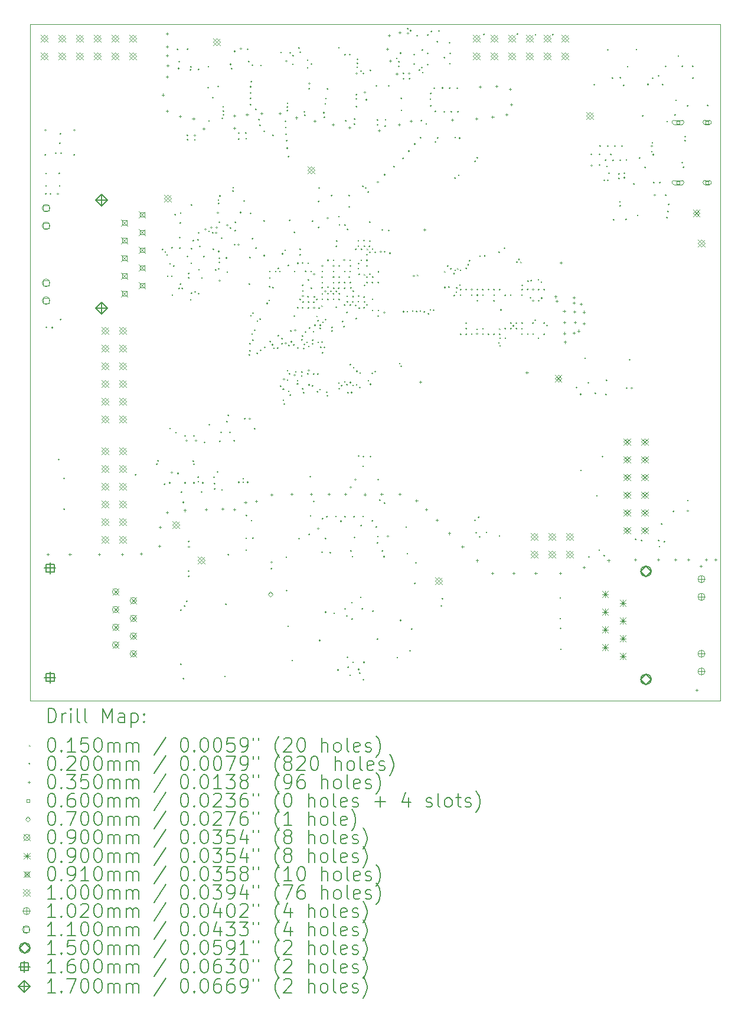
<source format=gbr>
%TF.GenerationSoftware,KiCad,Pcbnew,9.0.3-9.0.3-0~ubuntu24.04.1*%
%TF.CreationDate,2025-07-29T11:12:16+02:00*%
%TF.ProjectId,acoustic-carrier-board,61636f75-7374-4696-932d-636172726965,rev?*%
%TF.SameCoordinates,Original*%
%TF.FileFunction,Drillmap*%
%TF.FilePolarity,Positive*%
%FSLAX45Y45*%
G04 Gerber Fmt 4.5, Leading zero omitted, Abs format (unit mm)*
G04 Created by KiCad (PCBNEW 9.0.3-9.0.3-0~ubuntu24.04.1) date 2025-07-29 11:12:16*
%MOMM*%
%LPD*%
G01*
G04 APERTURE LIST*
%ADD10C,0.050000*%
%ADD11C,0.200000*%
%ADD12C,0.100000*%
%ADD13C,0.102001*%
%ADD14C,0.110002*%
%ADD15C,0.150002*%
%ADD16C,0.160000*%
%ADD17C,0.170002*%
G04 APERTURE END LIST*
D10*
X4500000Y-5200000D02*
X14400000Y-5200000D01*
X14400000Y-14900000D01*
X4500000Y-14900000D01*
X4500000Y-5200000D01*
D11*
D12*
X8554500Y-9174500D02*
X8569500Y-9189500D01*
X8569500Y-9174500D02*
X8554500Y-9189500D01*
X8564716Y-9098500D02*
X8579716Y-9113500D01*
X8579716Y-9098500D02*
X8564716Y-9113500D01*
X8602500Y-9377500D02*
X8617500Y-9392500D01*
X8617500Y-9377500D02*
X8602500Y-9392500D01*
X8633500Y-9259500D02*
X8648500Y-9274500D01*
X8648500Y-9259500D02*
X8633500Y-9274500D01*
X8674500Y-9226500D02*
X8689500Y-9241500D01*
X8689500Y-9226500D02*
X8674500Y-9241500D01*
X9117500Y-9095500D02*
X9132500Y-9110500D01*
X9132500Y-9095500D02*
X9117500Y-9110500D01*
X9208500Y-9258500D02*
X9223500Y-9273500D01*
X9223500Y-9258500D02*
X9208500Y-9273500D01*
X9286500Y-8777500D02*
X9301500Y-8792500D01*
X9301500Y-8777500D02*
X9286500Y-8792500D01*
X9322500Y-8417500D02*
X9337500Y-8432500D01*
X9337500Y-8417500D02*
X9322500Y-8432500D01*
X9482500Y-8737500D02*
X9497500Y-8752500D01*
X9497500Y-8737500D02*
X9482500Y-8752500D01*
X10048500Y-8789500D02*
X10063500Y-8804500D01*
X10063500Y-8789500D02*
X10048500Y-8804500D01*
X10433500Y-8736500D02*
X10448500Y-8751500D01*
X10448500Y-8736500D02*
X10433500Y-8751500D01*
X10565500Y-8762500D02*
X10580500Y-8777500D01*
X10580500Y-8762500D02*
X10565500Y-8777500D01*
X10623500Y-8693500D02*
X10638500Y-8708500D01*
X10638500Y-8693500D02*
X10623500Y-8708500D01*
X10769500Y-8638500D02*
X10784500Y-8653500D01*
X10784500Y-8638500D02*
X10769500Y-8653500D01*
X11006500Y-8507500D02*
X11021500Y-8522500D01*
X11021500Y-8507500D02*
X11006500Y-8522500D01*
X11224500Y-9557500D02*
X11239500Y-9572500D01*
X11239500Y-9557500D02*
X11224500Y-9572500D01*
X11469500Y-8598500D02*
X11484500Y-8613500D01*
X11484500Y-8598500D02*
X11469500Y-8613500D01*
X11496500Y-8562500D02*
X11511500Y-8577500D01*
X11511500Y-8562500D02*
X11496500Y-8577500D01*
X11525500Y-8599500D02*
X11540500Y-8614500D01*
X11540500Y-8599500D02*
X11525500Y-8614500D01*
X4727500Y-7072000D02*
G75*
G02*
X4707500Y-7072000I-10000J0D01*
G01*
X4707500Y-7072000D02*
G75*
G02*
X4727500Y-7072000I10000J0D01*
G01*
X4728000Y-6718000D02*
G75*
G02*
X4708000Y-6718000I-10000J0D01*
G01*
X4708000Y-6718000D02*
G75*
G02*
X4728000Y-6718000I10000J0D01*
G01*
X4735000Y-7518000D02*
G75*
G02*
X4715000Y-7518000I-10000J0D01*
G01*
X4715000Y-7518000D02*
G75*
G02*
X4735000Y-7518000I10000J0D01*
G01*
X4735000Y-7630000D02*
G75*
G02*
X4715000Y-7630000I-10000J0D01*
G01*
X4715000Y-7630000D02*
G75*
G02*
X4735000Y-7630000I10000J0D01*
G01*
X4738000Y-7341000D02*
G75*
G02*
X4718000Y-7341000I-10000J0D01*
G01*
X4718000Y-7341000D02*
G75*
G02*
X4738000Y-7341000I10000J0D01*
G01*
X4741000Y-9545000D02*
G75*
G02*
X4721000Y-9545000I-10000J0D01*
G01*
X4721000Y-9545000D02*
G75*
G02*
X4741000Y-9545000I10000J0D01*
G01*
X4803000Y-7632000D02*
G75*
G02*
X4783000Y-7632000I-10000J0D01*
G01*
X4783000Y-7632000D02*
G75*
G02*
X4803000Y-7632000I10000J0D01*
G01*
X4825000Y-9550000D02*
G75*
G02*
X4805000Y-9550000I-10000J0D01*
G01*
X4805000Y-9550000D02*
G75*
G02*
X4825000Y-9550000I10000J0D01*
G01*
X4878000Y-7048000D02*
G75*
G02*
X4858000Y-7048000I-10000J0D01*
G01*
X4858000Y-7048000D02*
G75*
G02*
X4878000Y-7048000I10000J0D01*
G01*
X4906000Y-7633000D02*
G75*
G02*
X4886000Y-7633000I-10000J0D01*
G01*
X4886000Y-7633000D02*
G75*
G02*
X4906000Y-7633000I10000J0D01*
G01*
X4917000Y-11442000D02*
G75*
G02*
X4897000Y-11442000I-10000J0D01*
G01*
X4897000Y-11442000D02*
G75*
G02*
X4917000Y-11442000I10000J0D01*
G01*
X4926000Y-7337000D02*
G75*
G02*
X4906000Y-7337000I-10000J0D01*
G01*
X4906000Y-7337000D02*
G75*
G02*
X4926000Y-7337000I10000J0D01*
G01*
X4930000Y-7518000D02*
G75*
G02*
X4910000Y-7518000I-10000J0D01*
G01*
X4910000Y-7518000D02*
G75*
G02*
X4930000Y-7518000I10000J0D01*
G01*
X4934000Y-6907000D02*
G75*
G02*
X4914000Y-6907000I-10000J0D01*
G01*
X4914000Y-6907000D02*
G75*
G02*
X4934000Y-6907000I10000J0D01*
G01*
X4943000Y-6772000D02*
G75*
G02*
X4923000Y-6772000I-10000J0D01*
G01*
X4923000Y-6772000D02*
G75*
G02*
X4943000Y-6772000I10000J0D01*
G01*
X4947000Y-9432500D02*
G75*
G02*
X4927000Y-9432500I-10000J0D01*
G01*
X4927000Y-9432500D02*
G75*
G02*
X4947000Y-9432500I10000J0D01*
G01*
X4952000Y-7048000D02*
G75*
G02*
X4932000Y-7048000I-10000J0D01*
G01*
X4932000Y-7048000D02*
G75*
G02*
X4952000Y-7048000I10000J0D01*
G01*
X4995000Y-11712000D02*
G75*
G02*
X4975000Y-11712000I-10000J0D01*
G01*
X4975000Y-11712000D02*
G75*
G02*
X4995000Y-11712000I10000J0D01*
G01*
X4997500Y-12154500D02*
G75*
G02*
X4977500Y-12154500I-10000J0D01*
G01*
X4977500Y-12154500D02*
G75*
G02*
X4997500Y-12154500I10000J0D01*
G01*
X5142500Y-7072000D02*
G75*
G02*
X5122500Y-7072000I-10000J0D01*
G01*
X5122500Y-7072000D02*
G75*
G02*
X5142500Y-7072000I10000J0D01*
G01*
X5143000Y-6718000D02*
G75*
G02*
X5123000Y-6718000I-10000J0D01*
G01*
X5123000Y-6718000D02*
G75*
G02*
X5143000Y-6718000I10000J0D01*
G01*
X6021000Y-11660000D02*
G75*
G02*
X6001000Y-11660000I-10000J0D01*
G01*
X6001000Y-11660000D02*
G75*
G02*
X6021000Y-11660000I10000J0D01*
G01*
X6328346Y-11508183D02*
G75*
G02*
X6308346Y-11508183I-10000J0D01*
G01*
X6308346Y-11508183D02*
G75*
G02*
X6328346Y-11508183I10000J0D01*
G01*
X6343000Y-11463000D02*
G75*
G02*
X6323000Y-11463000I-10000J0D01*
G01*
X6323000Y-11463000D02*
G75*
G02*
X6343000Y-11463000I10000J0D01*
G01*
X6408000Y-8431000D02*
G75*
G02*
X6388000Y-8431000I-10000J0D01*
G01*
X6388000Y-8431000D02*
G75*
G02*
X6408000Y-8431000I10000J0D01*
G01*
X6436000Y-11794000D02*
G75*
G02*
X6416000Y-11794000I-10000J0D01*
G01*
X6416000Y-11794000D02*
G75*
G02*
X6436000Y-11794000I10000J0D01*
G01*
X6447000Y-8467255D02*
G75*
G02*
X6427000Y-8467255I-10000J0D01*
G01*
X6427000Y-8467255D02*
G75*
G02*
X6447000Y-8467255I10000J0D01*
G01*
X6473000Y-8508000D02*
G75*
G02*
X6453000Y-8508000I-10000J0D01*
G01*
X6453000Y-8508000D02*
G75*
G02*
X6473000Y-8508000I10000J0D01*
G01*
X6482000Y-8813000D02*
G75*
G02*
X6462000Y-8813000I-10000J0D01*
G01*
X6462000Y-8813000D02*
G75*
G02*
X6482000Y-8813000I10000J0D01*
G01*
X6511000Y-11775750D02*
G75*
G02*
X6491000Y-11775750I-10000J0D01*
G01*
X6491000Y-11775750D02*
G75*
G02*
X6511000Y-11775750I10000J0D01*
G01*
X6514000Y-8636000D02*
G75*
G02*
X6494000Y-8636000I-10000J0D01*
G01*
X6494000Y-8636000D02*
G75*
G02*
X6514000Y-8636000I10000J0D01*
G01*
X6515000Y-10999000D02*
G75*
G02*
X6495000Y-10999000I-10000J0D01*
G01*
X6495000Y-10999000D02*
G75*
G02*
X6515000Y-10999000I10000J0D01*
G01*
X6541000Y-8813000D02*
G75*
G02*
X6521000Y-8813000I-10000J0D01*
G01*
X6521000Y-8813000D02*
G75*
G02*
X6541000Y-8813000I10000J0D01*
G01*
X6541000Y-11628250D02*
G75*
G02*
X6521000Y-11628250I-10000J0D01*
G01*
X6521000Y-11628250D02*
G75*
G02*
X6541000Y-11628250I10000J0D01*
G01*
X6544250Y-8406000D02*
G75*
G02*
X6524250Y-8406000I-10000J0D01*
G01*
X6524250Y-8406000D02*
G75*
G02*
X6544250Y-8406000I10000J0D01*
G01*
X6549000Y-9082750D02*
G75*
G02*
X6529000Y-9082750I-10000J0D01*
G01*
X6529000Y-9082750D02*
G75*
G02*
X6549000Y-9082750I10000J0D01*
G01*
X6568000Y-8666000D02*
G75*
G02*
X6548000Y-8666000I-10000J0D01*
G01*
X6548000Y-8666000D02*
G75*
G02*
X6568000Y-8666000I10000J0D01*
G01*
X6590000Y-7930000D02*
G75*
G02*
X6570000Y-7930000I-10000J0D01*
G01*
X6570000Y-7930000D02*
G75*
G02*
X6590000Y-7930000I10000J0D01*
G01*
X6600750Y-11058250D02*
G75*
G02*
X6580750Y-11058250I-10000J0D01*
G01*
X6580750Y-11058250D02*
G75*
G02*
X6600750Y-11058250I10000J0D01*
G01*
X6623000Y-5560000D02*
G75*
G02*
X6603000Y-5560000I-10000J0D01*
G01*
X6603000Y-5560000D02*
G75*
G02*
X6623000Y-5560000I10000J0D01*
G01*
X6629500Y-11642500D02*
G75*
G02*
X6609500Y-11642500I-10000J0D01*
G01*
X6609500Y-11642500D02*
G75*
G02*
X6629500Y-11642500I10000J0D01*
G01*
X6638000Y-5834500D02*
G75*
G02*
X6618000Y-5834500I-10000J0D01*
G01*
X6618000Y-5834500D02*
G75*
G02*
X6638000Y-5834500I10000J0D01*
G01*
X6643000Y-8989000D02*
G75*
G02*
X6623000Y-8989000I-10000J0D01*
G01*
X6623000Y-8989000D02*
G75*
G02*
X6643000Y-8989000I10000J0D01*
G01*
X6646000Y-5736000D02*
G75*
G02*
X6626000Y-5736000I-10000J0D01*
G01*
X6626000Y-5736000D02*
G75*
G02*
X6646000Y-5736000I10000J0D01*
G01*
X6656750Y-8258500D02*
G75*
G02*
X6636750Y-8258500I-10000J0D01*
G01*
X6636750Y-8258500D02*
G75*
G02*
X6656750Y-8258500I10000J0D01*
G01*
X6656750Y-8408500D02*
G75*
G02*
X6636750Y-8408500I-10000J0D01*
G01*
X6636750Y-8408500D02*
G75*
G02*
X6656750Y-8408500I10000J0D01*
G01*
X6660000Y-8048500D02*
G75*
G02*
X6640000Y-8048500I-10000J0D01*
G01*
X6640000Y-8048500D02*
G75*
G02*
X6660000Y-8048500I10000J0D01*
G01*
X6665000Y-8925250D02*
G75*
G02*
X6645000Y-8925250I-10000J0D01*
G01*
X6645000Y-8925250D02*
G75*
G02*
X6665000Y-8925250I10000J0D01*
G01*
X6668000Y-7909000D02*
G75*
G02*
X6648000Y-7909000I-10000J0D01*
G01*
X6648000Y-7909000D02*
G75*
G02*
X6668000Y-7909000I10000J0D01*
G01*
X6669000Y-13602000D02*
G75*
G02*
X6649000Y-13602000I-10000J0D01*
G01*
X6649000Y-13602000D02*
G75*
G02*
X6669000Y-13602000I10000J0D01*
G01*
X6669000Y-14378000D02*
G75*
G02*
X6649000Y-14378000I-10000J0D01*
G01*
X6649000Y-14378000D02*
G75*
G02*
X6669000Y-14378000I10000J0D01*
G01*
X6678000Y-11909000D02*
G75*
G02*
X6658000Y-11909000I-10000J0D01*
G01*
X6658000Y-11909000D02*
G75*
G02*
X6678000Y-11909000I10000J0D01*
G01*
X6691000Y-8990000D02*
G75*
G02*
X6671000Y-8990000I-10000J0D01*
G01*
X6671000Y-8990000D02*
G75*
G02*
X6691000Y-8990000I10000J0D01*
G01*
X6705375Y-12055375D02*
G75*
G02*
X6685375Y-12055375I-10000J0D01*
G01*
X6685375Y-12055375D02*
G75*
G02*
X6705375Y-12055375I10000J0D01*
G01*
X6709000Y-14585000D02*
G75*
G02*
X6689000Y-14585000I-10000J0D01*
G01*
X6689000Y-14585000D02*
G75*
G02*
X6709000Y-14585000I10000J0D01*
G01*
X6725000Y-13545000D02*
G75*
G02*
X6705000Y-13545000I-10000J0D01*
G01*
X6705000Y-13545000D02*
G75*
G02*
X6725000Y-13545000I10000J0D01*
G01*
X6731000Y-11105000D02*
G75*
G02*
X6711000Y-11105000I-10000J0D01*
G01*
X6711000Y-11105000D02*
G75*
G02*
X6731000Y-11105000I10000J0D01*
G01*
X6731000Y-11775750D02*
G75*
G02*
X6711000Y-11775750I-10000J0D01*
G01*
X6711000Y-11775750D02*
G75*
G02*
X6731000Y-11775750I10000J0D01*
G01*
X6752000Y-11171000D02*
G75*
G02*
X6732000Y-11171000I-10000J0D01*
G01*
X6732000Y-11171000D02*
G75*
G02*
X6752000Y-11171000I10000J0D01*
G01*
X6755000Y-13477000D02*
G75*
G02*
X6735000Y-13477000I-10000J0D01*
G01*
X6735000Y-13477000D02*
G75*
G02*
X6755000Y-13477000I10000J0D01*
G01*
X6764000Y-6791000D02*
G75*
G02*
X6744000Y-6791000I-10000J0D01*
G01*
X6744000Y-6791000D02*
G75*
G02*
X6764000Y-6791000I10000J0D01*
G01*
X6765000Y-8531000D02*
G75*
G02*
X6745000Y-8531000I-10000J0D01*
G01*
X6745000Y-8531000D02*
G75*
G02*
X6765000Y-8531000I10000J0D01*
G01*
X6766000Y-6856000D02*
G75*
G02*
X6746000Y-6856000I-10000J0D01*
G01*
X6746000Y-6856000D02*
G75*
G02*
X6766000Y-6856000I10000J0D01*
G01*
X6767000Y-5556000D02*
G75*
G02*
X6747000Y-5556000I-10000J0D01*
G01*
X6747000Y-5556000D02*
G75*
G02*
X6767000Y-5556000I10000J0D01*
G01*
X6783000Y-8773000D02*
G75*
G02*
X6763000Y-8773000I-10000J0D01*
G01*
X6763000Y-8773000D02*
G75*
G02*
X6783000Y-8773000I10000J0D01*
G01*
X6783000Y-8837000D02*
G75*
G02*
X6763000Y-8837000I-10000J0D01*
G01*
X6763000Y-8837000D02*
G75*
G02*
X6783000Y-8837000I10000J0D01*
G01*
X6783000Y-13044000D02*
G75*
G02*
X6763000Y-13044000I-10000J0D01*
G01*
X6763000Y-13044000D02*
G75*
G02*
X6783000Y-13044000I10000J0D01*
G01*
X6784000Y-13116000D02*
G75*
G02*
X6764000Y-13116000I-10000J0D01*
G01*
X6764000Y-13116000D02*
G75*
G02*
X6784000Y-13116000I10000J0D01*
G01*
X6785000Y-12617000D02*
G75*
G02*
X6765000Y-12617000I-10000J0D01*
G01*
X6765000Y-12617000D02*
G75*
G02*
X6785000Y-12617000I10000J0D01*
G01*
X6787000Y-12696000D02*
G75*
G02*
X6767000Y-12696000I-10000J0D01*
G01*
X6767000Y-12696000D02*
G75*
G02*
X6787000Y-12696000I10000J0D01*
G01*
X6808500Y-5851500D02*
G75*
G02*
X6788500Y-5851500I-10000J0D01*
G01*
X6788500Y-5851500D02*
G75*
G02*
X6808500Y-5851500I10000J0D01*
G01*
X6811000Y-9152000D02*
G75*
G02*
X6791000Y-9152000I-10000J0D01*
G01*
X6791000Y-9152000D02*
G75*
G02*
X6811000Y-9152000I10000J0D01*
G01*
X6814000Y-5808000D02*
G75*
G02*
X6794000Y-5808000I-10000J0D01*
G01*
X6794000Y-5808000D02*
G75*
G02*
X6814000Y-5808000I10000J0D01*
G01*
X6820000Y-8628000D02*
G75*
G02*
X6800000Y-8628000I-10000J0D01*
G01*
X6800000Y-8628000D02*
G75*
G02*
X6820000Y-8628000I10000J0D01*
G01*
X6821000Y-7792000D02*
G75*
G02*
X6801000Y-7792000I-10000J0D01*
G01*
X6801000Y-7792000D02*
G75*
G02*
X6821000Y-7792000I10000J0D01*
G01*
X6822000Y-8417000D02*
G75*
G02*
X6802000Y-8417000I-10000J0D01*
G01*
X6802000Y-8417000D02*
G75*
G02*
X6822000Y-8417000I10000J0D01*
G01*
X6822500Y-9055500D02*
G75*
G02*
X6802500Y-9055500I-10000J0D01*
G01*
X6802500Y-9055500D02*
G75*
G02*
X6822500Y-9055500I10000J0D01*
G01*
X6847000Y-8304000D02*
G75*
G02*
X6827000Y-8304000I-10000J0D01*
G01*
X6827000Y-8304000D02*
G75*
G02*
X6847000Y-8304000I10000J0D01*
G01*
X6848000Y-11464000D02*
G75*
G02*
X6828000Y-11464000I-10000J0D01*
G01*
X6828000Y-11464000D02*
G75*
G02*
X6848000Y-11464000I10000J0D01*
G01*
X6857731Y-11510493D02*
G75*
G02*
X6837731Y-11510493I-10000J0D01*
G01*
X6837731Y-11510493D02*
G75*
G02*
X6857731Y-11510493I10000J0D01*
G01*
X6858000Y-11105000D02*
G75*
G02*
X6838000Y-11105000I-10000J0D01*
G01*
X6838000Y-11105000D02*
G75*
G02*
X6858000Y-11105000I10000J0D01*
G01*
X6858000Y-11775750D02*
G75*
G02*
X6838000Y-11775750I-10000J0D01*
G01*
X6838000Y-11775750D02*
G75*
G02*
X6858000Y-11775750I10000J0D01*
G01*
X6870000Y-6857000D02*
G75*
G02*
X6850000Y-6857000I-10000J0D01*
G01*
X6850000Y-6857000D02*
G75*
G02*
X6870000Y-6857000I10000J0D01*
G01*
X6871000Y-6793000D02*
G75*
G02*
X6851000Y-6793000I-10000J0D01*
G01*
X6851000Y-6793000D02*
G75*
G02*
X6871000Y-6793000I10000J0D01*
G01*
X6875500Y-9036000D02*
G75*
G02*
X6855500Y-9036000I-10000J0D01*
G01*
X6855500Y-9036000D02*
G75*
G02*
X6875500Y-9036000I10000J0D01*
G01*
X6887000Y-11171000D02*
G75*
G02*
X6867000Y-11171000I-10000J0D01*
G01*
X6867000Y-11171000D02*
G75*
G02*
X6887000Y-11171000I10000J0D01*
G01*
X6914250Y-8290500D02*
G75*
G02*
X6894250Y-8290500I-10000J0D01*
G01*
X6894250Y-8290500D02*
G75*
G02*
X6914250Y-8290500I10000J0D01*
G01*
X6919000Y-11694000D02*
G75*
G02*
X6899000Y-11694000I-10000J0D01*
G01*
X6899000Y-11694000D02*
G75*
G02*
X6919000Y-11694000I10000J0D01*
G01*
X6921000Y-11759000D02*
G75*
G02*
X6901000Y-11759000I-10000J0D01*
G01*
X6901000Y-11759000D02*
G75*
G02*
X6921000Y-11759000I10000J0D01*
G01*
X6924000Y-5847000D02*
G75*
G02*
X6904000Y-5847000I-10000J0D01*
G01*
X6904000Y-5847000D02*
G75*
G02*
X6924000Y-5847000I10000J0D01*
G01*
X6925500Y-8189750D02*
G75*
G02*
X6905500Y-8189750I-10000J0D01*
G01*
X6905500Y-8189750D02*
G75*
G02*
X6925500Y-8189750I10000J0D01*
G01*
X6925500Y-9062000D02*
G75*
G02*
X6905500Y-9062000I-10000J0D01*
G01*
X6905500Y-9062000D02*
G75*
G02*
X6925500Y-9062000I10000J0D01*
G01*
X6929000Y-8720000D02*
G75*
G02*
X6909000Y-8720000I-10000J0D01*
G01*
X6909000Y-8720000D02*
G75*
G02*
X6929000Y-8720000I10000J0D01*
G01*
X6942000Y-8384000D02*
G75*
G02*
X6922000Y-8384000I-10000J0D01*
G01*
X6922000Y-8384000D02*
G75*
G02*
X6942000Y-8384000I10000J0D01*
G01*
X6970000Y-11908000D02*
G75*
G02*
X6950000Y-11908000I-10000J0D01*
G01*
X6950000Y-11908000D02*
G75*
G02*
X6970000Y-11908000I10000J0D01*
G01*
X6974250Y-8838500D02*
G75*
G02*
X6954250Y-8838500I-10000J0D01*
G01*
X6954250Y-8838500D02*
G75*
G02*
X6974250Y-8838500I10000J0D01*
G01*
X6985000Y-11775750D02*
G75*
G02*
X6965000Y-11775750I-10000J0D01*
G01*
X6965000Y-11775750D02*
G75*
G02*
X6985000Y-11775750I10000J0D01*
G01*
X7000500Y-8533500D02*
G75*
G02*
X6980500Y-8533500I-10000J0D01*
G01*
X6980500Y-8533500D02*
G75*
G02*
X7000500Y-8533500I10000J0D01*
G01*
X7012000Y-11197000D02*
G75*
G02*
X6992000Y-11197000I-10000J0D01*
G01*
X6992000Y-11197000D02*
G75*
G02*
X7012000Y-11197000I10000J0D01*
G01*
X7023000Y-8141000D02*
G75*
G02*
X7003000Y-8141000I-10000J0D01*
G01*
X7003000Y-8141000D02*
G75*
G02*
X7023000Y-8141000I10000J0D01*
G01*
X7060500Y-6109500D02*
G75*
G02*
X7040500Y-6109500I-10000J0D01*
G01*
X7040500Y-6109500D02*
G75*
G02*
X7060500Y-6109500I10000J0D01*
G01*
X7065000Y-5808000D02*
G75*
G02*
X7045000Y-5808000I-10000J0D01*
G01*
X7045000Y-5808000D02*
G75*
G02*
X7065000Y-5808000I10000J0D01*
G01*
X7074000Y-8170000D02*
G75*
G02*
X7054000Y-8170000I-10000J0D01*
G01*
X7054000Y-8170000D02*
G75*
G02*
X7074000Y-8170000I10000J0D01*
G01*
X7075000Y-6587000D02*
G75*
G02*
X7055000Y-6587000I-10000J0D01*
G01*
X7055000Y-6587000D02*
G75*
G02*
X7075000Y-6587000I10000J0D01*
G01*
X7078000Y-10945000D02*
G75*
G02*
X7058000Y-10945000I-10000J0D01*
G01*
X7058000Y-10945000D02*
G75*
G02*
X7078000Y-10945000I10000J0D01*
G01*
X7108000Y-8115000D02*
G75*
G02*
X7088000Y-8115000I-10000J0D01*
G01*
X7088000Y-8115000D02*
G75*
G02*
X7108000Y-8115000I10000J0D01*
G01*
X7125500Y-8189750D02*
G75*
G02*
X7105500Y-8189750I-10000J0D01*
G01*
X7105500Y-8189750D02*
G75*
G02*
X7125500Y-8189750I10000J0D01*
G01*
X7129000Y-6253000D02*
G75*
G02*
X7109000Y-6253000I-10000J0D01*
G01*
X7109000Y-6253000D02*
G75*
G02*
X7129000Y-6253000I10000J0D01*
G01*
X7136000Y-8426000D02*
G75*
G02*
X7116000Y-8426000I-10000J0D01*
G01*
X7116000Y-8426000D02*
G75*
G02*
X7136000Y-8426000I10000J0D01*
G01*
X7146500Y-11697750D02*
G75*
G02*
X7126500Y-11697750I-10000J0D01*
G01*
X7126500Y-11697750D02*
G75*
G02*
X7146500Y-11697750I10000J0D01*
G01*
X7153000Y-11786000D02*
G75*
G02*
X7133000Y-11786000I-10000J0D01*
G01*
X7133000Y-11786000D02*
G75*
G02*
X7153000Y-11786000I10000J0D01*
G01*
X7155000Y-11863000D02*
G75*
G02*
X7135000Y-11863000I-10000J0D01*
G01*
X7135000Y-11863000D02*
G75*
G02*
X7155000Y-11863000I10000J0D01*
G01*
X7170000Y-8723000D02*
G75*
G02*
X7150000Y-8723000I-10000J0D01*
G01*
X7150000Y-8723000D02*
G75*
G02*
X7170000Y-8723000I10000J0D01*
G01*
X7175500Y-8189750D02*
G75*
G02*
X7155500Y-8189750I-10000J0D01*
G01*
X7155500Y-8189750D02*
G75*
G02*
X7175500Y-8189750I10000J0D01*
G01*
X7184000Y-8115000D02*
G75*
G02*
X7164000Y-8115000I-10000J0D01*
G01*
X7164000Y-8115000D02*
G75*
G02*
X7184000Y-8115000I10000J0D01*
G01*
X7197000Y-11618000D02*
G75*
G02*
X7177000Y-11618000I-10000J0D01*
G01*
X7177000Y-11618000D02*
G75*
G02*
X7197000Y-11618000I10000J0D01*
G01*
X7201000Y-7903000D02*
G75*
G02*
X7181000Y-7903000I-10000J0D01*
G01*
X7181000Y-7903000D02*
G75*
G02*
X7201000Y-7903000I10000J0D01*
G01*
X7205500Y-6089000D02*
G75*
G02*
X7185500Y-6089000I-10000J0D01*
G01*
X7185500Y-6089000D02*
G75*
G02*
X7205500Y-6089000I10000J0D01*
G01*
X7211000Y-7720000D02*
G75*
G02*
X7191000Y-7720000I-10000J0D01*
G01*
X7191000Y-7720000D02*
G75*
G02*
X7211000Y-7720000I10000J0D01*
G01*
X7211000Y-7770000D02*
G75*
G02*
X7191000Y-7770000I-10000J0D01*
G01*
X7191000Y-7770000D02*
G75*
G02*
X7211000Y-7770000I10000J0D01*
G01*
X7214000Y-8459000D02*
G75*
G02*
X7194000Y-8459000I-10000J0D01*
G01*
X7194000Y-8459000D02*
G75*
G02*
X7214000Y-8459000I10000J0D01*
G01*
X7214000Y-8708000D02*
G75*
G02*
X7194000Y-8708000I-10000J0D01*
G01*
X7194000Y-8708000D02*
G75*
G02*
X7214000Y-8708000I10000J0D01*
G01*
X7221000Y-8040000D02*
G75*
G02*
X7201000Y-8040000I-10000J0D01*
G01*
X7201000Y-8040000D02*
G75*
G02*
X7221000Y-8040000I10000J0D01*
G01*
X7223000Y-8616000D02*
G75*
G02*
X7203000Y-8616000I-10000J0D01*
G01*
X7203000Y-8616000D02*
G75*
G02*
X7223000Y-8616000I10000J0D01*
G01*
X7224000Y-8555000D02*
G75*
G02*
X7204000Y-8555000I-10000J0D01*
G01*
X7204000Y-8555000D02*
G75*
G02*
X7224000Y-8555000I10000J0D01*
G01*
X7225500Y-8877250D02*
G75*
G02*
X7205500Y-8877250I-10000J0D01*
G01*
X7205500Y-8877250D02*
G75*
G02*
X7225500Y-8877250I10000J0D01*
G01*
X7229000Y-11182000D02*
G75*
G02*
X7209000Y-11182000I-10000J0D01*
G01*
X7209000Y-11182000D02*
G75*
G02*
X7229000Y-11182000I10000J0D01*
G01*
X7230000Y-7662000D02*
G75*
G02*
X7210000Y-7662000I-10000J0D01*
G01*
X7210000Y-7662000D02*
G75*
G02*
X7230000Y-7662000I10000J0D01*
G01*
X7248000Y-11051250D02*
G75*
G02*
X7228000Y-11051250I-10000J0D01*
G01*
X7228000Y-11051250D02*
G75*
G02*
X7248000Y-11051250I10000J0D01*
G01*
X7256000Y-8265000D02*
G75*
G02*
X7236000Y-8265000I-10000J0D01*
G01*
X7236000Y-8265000D02*
G75*
G02*
X7256000Y-8265000I10000J0D01*
G01*
X7262000Y-11879000D02*
G75*
G02*
X7242000Y-11879000I-10000J0D01*
G01*
X7242000Y-11879000D02*
G75*
G02*
X7262000Y-11879000I10000J0D01*
G01*
X7265000Y-6549000D02*
G75*
G02*
X7245000Y-6549000I-10000J0D01*
G01*
X7245000Y-6549000D02*
G75*
G02*
X7265000Y-6549000I10000J0D01*
G01*
X7279000Y-6384000D02*
G75*
G02*
X7259000Y-6384000I-10000J0D01*
G01*
X7259000Y-6384000D02*
G75*
G02*
X7279000Y-6384000I10000J0D01*
G01*
X7280000Y-6444000D02*
G75*
G02*
X7260000Y-6444000I-10000J0D01*
G01*
X7260000Y-6444000D02*
G75*
G02*
X7280000Y-6444000I10000J0D01*
G01*
X7281000Y-6496000D02*
G75*
G02*
X7261000Y-6496000I-10000J0D01*
G01*
X7261000Y-6496000D02*
G75*
G02*
X7281000Y-6496000I10000J0D01*
G01*
X7301000Y-14554000D02*
G75*
G02*
X7281000Y-14554000I-10000J0D01*
G01*
X7281000Y-14554000D02*
G75*
G02*
X7301000Y-14554000I10000J0D01*
G01*
X7319000Y-13518000D02*
G75*
G02*
X7299000Y-13518000I-10000J0D01*
G01*
X7299000Y-13518000D02*
G75*
G02*
X7319000Y-13518000I10000J0D01*
G01*
X7324250Y-8551000D02*
G75*
G02*
X7304250Y-8551000I-10000J0D01*
G01*
X7304250Y-8551000D02*
G75*
G02*
X7324250Y-8551000I10000J0D01*
G01*
X7331000Y-10898000D02*
G75*
G02*
X7311000Y-10898000I-10000J0D01*
G01*
X7311000Y-10898000D02*
G75*
G02*
X7331000Y-10898000I10000J0D01*
G01*
X7337000Y-8755000D02*
G75*
G02*
X7317000Y-8755000I-10000J0D01*
G01*
X7317000Y-8755000D02*
G75*
G02*
X7337000Y-8755000I10000J0D01*
G01*
X7338000Y-8081000D02*
G75*
G02*
X7318000Y-8081000I-10000J0D01*
G01*
X7318000Y-8081000D02*
G75*
G02*
X7338000Y-8081000I10000J0D01*
G01*
X7350000Y-10810000D02*
G75*
G02*
X7330000Y-10810000I-10000J0D01*
G01*
X7330000Y-10810000D02*
G75*
G02*
X7350000Y-10810000I10000J0D01*
G01*
X7352000Y-12806000D02*
G75*
G02*
X7332000Y-12806000I-10000J0D01*
G01*
X7332000Y-12806000D02*
G75*
G02*
X7352000Y-12806000I10000J0D01*
G01*
X7375000Y-11051250D02*
G75*
G02*
X7355000Y-11051250I-10000J0D01*
G01*
X7355000Y-11051250D02*
G75*
G02*
X7375000Y-11051250I10000J0D01*
G01*
X7381000Y-8120000D02*
G75*
G02*
X7361000Y-8120000I-10000J0D01*
G01*
X7361000Y-8120000D02*
G75*
G02*
X7381000Y-8120000I10000J0D01*
G01*
X7383000Y-5773000D02*
G75*
G02*
X7363000Y-5773000I-10000J0D01*
G01*
X7363000Y-5773000D02*
G75*
G02*
X7383000Y-5773000I10000J0D01*
G01*
X7398000Y-5834000D02*
G75*
G02*
X7378000Y-5834000I-10000J0D01*
G01*
X7378000Y-5834000D02*
G75*
G02*
X7398000Y-5834000I10000J0D01*
G01*
X7419000Y-7591000D02*
G75*
G02*
X7399000Y-7591000I-10000J0D01*
G01*
X7399000Y-7591000D02*
G75*
G02*
X7419000Y-7591000I10000J0D01*
G01*
X7420000Y-7543000D02*
G75*
G02*
X7400000Y-7543000I-10000J0D01*
G01*
X7400000Y-7543000D02*
G75*
G02*
X7420000Y-7543000I10000J0D01*
G01*
X7435000Y-11173000D02*
G75*
G02*
X7415000Y-11173000I-10000J0D01*
G01*
X7415000Y-11173000D02*
G75*
G02*
X7435000Y-11173000I10000J0D01*
G01*
X7441000Y-8361000D02*
G75*
G02*
X7421000Y-8361000I-10000J0D01*
G01*
X7421000Y-8361000D02*
G75*
G02*
X7441000Y-8361000I10000J0D01*
G01*
X7442000Y-5587000D02*
G75*
G02*
X7422000Y-5587000I-10000J0D01*
G01*
X7422000Y-5587000D02*
G75*
G02*
X7442000Y-5587000I10000J0D01*
G01*
X7450000Y-8160000D02*
G75*
G02*
X7430000Y-8160000I-10000J0D01*
G01*
X7430000Y-8160000D02*
G75*
G02*
X7450000Y-8160000I10000J0D01*
G01*
X7453000Y-8040000D02*
G75*
G02*
X7433000Y-8040000I-10000J0D01*
G01*
X7433000Y-8040000D02*
G75*
G02*
X7453000Y-8040000I10000J0D01*
G01*
X7498000Y-8360000D02*
G75*
G02*
X7478000Y-8360000I-10000J0D01*
G01*
X7478000Y-8360000D02*
G75*
G02*
X7498000Y-8360000I10000J0D01*
G01*
X7501000Y-6761000D02*
G75*
G02*
X7481000Y-6761000I-10000J0D01*
G01*
X7481000Y-6761000D02*
G75*
G02*
X7501000Y-6761000I10000J0D01*
G01*
X7501000Y-6848000D02*
G75*
G02*
X7481000Y-6848000I-10000J0D01*
G01*
X7481000Y-6848000D02*
G75*
G02*
X7501000Y-6848000I10000J0D01*
G01*
X7502000Y-11768750D02*
G75*
G02*
X7482000Y-11768750I-10000J0D01*
G01*
X7482000Y-11768750D02*
G75*
G02*
X7502000Y-11768750I10000J0D01*
G01*
X7526000Y-7899000D02*
G75*
G02*
X7506000Y-7899000I-10000J0D01*
G01*
X7506000Y-7899000D02*
G75*
G02*
X7526000Y-7899000I10000J0D01*
G01*
X7532000Y-5550000D02*
G75*
G02*
X7512000Y-5550000I-10000J0D01*
G01*
X7512000Y-5550000D02*
G75*
G02*
X7532000Y-5550000I10000J0D01*
G01*
X7565000Y-11717000D02*
G75*
G02*
X7545000Y-11717000I-10000J0D01*
G01*
X7545000Y-11717000D02*
G75*
G02*
X7565000Y-11717000I10000J0D01*
G01*
X7566000Y-11767000D02*
G75*
G02*
X7546000Y-11767000I-10000J0D01*
G01*
X7546000Y-11767000D02*
G75*
G02*
X7566000Y-11767000I10000J0D01*
G01*
X7577500Y-7731500D02*
G75*
G02*
X7557500Y-7731500I-10000J0D01*
G01*
X7557500Y-7731500D02*
G75*
G02*
X7577500Y-7731500I10000J0D01*
G01*
X7589000Y-10857000D02*
G75*
G02*
X7569000Y-10857000I-10000J0D01*
G01*
X7569000Y-10857000D02*
G75*
G02*
X7589000Y-10857000I10000J0D01*
G01*
X7600000Y-6759000D02*
G75*
G02*
X7580000Y-6759000I-10000J0D01*
G01*
X7580000Y-6759000D02*
G75*
G02*
X7600000Y-6759000I10000J0D01*
G01*
X7606000Y-6841000D02*
G75*
G02*
X7586000Y-6841000I-10000J0D01*
G01*
X7586000Y-6841000D02*
G75*
G02*
X7606000Y-6841000I10000J0D01*
G01*
X7607500Y-12245000D02*
G75*
G02*
X7587500Y-12245000I-10000J0D01*
G01*
X7587500Y-12245000D02*
G75*
G02*
X7607500Y-12245000I10000J0D01*
G01*
X7607500Y-12571250D02*
G75*
G02*
X7587500Y-12571250I-10000J0D01*
G01*
X7587500Y-12571250D02*
G75*
G02*
X7607500Y-12571250I10000J0D01*
G01*
X7607500Y-12741750D02*
G75*
G02*
X7587500Y-12741750I-10000J0D01*
G01*
X7587500Y-12741750D02*
G75*
G02*
X7607500Y-12741750I10000J0D01*
G01*
X7628000Y-5557000D02*
G75*
G02*
X7608000Y-5557000I-10000J0D01*
G01*
X7608000Y-5557000D02*
G75*
G02*
X7628000Y-5557000I10000J0D01*
G01*
X7629000Y-11768750D02*
G75*
G02*
X7609000Y-11768750I-10000J0D01*
G01*
X7609000Y-11768750D02*
G75*
G02*
X7629000Y-11768750I10000J0D01*
G01*
X7642032Y-5733968D02*
G75*
G02*
X7622032Y-5733968I-10000J0D01*
G01*
X7622032Y-5733968D02*
G75*
G02*
X7642032Y-5733968I10000J0D01*
G01*
X7651000Y-8926000D02*
G75*
G02*
X7631000Y-8926000I-10000J0D01*
G01*
X7631000Y-8926000D02*
G75*
G02*
X7651000Y-8926000I10000J0D01*
G01*
X7651000Y-9943000D02*
G75*
G02*
X7631000Y-9943000I-10000J0D01*
G01*
X7631000Y-9943000D02*
G75*
G02*
X7651000Y-9943000I10000J0D01*
G01*
X7657000Y-10858000D02*
G75*
G02*
X7637000Y-10858000I-10000J0D01*
G01*
X7637000Y-10858000D02*
G75*
G02*
X7657000Y-10858000I10000J0D01*
G01*
X7661000Y-9882000D02*
G75*
G02*
X7641000Y-9882000I-10000J0D01*
G01*
X7641000Y-9882000D02*
G75*
G02*
X7661000Y-9882000I10000J0D01*
G01*
X7662000Y-8544000D02*
G75*
G02*
X7642000Y-8544000I-10000J0D01*
G01*
X7642000Y-8544000D02*
G75*
G02*
X7662000Y-8544000I10000J0D01*
G01*
X7662000Y-9780000D02*
G75*
G02*
X7642000Y-9780000I-10000J0D01*
G01*
X7642000Y-9780000D02*
G75*
G02*
X7662000Y-9780000I10000J0D01*
G01*
X7669000Y-6351000D02*
G75*
G02*
X7649000Y-6351000I-10000J0D01*
G01*
X7649000Y-6351000D02*
G75*
G02*
X7669000Y-6351000I10000J0D01*
G01*
X7670000Y-6264000D02*
G75*
G02*
X7650000Y-6264000I-10000J0D01*
G01*
X7650000Y-6264000D02*
G75*
G02*
X7670000Y-6264000I10000J0D01*
G01*
X7671000Y-6096000D02*
G75*
G02*
X7651000Y-6096000I-10000J0D01*
G01*
X7651000Y-6096000D02*
G75*
G02*
X7671000Y-6096000I10000J0D01*
G01*
X7672000Y-6184000D02*
G75*
G02*
X7652000Y-6184000I-10000J0D01*
G01*
X7652000Y-6184000D02*
G75*
G02*
X7672000Y-6184000I10000J0D01*
G01*
X7673000Y-7912000D02*
G75*
G02*
X7653000Y-7912000I-10000J0D01*
G01*
X7653000Y-7912000D02*
G75*
G02*
X7673000Y-7912000I10000J0D01*
G01*
X7674327Y-9379091D02*
G75*
G02*
X7654327Y-9379091I-10000J0D01*
G01*
X7654327Y-9379091D02*
G75*
G02*
X7674327Y-9379091I10000J0D01*
G01*
X7681000Y-6020000D02*
G75*
G02*
X7661000Y-6020000I-10000J0D01*
G01*
X7661000Y-6020000D02*
G75*
G02*
X7681000Y-6020000I10000J0D01*
G01*
X7684000Y-12318000D02*
G75*
G02*
X7664000Y-12318000I-10000J0D01*
G01*
X7664000Y-12318000D02*
G75*
G02*
X7684000Y-12318000I10000J0D01*
G01*
X7692000Y-9641000D02*
G75*
G02*
X7672000Y-9641000I-10000J0D01*
G01*
X7672000Y-9641000D02*
G75*
G02*
X7692000Y-9641000I10000J0D01*
G01*
X7695532Y-5787468D02*
G75*
G02*
X7675532Y-5787468I-10000J0D01*
G01*
X7675532Y-5787468D02*
G75*
G02*
X7695532Y-5787468I10000J0D01*
G01*
X7698500Y-8273000D02*
G75*
G02*
X7678500Y-8273000I-10000J0D01*
G01*
X7678500Y-8273000D02*
G75*
G02*
X7698500Y-8273000I10000J0D01*
G01*
X7702500Y-12571250D02*
G75*
G02*
X7682500Y-12571250I-10000J0D01*
G01*
X7682500Y-12571250D02*
G75*
G02*
X7702500Y-12571250I10000J0D01*
G01*
X7703000Y-9728000D02*
G75*
G02*
X7683000Y-9728000I-10000J0D01*
G01*
X7683000Y-9728000D02*
G75*
G02*
X7703000Y-9728000I10000J0D01*
G01*
X7704000Y-9342000D02*
G75*
G02*
X7684000Y-9342000I-10000J0D01*
G01*
X7684000Y-9342000D02*
G75*
G02*
X7704000Y-9342000I10000J0D01*
G01*
X7727000Y-11001000D02*
G75*
G02*
X7707000Y-11001000I-10000J0D01*
G01*
X7707000Y-11001000D02*
G75*
G02*
X7727000Y-11001000I10000J0D01*
G01*
X7731000Y-9589000D02*
G75*
G02*
X7711000Y-9589000I-10000J0D01*
G01*
X7711000Y-9589000D02*
G75*
G02*
X7731000Y-9589000I10000J0D01*
G01*
X7746000Y-6418000D02*
G75*
G02*
X7726000Y-6418000I-10000J0D01*
G01*
X7726000Y-6418000D02*
G75*
G02*
X7746000Y-6418000I10000J0D01*
G01*
X7749000Y-8408500D02*
G75*
G02*
X7729000Y-8408500I-10000J0D01*
G01*
X7729000Y-8408500D02*
G75*
G02*
X7749000Y-8408500I10000J0D01*
G01*
X7766000Y-9920000D02*
G75*
G02*
X7746000Y-9920000I-10000J0D01*
G01*
X7746000Y-9920000D02*
G75*
G02*
X7766000Y-9920000I10000J0D01*
G01*
X7768000Y-9456000D02*
G75*
G02*
X7748000Y-9456000I-10000J0D01*
G01*
X7748000Y-9456000D02*
G75*
G02*
X7768000Y-9456000I10000J0D01*
G01*
X7792000Y-6568000D02*
G75*
G02*
X7772000Y-6568000I-10000J0D01*
G01*
X7772000Y-6568000D02*
G75*
G02*
X7792000Y-6568000I10000J0D01*
G01*
X7804000Y-6648000D02*
G75*
G02*
X7784000Y-6648000I-10000J0D01*
G01*
X7784000Y-6648000D02*
G75*
G02*
X7804000Y-6648000I10000J0D01*
G01*
X7808000Y-9429000D02*
G75*
G02*
X7788000Y-9429000I-10000J0D01*
G01*
X7788000Y-9429000D02*
G75*
G02*
X7808000Y-9429000I10000J0D01*
G01*
X7815000Y-9876000D02*
G75*
G02*
X7795000Y-9876000I-10000J0D01*
G01*
X7795000Y-9876000D02*
G75*
G02*
X7815000Y-9876000I10000J0D01*
G01*
X7819000Y-5789000D02*
G75*
G02*
X7799000Y-5789000I-10000J0D01*
G01*
X7799000Y-5789000D02*
G75*
G02*
X7819000Y-5789000I10000J0D01*
G01*
X7864000Y-8018000D02*
G75*
G02*
X7844000Y-8018000I-10000J0D01*
G01*
X7844000Y-8018000D02*
G75*
G02*
X7864000Y-8018000I10000J0D01*
G01*
X7865000Y-6733000D02*
G75*
G02*
X7845000Y-6733000I-10000J0D01*
G01*
X7845000Y-6733000D02*
G75*
G02*
X7865000Y-6733000I10000J0D01*
G01*
X7867000Y-8517000D02*
G75*
G02*
X7847000Y-8517000I-10000J0D01*
G01*
X7847000Y-8517000D02*
G75*
G02*
X7867000Y-8517000I10000J0D01*
G01*
X7874000Y-9834000D02*
G75*
G02*
X7854000Y-9834000I-10000J0D01*
G01*
X7854000Y-9834000D02*
G75*
G02*
X7874000Y-9834000I10000J0D01*
G01*
X7907000Y-9203000D02*
G75*
G02*
X7887000Y-9203000I-10000J0D01*
G01*
X7887000Y-9203000D02*
G75*
G02*
X7907000Y-9203000I10000J0D01*
G01*
X7939000Y-9161000D02*
G75*
G02*
X7919000Y-9161000I-10000J0D01*
G01*
X7919000Y-9161000D02*
G75*
G02*
X7939000Y-9161000I10000J0D01*
G01*
X7944000Y-8839000D02*
G75*
G02*
X7924000Y-8839000I-10000J0D01*
G01*
X7924000Y-8839000D02*
G75*
G02*
X7944000Y-8839000I10000J0D01*
G01*
X7944000Y-8965000D02*
G75*
G02*
X7924000Y-8965000I-10000J0D01*
G01*
X7924000Y-8965000D02*
G75*
G02*
X7944000Y-8965000I10000J0D01*
G01*
X7945000Y-8745000D02*
G75*
G02*
X7925000Y-8745000I-10000J0D01*
G01*
X7925000Y-8745000D02*
G75*
G02*
X7945000Y-8745000I10000J0D01*
G01*
X7953000Y-9751000D02*
G75*
G02*
X7933000Y-9751000I-10000J0D01*
G01*
X7933000Y-9751000D02*
G75*
G02*
X7953000Y-9751000I10000J0D01*
G01*
X7970000Y-13008000D02*
G75*
G02*
X7950000Y-13008000I-10000J0D01*
G01*
X7950000Y-13008000D02*
G75*
G02*
X7970000Y-13008000I10000J0D01*
G01*
X7971000Y-12916000D02*
G75*
G02*
X7951000Y-12916000I-10000J0D01*
G01*
X7951000Y-12916000D02*
G75*
G02*
X7971000Y-12916000I10000J0D01*
G01*
X7984000Y-9796000D02*
G75*
G02*
X7964000Y-9796000I-10000J0D01*
G01*
X7964000Y-9796000D02*
G75*
G02*
X7984000Y-9796000I10000J0D01*
G01*
X7990427Y-8975038D02*
G75*
G02*
X7970427Y-8975038I-10000J0D01*
G01*
X7970427Y-8975038D02*
G75*
G02*
X7990427Y-8975038I10000J0D01*
G01*
X7992000Y-6791000D02*
G75*
G02*
X7972000Y-6791000I-10000J0D01*
G01*
X7972000Y-6791000D02*
G75*
G02*
X7992000Y-6791000I10000J0D01*
G01*
X8006000Y-9846000D02*
G75*
G02*
X7986000Y-9846000I-10000J0D01*
G01*
X7986000Y-9846000D02*
G75*
G02*
X8006000Y-9846000I10000J0D01*
G01*
X8030401Y-8743599D02*
G75*
G02*
X8010401Y-8743599I-10000J0D01*
G01*
X8010401Y-8743599D02*
G75*
G02*
X8030401Y-8743599I10000J0D01*
G01*
X8058000Y-9843000D02*
G75*
G02*
X8038000Y-9843000I-10000J0D01*
G01*
X8038000Y-9843000D02*
G75*
G02*
X8058000Y-9843000I10000J0D01*
G01*
X8067000Y-8701000D02*
G75*
G02*
X8047000Y-8701000I-10000J0D01*
G01*
X8047000Y-8701000D02*
G75*
G02*
X8067000Y-8701000I10000J0D01*
G01*
X8067000Y-9666000D02*
G75*
G02*
X8047000Y-9666000I-10000J0D01*
G01*
X8047000Y-9666000D02*
G75*
G02*
X8067000Y-9666000I10000J0D01*
G01*
X8090000Y-8747000D02*
G75*
G02*
X8070000Y-8747000I-10000J0D01*
G01*
X8070000Y-8747000D02*
G75*
G02*
X8090000Y-8747000I10000J0D01*
G01*
X8099000Y-10391000D02*
G75*
G02*
X8079000Y-10391000I-10000J0D01*
G01*
X8079000Y-10391000D02*
G75*
G02*
X8099000Y-10391000I10000J0D01*
G01*
X8107000Y-5607000D02*
G75*
G02*
X8087000Y-5607000I-10000J0D01*
G01*
X8087000Y-5607000D02*
G75*
G02*
X8107000Y-5607000I10000J0D01*
G01*
X8122000Y-9781000D02*
G75*
G02*
X8102000Y-9781000I-10000J0D01*
G01*
X8102000Y-9781000D02*
G75*
G02*
X8122000Y-9781000I10000J0D01*
G01*
X8123000Y-9709000D02*
G75*
G02*
X8103000Y-9709000I-10000J0D01*
G01*
X8103000Y-9709000D02*
G75*
G02*
X8123000Y-9709000I10000J0D01*
G01*
X8129000Y-8491000D02*
G75*
G02*
X8109000Y-8491000I-10000J0D01*
G01*
X8109000Y-8491000D02*
G75*
G02*
X8129000Y-8491000I10000J0D01*
G01*
X8140000Y-10434000D02*
G75*
G02*
X8120000Y-10434000I-10000J0D01*
G01*
X8120000Y-10434000D02*
G75*
G02*
X8140000Y-10434000I10000J0D01*
G01*
X8142000Y-10590000D02*
G75*
G02*
X8122000Y-10590000I-10000J0D01*
G01*
X8122000Y-10590000D02*
G75*
G02*
X8142000Y-10590000I10000J0D01*
G01*
X8150000Y-10291000D02*
G75*
G02*
X8130000Y-10291000I-10000J0D01*
G01*
X8130000Y-10291000D02*
G75*
G02*
X8150000Y-10291000I10000J0D01*
G01*
X8153000Y-10648000D02*
G75*
G02*
X8133000Y-10648000I-10000J0D01*
G01*
X8133000Y-10648000D02*
G75*
G02*
X8153000Y-10648000I10000J0D01*
G01*
X8167000Y-8440000D02*
G75*
G02*
X8147000Y-8440000I-10000J0D01*
G01*
X8147000Y-8440000D02*
G75*
G02*
X8167000Y-8440000I10000J0D01*
G01*
X8170000Y-6589000D02*
G75*
G02*
X8150000Y-6589000I-10000J0D01*
G01*
X8150000Y-6589000D02*
G75*
G02*
X8170000Y-6589000I10000J0D01*
G01*
X8173000Y-6680000D02*
G75*
G02*
X8153000Y-6680000I-10000J0D01*
G01*
X8153000Y-6680000D02*
G75*
G02*
X8173000Y-6680000I10000J0D01*
G01*
X8175000Y-9774000D02*
G75*
G02*
X8155000Y-9774000I-10000J0D01*
G01*
X8155000Y-9774000D02*
G75*
G02*
X8175000Y-9774000I10000J0D01*
G01*
X8178000Y-6777000D02*
G75*
G02*
X8158000Y-6777000I-10000J0D01*
G01*
X8158000Y-6777000D02*
G75*
G02*
X8178000Y-6777000I10000J0D01*
G01*
X8183000Y-5726000D02*
G75*
G02*
X8163000Y-5726000I-10000J0D01*
G01*
X8163000Y-5726000D02*
G75*
G02*
X8183000Y-5726000I10000J0D01*
G01*
X8184000Y-12845000D02*
G75*
G02*
X8164000Y-12845000I-10000J0D01*
G01*
X8164000Y-12845000D02*
G75*
G02*
X8184000Y-12845000I10000J0D01*
G01*
X8188000Y-6868000D02*
G75*
G02*
X8168000Y-6868000I-10000J0D01*
G01*
X8168000Y-6868000D02*
G75*
G02*
X8188000Y-6868000I10000J0D01*
G01*
X8188000Y-13323000D02*
G75*
G02*
X8168000Y-13323000I-10000J0D01*
G01*
X8168000Y-13323000D02*
G75*
G02*
X8188000Y-13323000I10000J0D01*
G01*
X8196000Y-6975000D02*
G75*
G02*
X8176000Y-6975000I-10000J0D01*
G01*
X8176000Y-6975000D02*
G75*
G02*
X8196000Y-6975000I10000J0D01*
G01*
X8197000Y-6436000D02*
G75*
G02*
X8177000Y-6436000I-10000J0D01*
G01*
X8177000Y-6436000D02*
G75*
G02*
X8197000Y-6436000I10000J0D01*
G01*
X8198000Y-6384000D02*
G75*
G02*
X8178000Y-6384000I-10000J0D01*
G01*
X8178000Y-6384000D02*
G75*
G02*
X8198000Y-6384000I10000J0D01*
G01*
X8199000Y-10304000D02*
G75*
G02*
X8179000Y-10304000I-10000J0D01*
G01*
X8179000Y-10304000D02*
G75*
G02*
X8199000Y-10304000I10000J0D01*
G01*
X8200000Y-6332000D02*
G75*
G02*
X8180000Y-6332000I-10000J0D01*
G01*
X8180000Y-6332000D02*
G75*
G02*
X8200000Y-6332000I10000J0D01*
G01*
X8200000Y-10166000D02*
G75*
G02*
X8180000Y-10166000I-10000J0D01*
G01*
X8180000Y-10166000D02*
G75*
G02*
X8200000Y-10166000I10000J0D01*
G01*
X8209000Y-8658000D02*
G75*
G02*
X8189000Y-8658000I-10000J0D01*
G01*
X8189000Y-8658000D02*
G75*
G02*
X8209000Y-8658000I10000J0D01*
G01*
X8210000Y-13834000D02*
G75*
G02*
X8190000Y-13834000I-10000J0D01*
G01*
X8190000Y-13834000D02*
G75*
G02*
X8210000Y-13834000I10000J0D01*
G01*
X8214000Y-7097000D02*
G75*
G02*
X8194000Y-7097000I-10000J0D01*
G01*
X8194000Y-7097000D02*
G75*
G02*
X8214000Y-7097000I10000J0D01*
G01*
X8217000Y-10466000D02*
G75*
G02*
X8197000Y-10466000I-10000J0D01*
G01*
X8197000Y-10466000D02*
G75*
G02*
X8217000Y-10466000I10000J0D01*
G01*
X8219000Y-9805000D02*
G75*
G02*
X8199000Y-9805000I-10000J0D01*
G01*
X8199000Y-9805000D02*
G75*
G02*
X8219000Y-9805000I10000J0D01*
G01*
X8226000Y-10213000D02*
G75*
G02*
X8206000Y-10213000I-10000J0D01*
G01*
X8206000Y-10213000D02*
G75*
G02*
X8226000Y-10213000I10000J0D01*
G01*
X8233250Y-8011250D02*
G75*
G02*
X8213250Y-8011250I-10000J0D01*
G01*
X8213250Y-8011250D02*
G75*
G02*
X8233250Y-8011250I10000J0D01*
G01*
X8240000Y-5608000D02*
G75*
G02*
X8220000Y-5608000I-10000J0D01*
G01*
X8220000Y-5608000D02*
G75*
G02*
X8240000Y-5608000I10000J0D01*
G01*
X8241000Y-10517000D02*
G75*
G02*
X8221000Y-10517000I-10000J0D01*
G01*
X8221000Y-10517000D02*
G75*
G02*
X8241000Y-10517000I10000J0D01*
G01*
X8250000Y-9598000D02*
G75*
G02*
X8230000Y-9598000I-10000J0D01*
G01*
X8230000Y-9598000D02*
G75*
G02*
X8250000Y-9598000I10000J0D01*
G01*
X8256000Y-9753000D02*
G75*
G02*
X8236000Y-9753000I-10000J0D01*
G01*
X8236000Y-9753000D02*
G75*
G02*
X8256000Y-9753000I10000J0D01*
G01*
X8267000Y-14325000D02*
G75*
G02*
X8247000Y-14325000I-10000J0D01*
G01*
X8247000Y-14325000D02*
G75*
G02*
X8267000Y-14325000I10000J0D01*
G01*
X8277000Y-5773000D02*
G75*
G02*
X8257000Y-5773000I-10000J0D01*
G01*
X8257000Y-5773000D02*
G75*
G02*
X8277000Y-5773000I10000J0D01*
G01*
X8279500Y-5647500D02*
G75*
G02*
X8259500Y-5647500I-10000J0D01*
G01*
X8259500Y-5647500D02*
G75*
G02*
X8279500Y-5647500I10000J0D01*
G01*
X8291000Y-9796000D02*
G75*
G02*
X8271000Y-9796000I-10000J0D01*
G01*
X8271000Y-9796000D02*
G75*
G02*
X8291000Y-9796000I10000J0D01*
G01*
X8300000Y-8185000D02*
G75*
G02*
X8280000Y-8185000I-10000J0D01*
G01*
X8280000Y-8185000D02*
G75*
G02*
X8300000Y-8185000I10000J0D01*
G01*
X8300000Y-8745000D02*
G75*
G02*
X8280000Y-8745000I-10000J0D01*
G01*
X8280000Y-8745000D02*
G75*
G02*
X8300000Y-8745000I10000J0D01*
G01*
X8300000Y-9385000D02*
G75*
G02*
X8280000Y-9385000I-10000J0D01*
G01*
X8280000Y-9385000D02*
G75*
G02*
X8300000Y-9385000I10000J0D01*
G01*
X8302000Y-10232000D02*
G75*
G02*
X8282000Y-10232000I-10000J0D01*
G01*
X8282000Y-10232000D02*
G75*
G02*
X8302000Y-10232000I10000J0D01*
G01*
X8311000Y-9588000D02*
G75*
G02*
X8291000Y-9588000I-10000J0D01*
G01*
X8291000Y-9588000D02*
G75*
G02*
X8311000Y-9588000I10000J0D01*
G01*
X8318664Y-10186000D02*
G75*
G02*
X8298664Y-10186000I-10000J0D01*
G01*
X8298664Y-10186000D02*
G75*
G02*
X8318664Y-10186000I10000J0D01*
G01*
X8343000Y-10358000D02*
G75*
G02*
X8323000Y-10358000I-10000J0D01*
G01*
X8323000Y-10358000D02*
G75*
G02*
X8343000Y-10358000I10000J0D01*
G01*
X8345000Y-9265000D02*
G75*
G02*
X8325000Y-9265000I-10000J0D01*
G01*
X8325000Y-9265000D02*
G75*
G02*
X8345000Y-9265000I10000J0D01*
G01*
X8345433Y-10310562D02*
G75*
G02*
X8325433Y-10310562I-10000J0D01*
G01*
X8325433Y-10310562D02*
G75*
G02*
X8345433Y-10310562I10000J0D01*
G01*
X8348000Y-8628000D02*
G75*
G02*
X8328000Y-8628000I-10000J0D01*
G01*
X8328000Y-8628000D02*
G75*
G02*
X8348000Y-8628000I10000J0D01*
G01*
X8348000Y-9844000D02*
G75*
G02*
X8328000Y-9844000I-10000J0D01*
G01*
X8328000Y-9844000D02*
G75*
G02*
X8348000Y-9844000I10000J0D01*
G01*
X8364000Y-12576000D02*
G75*
G02*
X8344000Y-12576000I-10000J0D01*
G01*
X8344000Y-12576000D02*
G75*
G02*
X8364000Y-12576000I10000J0D01*
G01*
X8365000Y-5538000D02*
G75*
G02*
X8345000Y-5538000I-10000J0D01*
G01*
X8345000Y-5538000D02*
G75*
G02*
X8365000Y-5538000I10000J0D01*
G01*
X8380000Y-8425000D02*
G75*
G02*
X8360000Y-8425000I-10000J0D01*
G01*
X8360000Y-8425000D02*
G75*
G02*
X8380000Y-8425000I10000J0D01*
G01*
X8380000Y-8505000D02*
G75*
G02*
X8360000Y-8505000I-10000J0D01*
G01*
X8360000Y-8505000D02*
G75*
G02*
X8380000Y-8505000I10000J0D01*
G01*
X8380000Y-9145000D02*
G75*
G02*
X8360000Y-9145000I-10000J0D01*
G01*
X8360000Y-9145000D02*
G75*
G02*
X8380000Y-9145000I10000J0D01*
G01*
X8383000Y-5600000D02*
G75*
G02*
X8363000Y-5600000I-10000J0D01*
G01*
X8363000Y-5600000D02*
G75*
G02*
X8383000Y-5600000I10000J0D01*
G01*
X8404000Y-10246000D02*
G75*
G02*
X8384000Y-10246000I-10000J0D01*
G01*
X8384000Y-10246000D02*
G75*
G02*
X8404000Y-10246000I10000J0D01*
G01*
X8406000Y-10187000D02*
G75*
G02*
X8386000Y-10187000I-10000J0D01*
G01*
X8386000Y-10187000D02*
G75*
G02*
X8406000Y-10187000I10000J0D01*
G01*
X8407000Y-9726000D02*
G75*
G02*
X8387000Y-9726000I-10000J0D01*
G01*
X8387000Y-9726000D02*
G75*
G02*
X8407000Y-9726000I10000J0D01*
G01*
X8413000Y-9670000D02*
G75*
G02*
X8393000Y-9670000I-10000J0D01*
G01*
X8393000Y-9670000D02*
G75*
G02*
X8413000Y-9670000I10000J0D01*
G01*
X8416000Y-8625000D02*
G75*
G02*
X8396000Y-8625000I-10000J0D01*
G01*
X8396000Y-8625000D02*
G75*
G02*
X8416000Y-8625000I10000J0D01*
G01*
X8417000Y-9267000D02*
G75*
G02*
X8397000Y-9267000I-10000J0D01*
G01*
X8397000Y-9267000D02*
G75*
G02*
X8417000Y-9267000I10000J0D01*
G01*
X8418000Y-8943000D02*
G75*
G02*
X8398000Y-8943000I-10000J0D01*
G01*
X8398000Y-8943000D02*
G75*
G02*
X8418000Y-8943000I10000J0D01*
G01*
X8418000Y-10430000D02*
G75*
G02*
X8398000Y-10430000I-10000J0D01*
G01*
X8398000Y-10430000D02*
G75*
G02*
X8418000Y-10430000I10000J0D01*
G01*
X8420000Y-9024000D02*
G75*
G02*
X8400000Y-9024000I-10000J0D01*
G01*
X8400000Y-9024000D02*
G75*
G02*
X8420000Y-9024000I10000J0D01*
G01*
X8420000Y-9098000D02*
G75*
G02*
X8400000Y-9098000I-10000J0D01*
G01*
X8400000Y-9098000D02*
G75*
G02*
X8420000Y-9098000I10000J0D01*
G01*
X8422000Y-9183000D02*
G75*
G02*
X8402000Y-9183000I-10000J0D01*
G01*
X8402000Y-9183000D02*
G75*
G02*
X8422000Y-9183000I10000J0D01*
G01*
X8431000Y-9850000D02*
G75*
G02*
X8411000Y-9850000I-10000J0D01*
G01*
X8411000Y-9850000D02*
G75*
G02*
X8431000Y-9850000I10000J0D01*
G01*
X8431000Y-10483000D02*
G75*
G02*
X8411000Y-10483000I-10000J0D01*
G01*
X8411000Y-10483000D02*
G75*
G02*
X8431000Y-10483000I10000J0D01*
G01*
X8440000Y-6456000D02*
G75*
G02*
X8420000Y-6456000I-10000J0D01*
G01*
X8420000Y-6456000D02*
G75*
G02*
X8440000Y-6456000I10000J0D01*
G01*
X8441000Y-9791000D02*
G75*
G02*
X8421000Y-9791000I-10000J0D01*
G01*
X8421000Y-9791000D02*
G75*
G02*
X8441000Y-9791000I10000J0D01*
G01*
X8447000Y-6505000D02*
G75*
G02*
X8427000Y-6505000I-10000J0D01*
G01*
X8427000Y-6505000D02*
G75*
G02*
X8447000Y-6505000I10000J0D01*
G01*
X8459000Y-9614000D02*
G75*
G02*
X8439000Y-9614000I-10000J0D01*
G01*
X8439000Y-9614000D02*
G75*
G02*
X8459000Y-9614000I10000J0D01*
G01*
X8460000Y-8745000D02*
G75*
G02*
X8440000Y-8745000I-10000J0D01*
G01*
X8440000Y-8745000D02*
G75*
G02*
X8460000Y-8745000I10000J0D01*
G01*
X8480000Y-9762000D02*
G75*
G02*
X8460000Y-9762000I-10000J0D01*
G01*
X8460000Y-9762000D02*
G75*
G02*
X8480000Y-9762000I10000J0D01*
G01*
X8486000Y-5824000D02*
G75*
G02*
X8466000Y-5824000I-10000J0D01*
G01*
X8466000Y-5824000D02*
G75*
G02*
X8486000Y-5824000I10000J0D01*
G01*
X8486875Y-5714125D02*
G75*
G02*
X8466875Y-5714125I-10000J0D01*
G01*
X8466875Y-5714125D02*
G75*
G02*
X8486875Y-5714125I10000J0D01*
G01*
X8489699Y-10211550D02*
G75*
G02*
X8469699Y-10211550I-10000J0D01*
G01*
X8469699Y-10211550D02*
G75*
G02*
X8489699Y-10211550I10000J0D01*
G01*
X8495000Y-9108000D02*
G75*
G02*
X8475000Y-9108000I-10000J0D01*
G01*
X8475000Y-9108000D02*
G75*
G02*
X8495000Y-9108000I10000J0D01*
G01*
X8496000Y-8625000D02*
G75*
G02*
X8476000Y-8625000I-10000J0D01*
G01*
X8476000Y-8625000D02*
G75*
G02*
X8496000Y-8625000I10000J0D01*
G01*
X8499000Y-8866000D02*
G75*
G02*
X8479000Y-8866000I-10000J0D01*
G01*
X8479000Y-8866000D02*
G75*
G02*
X8499000Y-8866000I10000J0D01*
G01*
X8500000Y-9269000D02*
G75*
G02*
X8480000Y-9269000I-10000J0D01*
G01*
X8480000Y-9269000D02*
G75*
G02*
X8500000Y-9269000I10000J0D01*
G01*
X8504000Y-9184000D02*
G75*
G02*
X8484000Y-9184000I-10000J0D01*
G01*
X8484000Y-9184000D02*
G75*
G02*
X8504000Y-9184000I10000J0D01*
G01*
X8505000Y-10165000D02*
G75*
G02*
X8485000Y-10165000I-10000J0D01*
G01*
X8485000Y-10165000D02*
G75*
G02*
X8505000Y-10165000I10000J0D01*
G01*
X8506000Y-9821000D02*
G75*
G02*
X8486000Y-9821000I-10000J0D01*
G01*
X8486000Y-9821000D02*
G75*
G02*
X8506000Y-9821000I10000J0D01*
G01*
X8509000Y-10371000D02*
G75*
G02*
X8489000Y-10371000I-10000J0D01*
G01*
X8489000Y-10371000D02*
G75*
G02*
X8509000Y-10371000I10000J0D01*
G01*
X8511000Y-12514000D02*
G75*
G02*
X8491000Y-12514000I-10000J0D01*
G01*
X8491000Y-12514000D02*
G75*
G02*
X8511000Y-12514000I10000J0D01*
G01*
X8512000Y-6123000D02*
G75*
G02*
X8492000Y-6123000I-10000J0D01*
G01*
X8492000Y-6123000D02*
G75*
G02*
X8512000Y-6123000I10000J0D01*
G01*
X8514000Y-6049000D02*
G75*
G02*
X8494000Y-6049000I-10000J0D01*
G01*
X8494000Y-6049000D02*
G75*
G02*
X8514000Y-6049000I10000J0D01*
G01*
X8516000Y-9556000D02*
G75*
G02*
X8496000Y-9556000I-10000J0D01*
G01*
X8496000Y-9556000D02*
G75*
G02*
X8516000Y-9556000I10000J0D01*
G01*
X8526000Y-11688000D02*
G75*
G02*
X8506000Y-11688000I-10000J0D01*
G01*
X8506000Y-11688000D02*
G75*
G02*
X8526000Y-11688000I10000J0D01*
G01*
X8531000Y-12250000D02*
G75*
G02*
X8511000Y-12250000I-10000J0D01*
G01*
X8511000Y-12250000D02*
G75*
G02*
X8531000Y-12250000I10000J0D01*
G01*
X8537000Y-8745000D02*
G75*
G02*
X8517000Y-8745000I-10000J0D01*
G01*
X8517000Y-8745000D02*
G75*
G02*
X8537000Y-8745000I10000J0D01*
G01*
X8540000Y-8985000D02*
G75*
G02*
X8520000Y-8985000I-10000J0D01*
G01*
X8520000Y-8985000D02*
G75*
G02*
X8540000Y-8985000I10000J0D01*
G01*
X8543375Y-5770625D02*
G75*
G02*
X8523375Y-5770625I-10000J0D01*
G01*
X8523375Y-5770625D02*
G75*
G02*
X8543375Y-5770625I10000J0D01*
G01*
X8558250Y-8022750D02*
G75*
G02*
X8538250Y-8022750I-10000J0D01*
G01*
X8538250Y-8022750D02*
G75*
G02*
X8558250Y-8022750I10000J0D01*
G01*
X8559000Y-10386000D02*
G75*
G02*
X8539000Y-10386000I-10000J0D01*
G01*
X8539000Y-10386000D02*
G75*
G02*
X8559000Y-10386000I10000J0D01*
G01*
X8560000Y-9785000D02*
G75*
G02*
X8540000Y-9785000I-10000J0D01*
G01*
X8540000Y-9785000D02*
G75*
G02*
X8560000Y-9785000I10000J0D01*
G01*
X8561000Y-9729000D02*
G75*
G02*
X8541000Y-9729000I-10000J0D01*
G01*
X8541000Y-9729000D02*
G75*
G02*
X8561000Y-9729000I10000J0D01*
G01*
X8571500Y-9608500D02*
G75*
G02*
X8551500Y-9608500I-10000J0D01*
G01*
X8551500Y-9608500D02*
G75*
G02*
X8571500Y-9608500I10000J0D01*
G01*
X8574997Y-10217975D02*
G75*
G02*
X8554997Y-10217975I-10000J0D01*
G01*
X8554997Y-10217975D02*
G75*
G02*
X8574997Y-10217975I10000J0D01*
G01*
X8576500Y-12043000D02*
G75*
G02*
X8556500Y-12043000I-10000J0D01*
G01*
X8556500Y-12043000D02*
G75*
G02*
X8576500Y-12043000I10000J0D01*
G01*
X8581000Y-8783000D02*
G75*
G02*
X8561000Y-8783000I-10000J0D01*
G01*
X8561000Y-8783000D02*
G75*
G02*
X8581000Y-8783000I10000J0D01*
G01*
X8581000Y-9266000D02*
G75*
G02*
X8561000Y-9266000I-10000J0D01*
G01*
X8561000Y-9266000D02*
G75*
G02*
X8581000Y-9266000I10000J0D01*
G01*
X8594000Y-9515000D02*
G75*
G02*
X8574000Y-9515000I-10000J0D01*
G01*
X8574000Y-9515000D02*
G75*
G02*
X8594000Y-9515000I10000J0D01*
G01*
X8620000Y-9145000D02*
G75*
G02*
X8600000Y-9145000I-10000J0D01*
G01*
X8600000Y-9145000D02*
G75*
G02*
X8620000Y-9145000I10000J0D01*
G01*
X8631000Y-10471000D02*
G75*
G02*
X8611000Y-10471000I-10000J0D01*
G01*
X8611000Y-10471000D02*
G75*
G02*
X8631000Y-10471000I10000J0D01*
G01*
X8635000Y-10217000D02*
G75*
G02*
X8615000Y-10217000I-10000J0D01*
G01*
X8615000Y-10217000D02*
G75*
G02*
X8635000Y-10217000I10000J0D01*
G01*
X8639000Y-9450000D02*
G75*
G02*
X8619000Y-9450000I-10000J0D01*
G01*
X8619000Y-9450000D02*
G75*
G02*
X8639000Y-9450000I10000J0D01*
G01*
X8641000Y-9761000D02*
G75*
G02*
X8621000Y-9761000I-10000J0D01*
G01*
X8621000Y-9761000D02*
G75*
G02*
X8641000Y-9761000I10000J0D01*
G01*
X8641000Y-12432000D02*
G75*
G02*
X8621000Y-12432000I-10000J0D01*
G01*
X8621000Y-12432000D02*
G75*
G02*
X8641000Y-12432000I10000J0D01*
G01*
X8646750Y-8111250D02*
G75*
G02*
X8626750Y-8111250I-10000J0D01*
G01*
X8626750Y-8111250D02*
G75*
G02*
X8646750Y-8111250I10000J0D01*
G01*
X8648000Y-7740000D02*
G75*
G02*
X8628000Y-7740000I-10000J0D01*
G01*
X8628000Y-7740000D02*
G75*
G02*
X8648000Y-7740000I10000J0D01*
G01*
X8654500Y-7547500D02*
G75*
G02*
X8634500Y-7547500I-10000J0D01*
G01*
X8634500Y-7547500D02*
G75*
G02*
X8654500Y-7547500I10000J0D01*
G01*
X8660500Y-14037000D02*
G75*
G02*
X8640500Y-14037000I-10000J0D01*
G01*
X8640500Y-14037000D02*
G75*
G02*
X8660500Y-14037000I10000J0D01*
G01*
X8667000Y-9562000D02*
G75*
G02*
X8647000Y-9562000I-10000J0D01*
G01*
X8647000Y-9562000D02*
G75*
G02*
X8667000Y-9562000I10000J0D01*
G01*
X8667065Y-10440087D02*
G75*
G02*
X8647065Y-10440087I-10000J0D01*
G01*
X8647065Y-10440087D02*
G75*
G02*
X8667065Y-10440087I10000J0D01*
G01*
X8670026Y-9514596D02*
G75*
G02*
X8650026Y-9514596I-10000J0D01*
G01*
X8650026Y-9514596D02*
G75*
G02*
X8670026Y-9514596I10000J0D01*
G01*
X8675000Y-9832000D02*
G75*
G02*
X8655000Y-9832000I-10000J0D01*
G01*
X8655000Y-9832000D02*
G75*
G02*
X8675000Y-9832000I10000J0D01*
G01*
X8696000Y-9756000D02*
G75*
G02*
X8676000Y-9756000I-10000J0D01*
G01*
X8676000Y-9756000D02*
G75*
G02*
X8696000Y-9756000I10000J0D01*
G01*
X8696000Y-12771000D02*
G75*
G02*
X8676000Y-12771000I-10000J0D01*
G01*
X8676000Y-12771000D02*
G75*
G02*
X8696000Y-12771000I10000J0D01*
G01*
X8697000Y-8825000D02*
G75*
G02*
X8677000Y-8825000I-10000J0D01*
G01*
X8677000Y-8825000D02*
G75*
G02*
X8697000Y-8825000I10000J0D01*
G01*
X8699000Y-8976500D02*
G75*
G02*
X8679000Y-8976500I-10000J0D01*
G01*
X8679000Y-8976500D02*
G75*
G02*
X8699000Y-8976500I10000J0D01*
G01*
X8700000Y-8664000D02*
G75*
G02*
X8680000Y-8664000I-10000J0D01*
G01*
X8680000Y-8664000D02*
G75*
G02*
X8700000Y-8664000I10000J0D01*
G01*
X8700000Y-8745000D02*
G75*
G02*
X8680000Y-8745000I-10000J0D01*
G01*
X8680000Y-8745000D02*
G75*
G02*
X8700000Y-8745000I10000J0D01*
G01*
X8700000Y-8905000D02*
G75*
G02*
X8680000Y-8905000I-10000J0D01*
G01*
X8680000Y-8905000D02*
G75*
G02*
X8700000Y-8905000I10000J0D01*
G01*
X8700000Y-9065000D02*
G75*
G02*
X8680000Y-9065000I-10000J0D01*
G01*
X8680000Y-9065000D02*
G75*
G02*
X8700000Y-9065000I10000J0D01*
G01*
X8700000Y-9145000D02*
G75*
G02*
X8680000Y-9145000I-10000J0D01*
G01*
X8680000Y-9145000D02*
G75*
G02*
X8700000Y-9145000I10000J0D01*
G01*
X8701000Y-12290000D02*
G75*
G02*
X8681000Y-12290000I-10000J0D01*
G01*
X8681000Y-12290000D02*
G75*
G02*
X8701000Y-12290000I10000J0D01*
G01*
X8703000Y-9912000D02*
G75*
G02*
X8683000Y-9912000I-10000J0D01*
G01*
X8683000Y-9912000D02*
G75*
G02*
X8703000Y-9912000I10000J0D01*
G01*
X8710000Y-9473000D02*
G75*
G02*
X8690000Y-9473000I-10000J0D01*
G01*
X8690000Y-9473000D02*
G75*
G02*
X8710000Y-9473000I10000J0D01*
G01*
X8720000Y-6468000D02*
G75*
G02*
X8700000Y-6468000I-10000J0D01*
G01*
X8700000Y-6468000D02*
G75*
G02*
X8720000Y-6468000I10000J0D01*
G01*
X8727000Y-6533000D02*
G75*
G02*
X8707000Y-6533000I-10000J0D01*
G01*
X8707000Y-6533000D02*
G75*
G02*
X8727000Y-6533000I10000J0D01*
G01*
X8730000Y-9833000D02*
G75*
G02*
X8710000Y-9833000I-10000J0D01*
G01*
X8710000Y-9833000D02*
G75*
G02*
X8730000Y-9833000I10000J0D01*
G01*
X8742000Y-9030000D02*
G75*
G02*
X8722000Y-9030000I-10000J0D01*
G01*
X8722000Y-9030000D02*
G75*
G02*
X8742000Y-9030000I10000J0D01*
G01*
X8743000Y-6340000D02*
G75*
G02*
X8723000Y-6340000I-10000J0D01*
G01*
X8723000Y-6340000D02*
G75*
G02*
X8743000Y-6340000I10000J0D01*
G01*
X8744000Y-12576000D02*
G75*
G02*
X8724000Y-12576000I-10000J0D01*
G01*
X8724000Y-12576000D02*
G75*
G02*
X8744000Y-12576000I10000J0D01*
G01*
X8746000Y-13631000D02*
G75*
G02*
X8726000Y-13631000I-10000J0D01*
G01*
X8726000Y-13631000D02*
G75*
G02*
X8746000Y-13631000I10000J0D01*
G01*
X8748000Y-9435060D02*
G75*
G02*
X8728000Y-9435060I-10000J0D01*
G01*
X8728000Y-9435060D02*
G75*
G02*
X8748000Y-9435060I10000J0D01*
G01*
X8750000Y-6266000D02*
G75*
G02*
X8730000Y-6266000I-10000J0D01*
G01*
X8730000Y-6266000D02*
G75*
G02*
X8750000Y-6266000I10000J0D01*
G01*
X8762000Y-10478000D02*
G75*
G02*
X8742000Y-10478000I-10000J0D01*
G01*
X8742000Y-10478000D02*
G75*
G02*
X8762000Y-10478000I10000J0D01*
G01*
X8763500Y-12261000D02*
G75*
G02*
X8743500Y-12261000I-10000J0D01*
G01*
X8743500Y-12261000D02*
G75*
G02*
X8763500Y-12261000I10000J0D01*
G01*
X8770000Y-10528000D02*
G75*
G02*
X8750000Y-10528000I-10000J0D01*
G01*
X8750000Y-10528000D02*
G75*
G02*
X8770000Y-10528000I10000J0D01*
G01*
X8775500Y-6126500D02*
G75*
G02*
X8755500Y-6126500I-10000J0D01*
G01*
X8755500Y-6126500D02*
G75*
G02*
X8775500Y-6126500I10000J0D01*
G01*
X8775500Y-7980000D02*
G75*
G02*
X8755500Y-7980000I-10000J0D01*
G01*
X8755500Y-7980000D02*
G75*
G02*
X8775500Y-7980000I10000J0D01*
G01*
X8780000Y-8585000D02*
G75*
G02*
X8760000Y-8585000I-10000J0D01*
G01*
X8760000Y-8585000D02*
G75*
G02*
X8780000Y-8585000I10000J0D01*
G01*
X8780000Y-8972000D02*
G75*
G02*
X8760000Y-8972000I-10000J0D01*
G01*
X8760000Y-8972000D02*
G75*
G02*
X8780000Y-8972000I10000J0D01*
G01*
X8780000Y-9065000D02*
G75*
G02*
X8760000Y-9065000I-10000J0D01*
G01*
X8760000Y-9065000D02*
G75*
G02*
X8780000Y-9065000I10000J0D01*
G01*
X8780000Y-9145000D02*
G75*
G02*
X8760000Y-9145000I-10000J0D01*
G01*
X8760000Y-9145000D02*
G75*
G02*
X8780000Y-9145000I10000J0D01*
G01*
X8811000Y-12779000D02*
G75*
G02*
X8791000Y-12779000I-10000J0D01*
G01*
X8791000Y-12779000D02*
G75*
G02*
X8811000Y-12779000I10000J0D01*
G01*
X8822000Y-9031000D02*
G75*
G02*
X8802000Y-9031000I-10000J0D01*
G01*
X8802000Y-9031000D02*
G75*
G02*
X8822000Y-9031000I10000J0D01*
G01*
X8834000Y-7656000D02*
G75*
G02*
X8814000Y-7656000I-10000J0D01*
G01*
X8814000Y-7656000D02*
G75*
G02*
X8834000Y-7656000I10000J0D01*
G01*
X8838000Y-9549000D02*
G75*
G02*
X8818000Y-9549000I-10000J0D01*
G01*
X8818000Y-9549000D02*
G75*
G02*
X8838000Y-9549000I10000J0D01*
G01*
X8838000Y-9600000D02*
G75*
G02*
X8818000Y-9600000I-10000J0D01*
G01*
X8818000Y-9600000D02*
G75*
G02*
X8838000Y-9600000I10000J0D01*
G01*
X8860000Y-8585000D02*
G75*
G02*
X8840000Y-8585000I-10000J0D01*
G01*
X8840000Y-8585000D02*
G75*
G02*
X8860000Y-8585000I10000J0D01*
G01*
X8860000Y-8665000D02*
G75*
G02*
X8840000Y-8665000I-10000J0D01*
G01*
X8840000Y-8665000D02*
G75*
G02*
X8860000Y-8665000I10000J0D01*
G01*
X8860000Y-8745000D02*
G75*
G02*
X8840000Y-8745000I-10000J0D01*
G01*
X8840000Y-8745000D02*
G75*
G02*
X8860000Y-8745000I10000J0D01*
G01*
X8860000Y-8825000D02*
G75*
G02*
X8840000Y-8825000I-10000J0D01*
G01*
X8840000Y-8825000D02*
G75*
G02*
X8860000Y-8825000I10000J0D01*
G01*
X8860000Y-8905000D02*
G75*
G02*
X8840000Y-8905000I-10000J0D01*
G01*
X8840000Y-8905000D02*
G75*
G02*
X8860000Y-8905000I10000J0D01*
G01*
X8860000Y-9065000D02*
G75*
G02*
X8840000Y-9065000I-10000J0D01*
G01*
X8840000Y-9065000D02*
G75*
G02*
X8860000Y-9065000I10000J0D01*
G01*
X8860000Y-9145000D02*
G75*
G02*
X8840000Y-9145000I-10000J0D01*
G01*
X8840000Y-9145000D02*
G75*
G02*
X8860000Y-9145000I10000J0D01*
G01*
X8862000Y-8985000D02*
G75*
G02*
X8842000Y-8985000I-10000J0D01*
G01*
X8842000Y-8985000D02*
G75*
G02*
X8862000Y-8985000I10000J0D01*
G01*
X8867250Y-13648500D02*
G75*
G02*
X8847250Y-13648500I-10000J0D01*
G01*
X8847250Y-13648500D02*
G75*
G02*
X8867250Y-13648500I10000J0D01*
G01*
X8893500Y-12261000D02*
G75*
G02*
X8873500Y-12261000I-10000J0D01*
G01*
X8873500Y-12261000D02*
G75*
G02*
X8893500Y-12261000I10000J0D01*
G01*
X8899000Y-8383000D02*
G75*
G02*
X8879000Y-8383000I-10000J0D01*
G01*
X8879000Y-8383000D02*
G75*
G02*
X8899000Y-8383000I10000J0D01*
G01*
X8899000Y-9260000D02*
G75*
G02*
X8879000Y-9260000I-10000J0D01*
G01*
X8879000Y-9260000D02*
G75*
G02*
X8899000Y-9260000I10000J0D01*
G01*
X8901000Y-9032000D02*
G75*
G02*
X8881000Y-9032000I-10000J0D01*
G01*
X8881000Y-9032000D02*
G75*
G02*
X8901000Y-9032000I10000J0D01*
G01*
X8906000Y-8307000D02*
G75*
G02*
X8886000Y-8307000I-10000J0D01*
G01*
X8886000Y-8307000D02*
G75*
G02*
X8906000Y-8307000I10000J0D01*
G01*
X8923000Y-14461000D02*
G75*
G02*
X8903000Y-14461000I-10000J0D01*
G01*
X8903000Y-14461000D02*
G75*
G02*
X8923000Y-14461000I10000J0D01*
G01*
X8936000Y-5535000D02*
G75*
G02*
X8916000Y-5535000I-10000J0D01*
G01*
X8916000Y-5535000D02*
G75*
G02*
X8936000Y-5535000I10000J0D01*
G01*
X8936000Y-7957000D02*
G75*
G02*
X8916000Y-7957000I-10000J0D01*
G01*
X8916000Y-7957000D02*
G75*
G02*
X8936000Y-7957000I10000J0D01*
G01*
X8936000Y-8985000D02*
G75*
G02*
X8916000Y-8985000I-10000J0D01*
G01*
X8916000Y-8985000D02*
G75*
G02*
X8936000Y-8985000I10000J0D01*
G01*
X8937000Y-10346000D02*
G75*
G02*
X8917000Y-10346000I-10000J0D01*
G01*
X8917000Y-10346000D02*
G75*
G02*
X8937000Y-10346000I10000J0D01*
G01*
X8940000Y-8905000D02*
G75*
G02*
X8920000Y-8905000I-10000J0D01*
G01*
X8920000Y-8905000D02*
G75*
G02*
X8940000Y-8905000I10000J0D01*
G01*
X8940000Y-9145000D02*
G75*
G02*
X8920000Y-9145000I-10000J0D01*
G01*
X8920000Y-9145000D02*
G75*
G02*
X8940000Y-9145000I10000J0D01*
G01*
X8940000Y-10427000D02*
G75*
G02*
X8920000Y-10427000I-10000J0D01*
G01*
X8920000Y-10427000D02*
G75*
G02*
X8940000Y-10427000I10000J0D01*
G01*
X8941000Y-8825000D02*
G75*
G02*
X8921000Y-8825000I-10000J0D01*
G01*
X8921000Y-8825000D02*
G75*
G02*
X8941000Y-8825000I10000J0D01*
G01*
X8942000Y-8664000D02*
G75*
G02*
X8922000Y-8664000I-10000J0D01*
G01*
X8922000Y-8664000D02*
G75*
G02*
X8942000Y-8664000I10000J0D01*
G01*
X8942000Y-9065000D02*
G75*
G02*
X8922000Y-9065000I-10000J0D01*
G01*
X8922000Y-9065000D02*
G75*
G02*
X8942000Y-9065000I10000J0D01*
G01*
X8945000Y-8079000D02*
G75*
G02*
X8925000Y-8079000I-10000J0D01*
G01*
X8925000Y-8079000D02*
G75*
G02*
X8945000Y-8079000I10000J0D01*
G01*
X8965000Y-12327000D02*
G75*
G02*
X8945000Y-12327000I-10000J0D01*
G01*
X8945000Y-12327000D02*
G75*
G02*
X8965000Y-12327000I10000J0D01*
G01*
X8977000Y-10381000D02*
G75*
G02*
X8957000Y-10381000I-10000J0D01*
G01*
X8957000Y-10381000D02*
G75*
G02*
X8977000Y-10381000I10000J0D01*
G01*
X8990000Y-9462000D02*
G75*
G02*
X8970000Y-9462000I-10000J0D01*
G01*
X8970000Y-9462000D02*
G75*
G02*
X8990000Y-9462000I10000J0D01*
G01*
X9010000Y-9534000D02*
G75*
G02*
X8990000Y-9534000I-10000J0D01*
G01*
X8990000Y-9534000D02*
G75*
G02*
X9010000Y-9534000I10000J0D01*
G01*
X9012000Y-8581000D02*
G75*
G02*
X8992000Y-8581000I-10000J0D01*
G01*
X8992000Y-8581000D02*
G75*
G02*
X9012000Y-8581000I10000J0D01*
G01*
X9020000Y-8745000D02*
G75*
G02*
X9000000Y-8745000I-10000J0D01*
G01*
X9000000Y-8745000D02*
G75*
G02*
X9020000Y-8745000I10000J0D01*
G01*
X9020000Y-8905000D02*
G75*
G02*
X9000000Y-8905000I-10000J0D01*
G01*
X9000000Y-8905000D02*
G75*
G02*
X9020000Y-8905000I10000J0D01*
G01*
X9020000Y-8985000D02*
G75*
G02*
X9000000Y-8985000I-10000J0D01*
G01*
X9000000Y-8985000D02*
G75*
G02*
X9020000Y-8985000I10000J0D01*
G01*
X9020000Y-9225000D02*
G75*
G02*
X9000000Y-9225000I-10000J0D01*
G01*
X9000000Y-9225000D02*
G75*
G02*
X9020000Y-9225000I10000J0D01*
G01*
X9022000Y-10328000D02*
G75*
G02*
X9002000Y-10328000I-10000J0D01*
G01*
X9002000Y-10328000D02*
G75*
G02*
X9022000Y-10328000I10000J0D01*
G01*
X9023500Y-12261000D02*
G75*
G02*
X9003500Y-12261000I-10000J0D01*
G01*
X9003500Y-12261000D02*
G75*
G02*
X9023500Y-12261000I10000J0D01*
G01*
X9024000Y-5638000D02*
G75*
G02*
X9004000Y-5638000I-10000J0D01*
G01*
X9004000Y-5638000D02*
G75*
G02*
X9024000Y-5638000I10000J0D01*
G01*
X9024000Y-8077000D02*
G75*
G02*
X9004000Y-8077000I-10000J0D01*
G01*
X9004000Y-8077000D02*
G75*
G02*
X9024000Y-8077000I10000J0D01*
G01*
X9025000Y-13583000D02*
G75*
G02*
X9005000Y-13583000I-10000J0D01*
G01*
X9005000Y-13583000D02*
G75*
G02*
X9025000Y-13583000I10000J0D01*
G01*
X9035000Y-6585000D02*
G75*
G02*
X9015000Y-6585000I-10000J0D01*
G01*
X9015000Y-6585000D02*
G75*
G02*
X9035000Y-6585000I10000J0D01*
G01*
X9050000Y-13685000D02*
G75*
G02*
X9030000Y-13685000I-10000J0D01*
G01*
X9030000Y-13685000D02*
G75*
G02*
X9050000Y-13685000I10000J0D01*
G01*
X9053000Y-9333000D02*
G75*
G02*
X9033000Y-9333000I-10000J0D01*
G01*
X9033000Y-9333000D02*
G75*
G02*
X9053000Y-9333000I10000J0D01*
G01*
X9053000Y-10370000D02*
G75*
G02*
X9033000Y-10370000I-10000J0D01*
G01*
X9033000Y-10370000D02*
G75*
G02*
X9053000Y-10370000I10000J0D01*
G01*
X9057000Y-9102000D02*
G75*
G02*
X9037000Y-9102000I-10000J0D01*
G01*
X9037000Y-9102000D02*
G75*
G02*
X9057000Y-9102000I10000J0D01*
G01*
X9058000Y-9178000D02*
G75*
G02*
X9038000Y-9178000I-10000J0D01*
G01*
X9038000Y-9178000D02*
G75*
G02*
X9058000Y-9178000I10000J0D01*
G01*
X9060000Y-14280000D02*
G75*
G02*
X9040000Y-14280000I-10000J0D01*
G01*
X9040000Y-14280000D02*
G75*
G02*
X9060000Y-14280000I10000J0D01*
G01*
X9061000Y-8142000D02*
G75*
G02*
X9041000Y-8142000I-10000J0D01*
G01*
X9041000Y-8142000D02*
G75*
G02*
X9061000Y-8142000I10000J0D01*
G01*
X9066925Y-10482075D02*
G75*
G02*
X9046925Y-10482075I-10000J0D01*
G01*
X9046925Y-10482075D02*
G75*
G02*
X9066925Y-10482075I10000J0D01*
G01*
X9071000Y-14420000D02*
G75*
G02*
X9051000Y-14420000I-10000J0D01*
G01*
X9051000Y-14420000D02*
G75*
G02*
X9071000Y-14420000I10000J0D01*
G01*
X9084500Y-7654500D02*
G75*
G02*
X9064500Y-7654500I-10000J0D01*
G01*
X9064500Y-7654500D02*
G75*
G02*
X9084500Y-7654500I10000J0D01*
G01*
X9084500Y-7819500D02*
G75*
G02*
X9064500Y-7819500I-10000J0D01*
G01*
X9064500Y-7819500D02*
G75*
G02*
X9084500Y-7819500I10000J0D01*
G01*
X9087000Y-8826000D02*
G75*
G02*
X9067000Y-8826000I-10000J0D01*
G01*
X9067000Y-8826000D02*
G75*
G02*
X9087000Y-8826000I10000J0D01*
G01*
X9094500Y-5635000D02*
G75*
G02*
X9074500Y-5635000I-10000J0D01*
G01*
X9074500Y-5635000D02*
G75*
G02*
X9094500Y-5635000I10000J0D01*
G01*
X9096000Y-8585000D02*
G75*
G02*
X9076000Y-8585000I-10000J0D01*
G01*
X9076000Y-8585000D02*
G75*
G02*
X9096000Y-8585000I10000J0D01*
G01*
X9096000Y-8745000D02*
G75*
G02*
X9076000Y-8745000I-10000J0D01*
G01*
X9076000Y-8745000D02*
G75*
G02*
X9096000Y-8745000I10000J0D01*
G01*
X9099000Y-8905000D02*
G75*
G02*
X9079000Y-8905000I-10000J0D01*
G01*
X9079000Y-8905000D02*
G75*
G02*
X9099000Y-8905000I10000J0D01*
G01*
X9100000Y-8665000D02*
G75*
G02*
X9080000Y-8665000I-10000J0D01*
G01*
X9080000Y-8665000D02*
G75*
G02*
X9100000Y-8665000I10000J0D01*
G01*
X9100000Y-9225000D02*
G75*
G02*
X9080000Y-9225000I-10000J0D01*
G01*
X9080000Y-9225000D02*
G75*
G02*
X9100000Y-9225000I10000J0D01*
G01*
X9100000Y-14537000D02*
G75*
G02*
X9080000Y-14537000I-10000J0D01*
G01*
X9080000Y-14537000D02*
G75*
G02*
X9100000Y-14537000I10000J0D01*
G01*
X9101000Y-10081000D02*
G75*
G02*
X9081000Y-10081000I-10000J0D01*
G01*
X9081000Y-10081000D02*
G75*
G02*
X9101000Y-10081000I10000J0D01*
G01*
X9101360Y-10337155D02*
G75*
G02*
X9081360Y-10337155I-10000J0D01*
G01*
X9081360Y-10337155D02*
G75*
G02*
X9101360Y-10337155I10000J0D01*
G01*
X9106000Y-11840000D02*
G75*
G02*
X9086000Y-11840000I-10000J0D01*
G01*
X9086000Y-11840000D02*
G75*
G02*
X9106000Y-11840000I10000J0D01*
G01*
X9108000Y-8980000D02*
G75*
G02*
X9088000Y-8980000I-10000J0D01*
G01*
X9088000Y-8980000D02*
G75*
G02*
X9108000Y-8980000I10000J0D01*
G01*
X9108000Y-12754000D02*
G75*
G02*
X9088000Y-12754000I-10000J0D01*
G01*
X9088000Y-12754000D02*
G75*
G02*
X9108000Y-12754000I10000J0D01*
G01*
X9119000Y-10480000D02*
G75*
G02*
X9099000Y-10480000I-10000J0D01*
G01*
X9099000Y-10480000D02*
G75*
G02*
X9119000Y-10480000I10000J0D01*
G01*
X9123000Y-13493000D02*
G75*
G02*
X9103000Y-13493000I-10000J0D01*
G01*
X9103000Y-13493000D02*
G75*
G02*
X9123000Y-13493000I10000J0D01*
G01*
X9125000Y-13729000D02*
G75*
G02*
X9105000Y-13729000I-10000J0D01*
G01*
X9105000Y-13729000D02*
G75*
G02*
X9125000Y-13729000I10000J0D01*
G01*
X9132000Y-12835000D02*
G75*
G02*
X9112000Y-12835000I-10000J0D01*
G01*
X9112000Y-12835000D02*
G75*
G02*
X9132000Y-12835000I10000J0D01*
G01*
X9136000Y-9180000D02*
G75*
G02*
X9116000Y-9180000I-10000J0D01*
G01*
X9116000Y-9180000D02*
G75*
G02*
X9136000Y-9180000I10000J0D01*
G01*
X9141000Y-10381000D02*
G75*
G02*
X9121000Y-10381000I-10000J0D01*
G01*
X9121000Y-10381000D02*
G75*
G02*
X9141000Y-10381000I10000J0D01*
G01*
X9141000Y-14352000D02*
G75*
G02*
X9121000Y-14352000I-10000J0D01*
G01*
X9121000Y-14352000D02*
G75*
G02*
X9141000Y-14352000I10000J0D01*
G01*
X9142000Y-9026000D02*
G75*
G02*
X9122000Y-9026000I-10000J0D01*
G01*
X9122000Y-9026000D02*
G75*
G02*
X9142000Y-9026000I10000J0D01*
G01*
X9149000Y-10124000D02*
G75*
G02*
X9129000Y-10124000I-10000J0D01*
G01*
X9129000Y-10124000D02*
G75*
G02*
X9149000Y-10124000I10000J0D01*
G01*
X9153500Y-12261000D02*
G75*
G02*
X9133500Y-12261000I-10000J0D01*
G01*
X9133500Y-12261000D02*
G75*
G02*
X9153500Y-12261000I10000J0D01*
G01*
X9159105Y-12560000D02*
G75*
G02*
X9139105Y-12560000I-10000J0D01*
G01*
X9139105Y-12560000D02*
G75*
G02*
X9159105Y-12560000I10000J0D01*
G01*
X9160000Y-6630000D02*
G75*
G02*
X9140000Y-6630000I-10000J0D01*
G01*
X9140000Y-6630000D02*
G75*
G02*
X9160000Y-6630000I10000J0D01*
G01*
X9164000Y-6558000D02*
G75*
G02*
X9144000Y-6558000I-10000J0D01*
G01*
X9144000Y-6558000D02*
G75*
G02*
X9164000Y-6558000I10000J0D01*
G01*
X9174000Y-11731000D02*
G75*
G02*
X9154000Y-11731000I-10000J0D01*
G01*
X9154000Y-11731000D02*
G75*
G02*
X9174000Y-11731000I10000J0D01*
G01*
X9179000Y-9232000D02*
G75*
G02*
X9159000Y-9232000I-10000J0D01*
G01*
X9159000Y-9232000D02*
G75*
G02*
X9179000Y-9232000I10000J0D01*
G01*
X9180000Y-8425000D02*
G75*
G02*
X9160000Y-8425000I-10000J0D01*
G01*
X9160000Y-8425000D02*
G75*
G02*
X9180000Y-8425000I10000J0D01*
G01*
X9184000Y-9421000D02*
G75*
G02*
X9164000Y-9421000I-10000J0D01*
G01*
X9164000Y-9421000D02*
G75*
G02*
X9184000Y-9421000I10000J0D01*
G01*
X9187000Y-6207000D02*
G75*
G02*
X9167000Y-6207000I-10000J0D01*
G01*
X9167000Y-6207000D02*
G75*
G02*
X9187000Y-6207000I10000J0D01*
G01*
X9187000Y-6269000D02*
G75*
G02*
X9167000Y-6269000I-10000J0D01*
G01*
X9167000Y-6269000D02*
G75*
G02*
X9187000Y-6269000I10000J0D01*
G01*
X9189000Y-6382000D02*
G75*
G02*
X9169000Y-6382000I-10000J0D01*
G01*
X9169000Y-6382000D02*
G75*
G02*
X9189000Y-6382000I10000J0D01*
G01*
X9191000Y-5905000D02*
G75*
G02*
X9171000Y-5905000I-10000J0D01*
G01*
X9171000Y-5905000D02*
G75*
G02*
X9191000Y-5905000I10000J0D01*
G01*
X9192000Y-10370000D02*
G75*
G02*
X9172000Y-10370000I-10000J0D01*
G01*
X9172000Y-10370000D02*
G75*
G02*
X9192000Y-10370000I10000J0D01*
G01*
X9196000Y-10176000D02*
G75*
G02*
X9176000Y-10176000I-10000J0D01*
G01*
X9176000Y-10176000D02*
G75*
G02*
X9196000Y-10176000I10000J0D01*
G01*
X9201125Y-5702000D02*
G75*
G02*
X9181125Y-5702000I-10000J0D01*
G01*
X9181125Y-5702000D02*
G75*
G02*
X9201125Y-5702000I10000J0D01*
G01*
X9201125Y-5759000D02*
G75*
G02*
X9181125Y-5759000I-10000J0D01*
G01*
X9181125Y-5759000D02*
G75*
G02*
X9201125Y-5759000I10000J0D01*
G01*
X9201125Y-5815875D02*
G75*
G02*
X9181125Y-5815875I-10000J0D01*
G01*
X9181125Y-5815875D02*
G75*
G02*
X9201125Y-5815875I10000J0D01*
G01*
X9217000Y-8306000D02*
G75*
G02*
X9197000Y-8306000I-10000J0D01*
G01*
X9197000Y-8306000D02*
G75*
G02*
X9217000Y-8306000I10000J0D01*
G01*
X9217000Y-8382000D02*
G75*
G02*
X9197000Y-8382000I-10000J0D01*
G01*
X9197000Y-8382000D02*
G75*
G02*
X9217000Y-8382000I10000J0D01*
G01*
X9217000Y-8705000D02*
G75*
G02*
X9197000Y-8705000I-10000J0D01*
G01*
X9197000Y-8705000D02*
G75*
G02*
X9217000Y-8705000I10000J0D01*
G01*
X9217000Y-9179000D02*
G75*
G02*
X9197000Y-9179000I-10000J0D01*
G01*
X9197000Y-9179000D02*
G75*
G02*
X9217000Y-9179000I10000J0D01*
G01*
X9220000Y-8633000D02*
G75*
G02*
X9200000Y-8633000I-10000J0D01*
G01*
X9200000Y-8633000D02*
G75*
G02*
X9220000Y-8633000I10000J0D01*
G01*
X9221000Y-9099000D02*
G75*
G02*
X9201000Y-9099000I-10000J0D01*
G01*
X9201000Y-9099000D02*
G75*
G02*
X9221000Y-9099000I10000J0D01*
G01*
X9221000Y-11392000D02*
G75*
G02*
X9201000Y-11392000I-10000J0D01*
G01*
X9201000Y-11392000D02*
G75*
G02*
X9221000Y-11392000I10000J0D01*
G01*
X9221000Y-14452000D02*
G75*
G02*
X9201000Y-14452000I-10000J0D01*
G01*
X9201000Y-14452000D02*
G75*
G02*
X9221000Y-14452000I10000J0D01*
G01*
X9226000Y-8785000D02*
G75*
G02*
X9206000Y-8785000I-10000J0D01*
G01*
X9206000Y-8785000D02*
G75*
G02*
X9226000Y-8785000I10000J0D01*
G01*
X9236186Y-14505371D02*
G75*
G02*
X9216186Y-14505371I-10000J0D01*
G01*
X9216186Y-14505371D02*
G75*
G02*
X9236186Y-14505371I10000J0D01*
G01*
X9236500Y-10410500D02*
G75*
G02*
X9216500Y-10410500I-10000J0D01*
G01*
X9216500Y-10410500D02*
G75*
G02*
X9236500Y-10410500I10000J0D01*
G01*
X9242000Y-10201000D02*
G75*
G02*
X9222000Y-10201000I-10000J0D01*
G01*
X9222000Y-10201000D02*
G75*
G02*
X9242000Y-10201000I10000J0D01*
G01*
X9250000Y-13417000D02*
G75*
G02*
X9230000Y-13417000I-10000J0D01*
G01*
X9230000Y-13417000D02*
G75*
G02*
X9250000Y-13417000I10000J0D01*
G01*
X9254125Y-5868875D02*
G75*
G02*
X9234125Y-5868875I-10000J0D01*
G01*
X9234125Y-5868875D02*
G75*
G02*
X9254125Y-5868875I10000J0D01*
G01*
X9255000Y-12387500D02*
G75*
G02*
X9235000Y-12387500I-10000J0D01*
G01*
X9235000Y-12387500D02*
G75*
G02*
X9255000Y-12387500I10000J0D01*
G01*
X9260000Y-8425000D02*
G75*
G02*
X9240000Y-8425000I-10000J0D01*
G01*
X9240000Y-8425000D02*
G75*
G02*
X9260000Y-8425000I10000J0D01*
G01*
X9260000Y-8585000D02*
G75*
G02*
X9240000Y-8585000I-10000J0D01*
G01*
X9240000Y-8585000D02*
G75*
G02*
X9260000Y-8585000I10000J0D01*
G01*
X9274000Y-13583500D02*
G75*
G02*
X9254000Y-13583500I-10000J0D01*
G01*
X9254000Y-13583500D02*
G75*
G02*
X9274000Y-13583500I10000J0D01*
G01*
X9280720Y-7523825D02*
G75*
G02*
X9260720Y-7523825I-10000J0D01*
G01*
X9260720Y-7523825D02*
G75*
G02*
X9280720Y-7523825I10000J0D01*
G01*
X9283500Y-11541000D02*
G75*
G02*
X9263500Y-11541000I-10000J0D01*
G01*
X9263500Y-11541000D02*
G75*
G02*
X9283500Y-11541000I10000J0D01*
G01*
X9283500Y-12261000D02*
G75*
G02*
X9263500Y-12261000I-10000J0D01*
G01*
X9263500Y-12261000D02*
G75*
G02*
X9283500Y-12261000I10000J0D01*
G01*
X9288000Y-14601000D02*
G75*
G02*
X9268000Y-14601000I-10000J0D01*
G01*
X9268000Y-14601000D02*
G75*
G02*
X9288000Y-14601000I10000J0D01*
G01*
X9289000Y-11401000D02*
G75*
G02*
X9269000Y-11401000I-10000J0D01*
G01*
X9269000Y-11401000D02*
G75*
G02*
X9289000Y-11401000I10000J0D01*
G01*
X9289125Y-5903875D02*
G75*
G02*
X9269125Y-5903875I-10000J0D01*
G01*
X9269125Y-5903875D02*
G75*
G02*
X9289125Y-5903875I10000J0D01*
G01*
X9296000Y-8301000D02*
G75*
G02*
X9276000Y-8301000I-10000J0D01*
G01*
X9276000Y-8301000D02*
G75*
G02*
X9296000Y-8301000I10000J0D01*
G01*
X9296000Y-14350000D02*
G75*
G02*
X9276000Y-14350000I-10000J0D01*
G01*
X9276000Y-14350000D02*
G75*
G02*
X9296000Y-14350000I10000J0D01*
G01*
X9300000Y-9112000D02*
G75*
G02*
X9280000Y-9112000I-10000J0D01*
G01*
X9280000Y-9112000D02*
G75*
G02*
X9300000Y-9112000I10000J0D01*
G01*
X9300000Y-9264000D02*
G75*
G02*
X9280000Y-9264000I-10000J0D01*
G01*
X9280000Y-9264000D02*
G75*
G02*
X9300000Y-9264000I10000J0D01*
G01*
X9301000Y-8384000D02*
G75*
G02*
X9281000Y-8384000I-10000J0D01*
G01*
X9281000Y-8384000D02*
G75*
G02*
X9301000Y-8384000I10000J0D01*
G01*
X9304000Y-9181000D02*
G75*
G02*
X9284000Y-9181000I-10000J0D01*
G01*
X9284000Y-9181000D02*
G75*
G02*
X9304000Y-9181000I10000J0D01*
G01*
X9305000Y-8943000D02*
G75*
G02*
X9285000Y-8943000I-10000J0D01*
G01*
X9285000Y-8943000D02*
G75*
G02*
X9305000Y-8943000I10000J0D01*
G01*
X9308000Y-6176000D02*
G75*
G02*
X9288000Y-6176000I-10000J0D01*
G01*
X9288000Y-6176000D02*
G75*
G02*
X9308000Y-6176000I10000J0D01*
G01*
X9321000Y-7549000D02*
G75*
G02*
X9301000Y-7549000I-10000J0D01*
G01*
X9301000Y-7549000D02*
G75*
G02*
X9321000Y-7549000I10000J0D01*
G01*
X9330500Y-6281500D02*
G75*
G02*
X9310500Y-6281500I-10000J0D01*
G01*
X9310500Y-6281500D02*
G75*
G02*
X9330500Y-6281500I10000J0D01*
G01*
X9339000Y-8665000D02*
G75*
G02*
X9319000Y-8665000I-10000J0D01*
G01*
X9319000Y-8665000D02*
G75*
G02*
X9339000Y-8665000I10000J0D01*
G01*
X9340000Y-8505000D02*
G75*
G02*
X9320000Y-8505000I-10000J0D01*
G01*
X9320000Y-8505000D02*
G75*
G02*
X9340000Y-8505000I10000J0D01*
G01*
X9340000Y-8585000D02*
G75*
G02*
X9320000Y-8585000I-10000J0D01*
G01*
X9320000Y-8585000D02*
G75*
G02*
X9340000Y-8585000I10000J0D01*
G01*
X9340000Y-8825000D02*
G75*
G02*
X9320000Y-8825000I-10000J0D01*
G01*
X9320000Y-8825000D02*
G75*
G02*
X9340000Y-8825000I10000J0D01*
G01*
X9340000Y-8905000D02*
G75*
G02*
X9320000Y-8905000I-10000J0D01*
G01*
X9320000Y-8905000D02*
G75*
G02*
X9340000Y-8905000I10000J0D01*
G01*
X9340000Y-9225000D02*
G75*
G02*
X9320000Y-9225000I-10000J0D01*
G01*
X9320000Y-9225000D02*
G75*
G02*
X9340000Y-9225000I10000J0D01*
G01*
X9358000Y-7604000D02*
G75*
G02*
X9338000Y-7604000I-10000J0D01*
G01*
X9338000Y-7604000D02*
G75*
G02*
X9358000Y-7604000I10000J0D01*
G01*
X9360000Y-10313000D02*
G75*
G02*
X9340000Y-10313000I-10000J0D01*
G01*
X9340000Y-10313000D02*
G75*
G02*
X9360000Y-10313000I10000J0D01*
G01*
X9374000Y-8384000D02*
G75*
G02*
X9354000Y-8384000I-10000J0D01*
G01*
X9354000Y-8384000D02*
G75*
G02*
X9374000Y-8384000I10000J0D01*
G01*
X9379000Y-8037000D02*
G75*
G02*
X9359000Y-8037000I-10000J0D01*
G01*
X9359000Y-8037000D02*
G75*
G02*
X9379000Y-8037000I10000J0D01*
G01*
X9381000Y-8469000D02*
G75*
G02*
X9361000Y-8469000I-10000J0D01*
G01*
X9361000Y-8469000D02*
G75*
G02*
X9381000Y-8469000I10000J0D01*
G01*
X9382000Y-8782000D02*
G75*
G02*
X9362000Y-8782000I-10000J0D01*
G01*
X9362000Y-8782000D02*
G75*
G02*
X9382000Y-8782000I10000J0D01*
G01*
X9383000Y-8309000D02*
G75*
G02*
X9363000Y-8309000I-10000J0D01*
G01*
X9363000Y-8309000D02*
G75*
G02*
X9383000Y-8309000I10000J0D01*
G01*
X9389000Y-5860000D02*
G75*
G02*
X9369000Y-5860000I-10000J0D01*
G01*
X9369000Y-5860000D02*
G75*
G02*
X9389000Y-5860000I10000J0D01*
G01*
X9389000Y-10363000D02*
G75*
G02*
X9369000Y-10363000I-10000J0D01*
G01*
X9369000Y-10363000D02*
G75*
G02*
X9389000Y-10363000I10000J0D01*
G01*
X9392000Y-11400000D02*
G75*
G02*
X9372000Y-11400000I-10000J0D01*
G01*
X9372000Y-11400000D02*
G75*
G02*
X9392000Y-11400000I10000J0D01*
G01*
X9416000Y-12320000D02*
G75*
G02*
X9396000Y-12320000I-10000J0D01*
G01*
X9396000Y-12320000D02*
G75*
G02*
X9416000Y-12320000I10000J0D01*
G01*
X9416086Y-10206751D02*
G75*
G02*
X9396086Y-10206751I-10000J0D01*
G01*
X9396086Y-10206751D02*
G75*
G02*
X9416086Y-10206751I10000J0D01*
G01*
X9418163Y-8903000D02*
G75*
G02*
X9398163Y-8903000I-10000J0D01*
G01*
X9398163Y-8903000D02*
G75*
G02*
X9418163Y-8903000I10000J0D01*
G01*
X9420000Y-8425000D02*
G75*
G02*
X9400000Y-8425000I-10000J0D01*
G01*
X9400000Y-8425000D02*
G75*
G02*
X9420000Y-8425000I10000J0D01*
G01*
X9420000Y-8825000D02*
G75*
G02*
X9400000Y-8825000I-10000J0D01*
G01*
X9400000Y-8825000D02*
G75*
G02*
X9420000Y-8825000I10000J0D01*
G01*
X9420000Y-9145000D02*
G75*
G02*
X9400000Y-9145000I-10000J0D01*
G01*
X9400000Y-9145000D02*
G75*
G02*
X9420000Y-9145000I10000J0D01*
G01*
X9420000Y-9305000D02*
G75*
G02*
X9400000Y-9305000I-10000J0D01*
G01*
X9400000Y-9305000D02*
G75*
G02*
X9420000Y-9305000I10000J0D01*
G01*
X9424705Y-13615211D02*
G75*
G02*
X9404705Y-13615211I-10000J0D01*
G01*
X9404705Y-13615211D02*
G75*
G02*
X9424705Y-13615211I10000J0D01*
G01*
X9456000Y-8471000D02*
G75*
G02*
X9436000Y-8471000I-10000J0D01*
G01*
X9436000Y-8471000D02*
G75*
G02*
X9456000Y-8471000I10000J0D01*
G01*
X9456000Y-10181000D02*
G75*
G02*
X9436000Y-10181000I-10000J0D01*
G01*
X9436000Y-10181000D02*
G75*
G02*
X9456000Y-10181000I10000J0D01*
G01*
X9473000Y-6081500D02*
G75*
G02*
X9453000Y-6081500I-10000J0D01*
G01*
X9453000Y-6081500D02*
G75*
G02*
X9473000Y-6081500I10000J0D01*
G01*
X9473000Y-12409000D02*
G75*
G02*
X9453000Y-12409000I-10000J0D01*
G01*
X9453000Y-12409000D02*
G75*
G02*
X9473000Y-12409000I10000J0D01*
G01*
X9488500Y-14018000D02*
G75*
G02*
X9468500Y-14018000I-10000J0D01*
G01*
X9468500Y-14018000D02*
G75*
G02*
X9488500Y-14018000I10000J0D01*
G01*
X9490000Y-6571000D02*
G75*
G02*
X9470000Y-6571000I-10000J0D01*
G01*
X9470000Y-6571000D02*
G75*
G02*
X9490000Y-6571000I10000J0D01*
G01*
X9490000Y-12640000D02*
G75*
G02*
X9470000Y-12640000I-10000J0D01*
G01*
X9470000Y-12640000D02*
G75*
G02*
X9490000Y-12640000I10000J0D01*
G01*
X9491000Y-6642000D02*
G75*
G02*
X9471000Y-6642000I-10000J0D01*
G01*
X9471000Y-6642000D02*
G75*
G02*
X9491000Y-6642000I10000J0D01*
G01*
X9495000Y-7463000D02*
G75*
G02*
X9475000Y-7463000I-10000J0D01*
G01*
X9475000Y-7463000D02*
G75*
G02*
X9495000Y-7463000I10000J0D01*
G01*
X9495250Y-12547750D02*
G75*
G02*
X9475250Y-12547750I-10000J0D01*
G01*
X9475250Y-12547750D02*
G75*
G02*
X9495250Y-12547750I10000J0D01*
G01*
X9499000Y-11731000D02*
G75*
G02*
X9479000Y-11731000I-10000J0D01*
G01*
X9479000Y-11731000D02*
G75*
G02*
X9499000Y-11731000I10000J0D01*
G01*
X9500000Y-8905000D02*
G75*
G02*
X9480000Y-8905000I-10000J0D01*
G01*
X9480000Y-8905000D02*
G75*
G02*
X9500000Y-8905000I10000J0D01*
G01*
X9500000Y-9385000D02*
G75*
G02*
X9480000Y-9385000I-10000J0D01*
G01*
X9480000Y-9385000D02*
G75*
G02*
X9500000Y-9385000I10000J0D01*
G01*
X9504000Y-9306000D02*
G75*
G02*
X9484000Y-9306000I-10000J0D01*
G01*
X9484000Y-9306000D02*
G75*
G02*
X9504000Y-9306000I10000J0D01*
G01*
X9522000Y-12025000D02*
G75*
G02*
X9502000Y-12025000I-10000J0D01*
G01*
X9502000Y-12025000D02*
G75*
G02*
X9522000Y-12025000I10000J0D01*
G01*
X9539000Y-8462000D02*
G75*
G02*
X9519000Y-8462000I-10000J0D01*
G01*
X9519000Y-8462000D02*
G75*
G02*
X9539000Y-8462000I10000J0D01*
G01*
X9559000Y-8151000D02*
G75*
G02*
X9539000Y-8151000I-10000J0D01*
G01*
X9539000Y-8151000D02*
G75*
G02*
X9559000Y-8151000I10000J0D01*
G01*
X9562500Y-12753500D02*
G75*
G02*
X9542500Y-12753500I-10000J0D01*
G01*
X9542500Y-12753500D02*
G75*
G02*
X9562500Y-12753500I10000J0D01*
G01*
X9583000Y-12835000D02*
G75*
G02*
X9563000Y-12835000I-10000J0D01*
G01*
X9563000Y-12835000D02*
G75*
G02*
X9583000Y-12835000I10000J0D01*
G01*
X9588000Y-9334000D02*
G75*
G02*
X9568000Y-9334000I-10000J0D01*
G01*
X9568000Y-9334000D02*
G75*
G02*
X9588000Y-9334000I10000J0D01*
G01*
X9590000Y-12067000D02*
G75*
G02*
X9570000Y-12067000I-10000J0D01*
G01*
X9570000Y-12067000D02*
G75*
G02*
X9590000Y-12067000I10000J0D01*
G01*
X9592000Y-8463000D02*
G75*
G02*
X9572000Y-8463000I-10000J0D01*
G01*
X9572000Y-8463000D02*
G75*
G02*
X9592000Y-8463000I10000J0D01*
G01*
X9593853Y-7357284D02*
G75*
G02*
X9573853Y-7357284I-10000J0D01*
G01*
X9573853Y-7357284D02*
G75*
G02*
X9593853Y-7357284I10000J0D01*
G01*
X9600000Y-6662000D02*
G75*
G02*
X9580000Y-6662000I-10000J0D01*
G01*
X9580000Y-6662000D02*
G75*
G02*
X9600000Y-6662000I10000J0D01*
G01*
X9605000Y-6570000D02*
G75*
G02*
X9585000Y-6570000I-10000J0D01*
G01*
X9585000Y-6570000D02*
G75*
G02*
X9605000Y-6570000I10000J0D01*
G01*
X9638500Y-12542500D02*
G75*
G02*
X9618500Y-12542500I-10000J0D01*
G01*
X9618500Y-12542500D02*
G75*
G02*
X9638500Y-12542500I10000J0D01*
G01*
X9652000Y-8157000D02*
G75*
G02*
X9632000Y-8157000I-10000J0D01*
G01*
X9632000Y-8157000D02*
G75*
G02*
X9652000Y-8157000I10000J0D01*
G01*
X9653000Y-6084000D02*
G75*
G02*
X9633000Y-6084000I-10000J0D01*
G01*
X9633000Y-6084000D02*
G75*
G02*
X9653000Y-6084000I10000J0D01*
G01*
X9670000Y-8483000D02*
G75*
G02*
X9650000Y-8483000I-10000J0D01*
G01*
X9650000Y-8483000D02*
G75*
G02*
X9670000Y-8483000I10000J0D01*
G01*
X9725000Y-7241000D02*
G75*
G02*
X9705000Y-7241000I-10000J0D01*
G01*
X9705000Y-7241000D02*
G75*
G02*
X9725000Y-7241000I10000J0D01*
G01*
X9765000Y-5689000D02*
G75*
G02*
X9745000Y-5689000I-10000J0D01*
G01*
X9745000Y-5689000D02*
G75*
G02*
X9765000Y-5689000I10000J0D01*
G01*
X9775000Y-14282000D02*
G75*
G02*
X9755000Y-14282000I-10000J0D01*
G01*
X9755000Y-14282000D02*
G75*
G02*
X9775000Y-14282000I10000J0D01*
G01*
X9795000Y-5804000D02*
G75*
G02*
X9775000Y-5804000I-10000J0D01*
G01*
X9775000Y-5804000D02*
G75*
G02*
X9795000Y-5804000I10000J0D01*
G01*
X9797000Y-5739000D02*
G75*
G02*
X9777000Y-5739000I-10000J0D01*
G01*
X9777000Y-5739000D02*
G75*
G02*
X9797000Y-5739000I10000J0D01*
G01*
X9809000Y-10064000D02*
G75*
G02*
X9789000Y-10064000I-10000J0D01*
G01*
X9789000Y-10064000D02*
G75*
G02*
X9809000Y-10064000I10000J0D01*
G01*
X9821000Y-13749000D02*
G75*
G02*
X9801000Y-13749000I-10000J0D01*
G01*
X9801000Y-13749000D02*
G75*
G02*
X9821000Y-13749000I10000J0D01*
G01*
X9821500Y-5612500D02*
G75*
G02*
X9801500Y-5612500I-10000J0D01*
G01*
X9801500Y-5612500D02*
G75*
G02*
X9821500Y-5612500I10000J0D01*
G01*
X9830000Y-10107000D02*
G75*
G02*
X9810000Y-10107000I-10000J0D01*
G01*
X9810000Y-10107000D02*
G75*
G02*
X9830000Y-10107000I10000J0D01*
G01*
X9831000Y-6263000D02*
G75*
G02*
X9811000Y-6263000I-10000J0D01*
G01*
X9811000Y-6263000D02*
G75*
G02*
X9831000Y-6263000I10000J0D01*
G01*
X9835000Y-6435000D02*
G75*
G02*
X9815000Y-6435000I-10000J0D01*
G01*
X9815000Y-6435000D02*
G75*
G02*
X9835000Y-6435000I10000J0D01*
G01*
X9858000Y-7122000D02*
G75*
G02*
X9838000Y-7122000I-10000J0D01*
G01*
X9838000Y-7122000D02*
G75*
G02*
X9858000Y-7122000I10000J0D01*
G01*
X9862000Y-5902000D02*
G75*
G02*
X9842000Y-5902000I-10000J0D01*
G01*
X9842000Y-5902000D02*
G75*
G02*
X9862000Y-5902000I10000J0D01*
G01*
X9863000Y-9321000D02*
G75*
G02*
X9843000Y-9321000I-10000J0D01*
G01*
X9843000Y-9321000D02*
G75*
G02*
X9863000Y-9321000I10000J0D01*
G01*
X9864000Y-5979000D02*
G75*
G02*
X9844000Y-5979000I-10000J0D01*
G01*
X9844000Y-5979000D02*
G75*
G02*
X9864000Y-5979000I10000J0D01*
G01*
X9901000Y-12410000D02*
G75*
G02*
X9881000Y-12410000I-10000J0D01*
G01*
X9881000Y-12410000D02*
G75*
G02*
X9901000Y-12410000I10000J0D01*
G01*
X9917000Y-9322000D02*
G75*
G02*
X9897000Y-9322000I-10000J0D01*
G01*
X9897000Y-9322000D02*
G75*
G02*
X9917000Y-9322000I10000J0D01*
G01*
X9919000Y-12795000D02*
G75*
G02*
X9899000Y-12795000I-10000J0D01*
G01*
X9899000Y-12795000D02*
G75*
G02*
X9919000Y-12795000I10000J0D01*
G01*
X9926000Y-5263000D02*
G75*
G02*
X9906000Y-5263000I-10000J0D01*
G01*
X9906000Y-5263000D02*
G75*
G02*
X9926000Y-5263000I10000J0D01*
G01*
X9928000Y-5330000D02*
G75*
G02*
X9908000Y-5330000I-10000J0D01*
G01*
X9908000Y-5330000D02*
G75*
G02*
X9928000Y-5330000I10000J0D01*
G01*
X9940000Y-7018000D02*
G75*
G02*
X9920000Y-7018000I-10000J0D01*
G01*
X9920000Y-7018000D02*
G75*
G02*
X9940000Y-7018000I10000J0D01*
G01*
X9945000Y-5905000D02*
G75*
G02*
X9925000Y-5905000I-10000J0D01*
G01*
X9925000Y-5905000D02*
G75*
G02*
X9945000Y-5905000I10000J0D01*
G01*
X9950000Y-5979000D02*
G75*
G02*
X9930000Y-5979000I-10000J0D01*
G01*
X9930000Y-5979000D02*
G75*
G02*
X9950000Y-5979000I10000J0D01*
G01*
X9959000Y-14185000D02*
G75*
G02*
X9939000Y-14185000I-10000J0D01*
G01*
X9939000Y-14185000D02*
G75*
G02*
X9959000Y-14185000I10000J0D01*
G01*
X9966000Y-5292000D02*
G75*
G02*
X9946000Y-5292000I-10000J0D01*
G01*
X9946000Y-5292000D02*
G75*
G02*
X9966000Y-5292000I10000J0D01*
G01*
X9981000Y-13875000D02*
G75*
G02*
X9961000Y-13875000I-10000J0D01*
G01*
X9961000Y-13875000D02*
G75*
G02*
X9981000Y-13875000I10000J0D01*
G01*
X9995000Y-9315000D02*
G75*
G02*
X9975000Y-9315000I-10000J0D01*
G01*
X9975000Y-9315000D02*
G75*
G02*
X9995000Y-9315000I10000J0D01*
G01*
X10011000Y-8809000D02*
G75*
G02*
X9991000Y-8809000I-10000J0D01*
G01*
X9991000Y-8809000D02*
G75*
G02*
X10011000Y-8809000I10000J0D01*
G01*
X10017500Y-5634500D02*
G75*
G02*
X9997500Y-5634500I-10000J0D01*
G01*
X9997500Y-5634500D02*
G75*
G02*
X10017500Y-5634500I10000J0D01*
G01*
X10017500Y-5769500D02*
G75*
G02*
X9997500Y-5769500I-10000J0D01*
G01*
X9997500Y-5769500D02*
G75*
G02*
X10017500Y-5769500I10000J0D01*
G01*
X10025000Y-6918000D02*
G75*
G02*
X10005000Y-6918000I-10000J0D01*
G01*
X10005000Y-6918000D02*
G75*
G02*
X10025000Y-6918000I10000J0D01*
G01*
X10027500Y-13219500D02*
G75*
G02*
X10007500Y-13219500I-10000J0D01*
G01*
X10007500Y-13219500D02*
G75*
G02*
X10027500Y-13219500I10000J0D01*
G01*
X10044000Y-12924000D02*
G75*
G02*
X10024000Y-12924000I-10000J0D01*
G01*
X10024000Y-12924000D02*
G75*
G02*
X10044000Y-12924000I10000J0D01*
G01*
X10053000Y-9318000D02*
G75*
G02*
X10033000Y-9318000I-10000J0D01*
G01*
X10033000Y-9318000D02*
G75*
G02*
X10053000Y-9318000I10000J0D01*
G01*
X10057000Y-5364000D02*
G75*
G02*
X10037000Y-5364000I-10000J0D01*
G01*
X10037000Y-5364000D02*
G75*
G02*
X10057000Y-5364000I10000J0D01*
G01*
X10091000Y-5858000D02*
G75*
G02*
X10071000Y-5858000I-10000J0D01*
G01*
X10071000Y-5858000D02*
G75*
G02*
X10091000Y-5858000I10000J0D01*
G01*
X10105000Y-9314000D02*
G75*
G02*
X10085000Y-9314000I-10000J0D01*
G01*
X10085000Y-9314000D02*
G75*
G02*
X10105000Y-9314000I10000J0D01*
G01*
X10106000Y-6826000D02*
G75*
G02*
X10086000Y-6826000I-10000J0D01*
G01*
X10086000Y-6826000D02*
G75*
G02*
X10106000Y-6826000I10000J0D01*
G01*
X10119000Y-6580000D02*
G75*
G02*
X10099000Y-6580000I-10000J0D01*
G01*
X10099000Y-6580000D02*
G75*
G02*
X10119000Y-6580000I10000J0D01*
G01*
X10127000Y-5822000D02*
G75*
G02*
X10107000Y-5822000I-10000J0D01*
G01*
X10107000Y-5822000D02*
G75*
G02*
X10127000Y-5822000I10000J0D01*
G01*
X10132000Y-5567000D02*
G75*
G02*
X10112000Y-5567000I-10000J0D01*
G01*
X10112000Y-5567000D02*
G75*
G02*
X10132000Y-5567000I10000J0D01*
G01*
X10139000Y-5890000D02*
G75*
G02*
X10119000Y-5890000I-10000J0D01*
G01*
X10119000Y-5890000D02*
G75*
G02*
X10139000Y-5890000I10000J0D01*
G01*
X10164000Y-9324000D02*
G75*
G02*
X10144000Y-9324000I-10000J0D01*
G01*
X10144000Y-9324000D02*
G75*
G02*
X10164000Y-9324000I10000J0D01*
G01*
X10190000Y-6630000D02*
G75*
G02*
X10170000Y-6630000I-10000J0D01*
G01*
X10170000Y-6630000D02*
G75*
G02*
X10190000Y-6630000I10000J0D01*
G01*
X10211500Y-5618000D02*
G75*
G02*
X10191500Y-5618000I-10000J0D01*
G01*
X10191500Y-5618000D02*
G75*
G02*
X10211500Y-5618000I10000J0D01*
G01*
X10211500Y-5778000D02*
G75*
G02*
X10191500Y-5778000I-10000J0D01*
G01*
X10191500Y-5778000D02*
G75*
G02*
X10211500Y-5778000I10000J0D01*
G01*
X10214000Y-5354000D02*
G75*
G02*
X10194000Y-5354000I-10000J0D01*
G01*
X10194000Y-5354000D02*
G75*
G02*
X10214000Y-5354000I10000J0D01*
G01*
X10221000Y-9353000D02*
G75*
G02*
X10201000Y-9353000I-10000J0D01*
G01*
X10201000Y-9353000D02*
G75*
G02*
X10221000Y-9353000I10000J0D01*
G01*
X10248000Y-9296000D02*
G75*
G02*
X10228000Y-9296000I-10000J0D01*
G01*
X10228000Y-9296000D02*
G75*
G02*
X10248000Y-9296000I10000J0D01*
G01*
X10251000Y-6273000D02*
G75*
G02*
X10231000Y-6273000I-10000J0D01*
G01*
X10231000Y-6273000D02*
G75*
G02*
X10251000Y-6273000I10000J0D01*
G01*
X10255000Y-6189000D02*
G75*
G02*
X10235000Y-6189000I-10000J0D01*
G01*
X10235000Y-6189000D02*
G75*
G02*
X10255000Y-6189000I10000J0D01*
G01*
X10255000Y-6368000D02*
G75*
G02*
X10235000Y-6368000I-10000J0D01*
G01*
X10235000Y-6368000D02*
G75*
G02*
X10255000Y-6368000I10000J0D01*
G01*
X10263000Y-5301000D02*
G75*
G02*
X10243000Y-5301000I-10000J0D01*
G01*
X10243000Y-5301000D02*
G75*
G02*
X10263000Y-5301000I10000J0D01*
G01*
X10296000Y-9298000D02*
G75*
G02*
X10276000Y-9298000I-10000J0D01*
G01*
X10276000Y-9298000D02*
G75*
G02*
X10296000Y-9298000I10000J0D01*
G01*
X10302000Y-6117000D02*
G75*
G02*
X10282000Y-6117000I-10000J0D01*
G01*
X10282000Y-6117000D02*
G75*
G02*
X10302000Y-6117000I10000J0D01*
G01*
X10319000Y-6449000D02*
G75*
G02*
X10299000Y-6449000I-10000J0D01*
G01*
X10299000Y-6449000D02*
G75*
G02*
X10319000Y-6449000I10000J0D01*
G01*
X10321000Y-6888000D02*
G75*
G02*
X10301000Y-6888000I-10000J0D01*
G01*
X10301000Y-6888000D02*
G75*
G02*
X10321000Y-6888000I10000J0D01*
G01*
X10348000Y-5452000D02*
G75*
G02*
X10328000Y-5452000I-10000J0D01*
G01*
X10328000Y-5452000D02*
G75*
G02*
X10348000Y-5452000I10000J0D01*
G01*
X10353000Y-6831000D02*
G75*
G02*
X10333000Y-6831000I-10000J0D01*
G01*
X10333000Y-6831000D02*
G75*
G02*
X10353000Y-6831000I10000J0D01*
G01*
X10371000Y-5294000D02*
G75*
G02*
X10351000Y-5294000I-10000J0D01*
G01*
X10351000Y-5294000D02*
G75*
G02*
X10371000Y-5294000I10000J0D01*
G01*
X10407000Y-13543000D02*
G75*
G02*
X10387000Y-13543000I-10000J0D01*
G01*
X10387000Y-13543000D02*
G75*
G02*
X10407000Y-13543000I10000J0D01*
G01*
X10419000Y-13439000D02*
G75*
G02*
X10399000Y-13439000I-10000J0D01*
G01*
X10399000Y-13439000D02*
G75*
G02*
X10419000Y-13439000I10000J0D01*
G01*
X10423000Y-6113000D02*
G75*
G02*
X10403000Y-6113000I-10000J0D01*
G01*
X10403000Y-6113000D02*
G75*
G02*
X10423000Y-6113000I10000J0D01*
G01*
X10448000Y-6454000D02*
G75*
G02*
X10428000Y-6454000I-10000J0D01*
G01*
X10428000Y-6454000D02*
G75*
G02*
X10448000Y-6454000I10000J0D01*
G01*
X10449000Y-5680000D02*
G75*
G02*
X10429000Y-5680000I-10000J0D01*
G01*
X10429000Y-5680000D02*
G75*
G02*
X10449000Y-5680000I10000J0D01*
G01*
X10457000Y-8974000D02*
G75*
G02*
X10437000Y-8974000I-10000J0D01*
G01*
X10437000Y-8974000D02*
G75*
G02*
X10457000Y-8974000I10000J0D01*
G01*
X10495985Y-8668018D02*
G75*
G02*
X10475985Y-8668018I-10000J0D01*
G01*
X10475985Y-8668018D02*
G75*
G02*
X10495985Y-8668018I10000J0D01*
G01*
X10512000Y-8968000D02*
G75*
G02*
X10492000Y-8968000I-10000J0D01*
G01*
X10492000Y-8968000D02*
G75*
G02*
X10512000Y-8968000I10000J0D01*
G01*
X10524000Y-5467000D02*
G75*
G02*
X10504000Y-5467000I-10000J0D01*
G01*
X10504000Y-5467000D02*
G75*
G02*
X10524000Y-5467000I10000J0D01*
G01*
X10527000Y-6116000D02*
G75*
G02*
X10507000Y-6116000I-10000J0D01*
G01*
X10507000Y-6116000D02*
G75*
G02*
X10527000Y-6116000I10000J0D01*
G01*
X10529000Y-5766000D02*
G75*
G02*
X10509000Y-5766000I-10000J0D01*
G01*
X10509000Y-5766000D02*
G75*
G02*
X10529000Y-5766000I10000J0D01*
G01*
X10533000Y-5618250D02*
G75*
G02*
X10513000Y-5618250I-10000J0D01*
G01*
X10513000Y-5618250D02*
G75*
G02*
X10533000Y-5618250I10000J0D01*
G01*
X10542601Y-8704404D02*
G75*
G02*
X10522601Y-8704404I-10000J0D01*
G01*
X10522601Y-8704404D02*
G75*
G02*
X10542601Y-8704404I10000J0D01*
G01*
X10547000Y-6453000D02*
G75*
G02*
X10527000Y-6453000I-10000J0D01*
G01*
X10527000Y-6453000D02*
G75*
G02*
X10547000Y-6453000I10000J0D01*
G01*
X10589908Y-9090829D02*
G75*
G02*
X10569908Y-9090829I-10000J0D01*
G01*
X10569908Y-9090829D02*
G75*
G02*
X10589908Y-9090829I10000J0D01*
G01*
X10603000Y-6824000D02*
G75*
G02*
X10583000Y-6824000I-10000J0D01*
G01*
X10583000Y-6824000D02*
G75*
G02*
X10603000Y-6824000I10000J0D01*
G01*
X10603000Y-7406000D02*
G75*
G02*
X10583000Y-7406000I-10000J0D01*
G01*
X10583000Y-7406000D02*
G75*
G02*
X10603000Y-7406000I10000J0D01*
G01*
X10605000Y-8728000D02*
G75*
G02*
X10585000Y-8728000I-10000J0D01*
G01*
X10585000Y-8728000D02*
G75*
G02*
X10605000Y-8728000I10000J0D01*
G01*
X10619458Y-9041981D02*
G75*
G02*
X10599458Y-9041981I-10000J0D01*
G01*
X10599458Y-9041981D02*
G75*
G02*
X10619458Y-9041981I10000J0D01*
G01*
X10627495Y-8980000D02*
G75*
G02*
X10607495Y-8980000I-10000J0D01*
G01*
X10607495Y-8980000D02*
G75*
G02*
X10627495Y-8980000I10000J0D01*
G01*
X10634000Y-6118000D02*
G75*
G02*
X10614000Y-6118000I-10000J0D01*
G01*
X10614000Y-6118000D02*
G75*
G02*
X10634000Y-6118000I10000J0D01*
G01*
X10645000Y-6453000D02*
G75*
G02*
X10625000Y-6453000I-10000J0D01*
G01*
X10625000Y-6453000D02*
G75*
G02*
X10645000Y-6453000I10000J0D01*
G01*
X10657000Y-7365000D02*
G75*
G02*
X10637000Y-7365000I-10000J0D01*
G01*
X10637000Y-7365000D02*
G75*
G02*
X10657000Y-7365000I10000J0D01*
G01*
X10668000Y-6832000D02*
G75*
G02*
X10648000Y-6832000I-10000J0D01*
G01*
X10648000Y-6832000D02*
G75*
G02*
X10668000Y-6832000I10000J0D01*
G01*
X10672000Y-8941000D02*
G75*
G02*
X10652000Y-8941000I-10000J0D01*
G01*
X10652000Y-8941000D02*
G75*
G02*
X10672000Y-8941000I10000J0D01*
G01*
X10682000Y-8728000D02*
G75*
G02*
X10662000Y-8728000I-10000J0D01*
G01*
X10662000Y-8728000D02*
G75*
G02*
X10682000Y-8728000I10000J0D01*
G01*
X10682000Y-9005000D02*
G75*
G02*
X10662000Y-9005000I-10000J0D01*
G01*
X10662000Y-9005000D02*
G75*
G02*
X10682000Y-9005000I10000J0D01*
G01*
X10682000Y-9085000D02*
G75*
G02*
X10662000Y-9085000I-10000J0D01*
G01*
X10662000Y-9085000D02*
G75*
G02*
X10682000Y-9085000I10000J0D01*
G01*
X10682000Y-9645000D02*
G75*
G02*
X10662000Y-9645000I-10000J0D01*
G01*
X10662000Y-9645000D02*
G75*
G02*
X10682000Y-9645000I10000J0D01*
G01*
X10762000Y-9005000D02*
G75*
G02*
X10742000Y-9005000I-10000J0D01*
G01*
X10742000Y-9005000D02*
G75*
G02*
X10762000Y-9005000I10000J0D01*
G01*
X10762000Y-9485000D02*
G75*
G02*
X10742000Y-9485000I-10000J0D01*
G01*
X10742000Y-9485000D02*
G75*
G02*
X10762000Y-9485000I10000J0D01*
G01*
X10762000Y-9565000D02*
G75*
G02*
X10742000Y-9565000I-10000J0D01*
G01*
X10742000Y-9565000D02*
G75*
G02*
X10762000Y-9565000I10000J0D01*
G01*
X10762000Y-9645000D02*
G75*
G02*
X10742000Y-9645000I-10000J0D01*
G01*
X10742000Y-9645000D02*
G75*
G02*
X10762000Y-9645000I10000J0D01*
G01*
X10764000Y-8702000D02*
G75*
G02*
X10744000Y-8702000I-10000J0D01*
G01*
X10744000Y-8702000D02*
G75*
G02*
X10764000Y-8702000I10000J0D01*
G01*
X10810000Y-8590000D02*
G75*
G02*
X10790000Y-8590000I-10000J0D01*
G01*
X10790000Y-8590000D02*
G75*
G02*
X10810000Y-8590000I10000J0D01*
G01*
X10842000Y-9005000D02*
G75*
G02*
X10822000Y-9005000I-10000J0D01*
G01*
X10822000Y-9005000D02*
G75*
G02*
X10842000Y-9005000I10000J0D01*
G01*
X10842000Y-9085000D02*
G75*
G02*
X10822000Y-9085000I-10000J0D01*
G01*
X10822000Y-9085000D02*
G75*
G02*
X10842000Y-9085000I10000J0D01*
G01*
X10842000Y-9645000D02*
G75*
G02*
X10822000Y-9645000I-10000J0D01*
G01*
X10822000Y-9645000D02*
G75*
G02*
X10842000Y-9645000I10000J0D01*
G01*
X10889000Y-7164000D02*
G75*
G02*
X10869000Y-7164000I-10000J0D01*
G01*
X10869000Y-7164000D02*
G75*
G02*
X10889000Y-7164000I10000J0D01*
G01*
X10889000Y-12313000D02*
G75*
G02*
X10869000Y-12313000I-10000J0D01*
G01*
X10869000Y-12313000D02*
G75*
G02*
X10889000Y-12313000I10000J0D01*
G01*
X10906000Y-12491000D02*
G75*
G02*
X10886000Y-12491000I-10000J0D01*
G01*
X10886000Y-12491000D02*
G75*
G02*
X10906000Y-12491000I10000J0D01*
G01*
X10919000Y-9575000D02*
G75*
G02*
X10899000Y-9575000I-10000J0D01*
G01*
X10899000Y-9575000D02*
G75*
G02*
X10919000Y-9575000I10000J0D01*
G01*
X10919000Y-9639000D02*
G75*
G02*
X10899000Y-9639000I-10000J0D01*
G01*
X10899000Y-9639000D02*
G75*
G02*
X10919000Y-9639000I10000J0D01*
G01*
X10921000Y-7112000D02*
G75*
G02*
X10901000Y-7112000I-10000J0D01*
G01*
X10901000Y-7112000D02*
G75*
G02*
X10921000Y-7112000I10000J0D01*
G01*
X10922000Y-9005000D02*
G75*
G02*
X10902000Y-9005000I-10000J0D01*
G01*
X10902000Y-9005000D02*
G75*
G02*
X10922000Y-9005000I10000J0D01*
G01*
X10922000Y-9085000D02*
G75*
G02*
X10902000Y-9085000I-10000J0D01*
G01*
X10902000Y-9085000D02*
G75*
G02*
X10922000Y-9085000I10000J0D01*
G01*
X10922000Y-9165000D02*
G75*
G02*
X10902000Y-9165000I-10000J0D01*
G01*
X10902000Y-9165000D02*
G75*
G02*
X10922000Y-9165000I10000J0D01*
G01*
X10940000Y-12270000D02*
G75*
G02*
X10920000Y-12270000I-10000J0D01*
G01*
X10920000Y-12270000D02*
G75*
G02*
X10940000Y-12270000I10000J0D01*
G01*
X10956000Y-12550000D02*
G75*
G02*
X10936000Y-12550000I-10000J0D01*
G01*
X10936000Y-12550000D02*
G75*
G02*
X10956000Y-12550000I10000J0D01*
G01*
X10960000Y-8525000D02*
G75*
G02*
X10940000Y-8525000I-10000J0D01*
G01*
X10940000Y-8525000D02*
G75*
G02*
X10960000Y-8525000I10000J0D01*
G01*
X11002000Y-9005000D02*
G75*
G02*
X10982000Y-9005000I-10000J0D01*
G01*
X10982000Y-9005000D02*
G75*
G02*
X11002000Y-9005000I10000J0D01*
G01*
X11002000Y-9085000D02*
G75*
G02*
X10982000Y-9085000I-10000J0D01*
G01*
X10982000Y-9085000D02*
G75*
G02*
X11002000Y-9085000I10000J0D01*
G01*
X11002000Y-9565000D02*
G75*
G02*
X10982000Y-9565000I-10000J0D01*
G01*
X10982000Y-9565000D02*
G75*
G02*
X11002000Y-9565000I10000J0D01*
G01*
X11002000Y-9645000D02*
G75*
G02*
X10982000Y-9645000I-10000J0D01*
G01*
X10982000Y-9645000D02*
G75*
G02*
X11002000Y-9645000I10000J0D01*
G01*
X11019000Y-5345000D02*
G75*
G02*
X10999000Y-5345000I-10000J0D01*
G01*
X10999000Y-5345000D02*
G75*
G02*
X11019000Y-5345000I10000J0D01*
G01*
X11054000Y-12488000D02*
G75*
G02*
X11034000Y-12488000I-10000J0D01*
G01*
X11034000Y-12488000D02*
G75*
G02*
X11054000Y-12488000I10000J0D01*
G01*
X11082000Y-9005000D02*
G75*
G02*
X11062000Y-9005000I-10000J0D01*
G01*
X11062000Y-9005000D02*
G75*
G02*
X11082000Y-9005000I10000J0D01*
G01*
X11082000Y-9645000D02*
G75*
G02*
X11062000Y-9645000I-10000J0D01*
G01*
X11062000Y-9645000D02*
G75*
G02*
X11082000Y-9645000I10000J0D01*
G01*
X11162000Y-9005000D02*
G75*
G02*
X11142000Y-9005000I-10000J0D01*
G01*
X11142000Y-9005000D02*
G75*
G02*
X11162000Y-9005000I10000J0D01*
G01*
X11162000Y-9085000D02*
G75*
G02*
X11142000Y-9085000I-10000J0D01*
G01*
X11142000Y-9085000D02*
G75*
G02*
X11162000Y-9085000I10000J0D01*
G01*
X11162000Y-9165000D02*
G75*
G02*
X11142000Y-9165000I-10000J0D01*
G01*
X11142000Y-9165000D02*
G75*
G02*
X11162000Y-9165000I10000J0D01*
G01*
X11162000Y-9645000D02*
G75*
G02*
X11142000Y-9645000I-10000J0D01*
G01*
X11142000Y-9645000D02*
G75*
G02*
X11162000Y-9645000I10000J0D01*
G01*
X11231000Y-9770000D02*
G75*
G02*
X11211000Y-9770000I-10000J0D01*
G01*
X11211000Y-9770000D02*
G75*
G02*
X11231000Y-9770000I10000J0D01*
G01*
X11235000Y-8468000D02*
G75*
G02*
X11215000Y-8468000I-10000J0D01*
G01*
X11215000Y-8468000D02*
G75*
G02*
X11235000Y-8468000I10000J0D01*
G01*
X11239000Y-12539000D02*
G75*
G02*
X11219000Y-12539000I-10000J0D01*
G01*
X11219000Y-12539000D02*
G75*
G02*
X11239000Y-12539000I10000J0D01*
G01*
X11242000Y-9005000D02*
G75*
G02*
X11222000Y-9005000I-10000J0D01*
G01*
X11222000Y-9005000D02*
G75*
G02*
X11242000Y-9005000I10000J0D01*
G01*
X11242000Y-9645000D02*
G75*
G02*
X11222000Y-9645000I-10000J0D01*
G01*
X11222000Y-9645000D02*
G75*
G02*
X11242000Y-9645000I10000J0D01*
G01*
X11247910Y-9814388D02*
G75*
G02*
X11227910Y-9814388I-10000J0D01*
G01*
X11227910Y-9814388D02*
G75*
G02*
X11247910Y-9814388I10000J0D01*
G01*
X11249000Y-9701000D02*
G75*
G02*
X11229000Y-9701000I-10000J0D01*
G01*
X11229000Y-9701000D02*
G75*
G02*
X11249000Y-9701000I10000J0D01*
G01*
X11260000Y-9295977D02*
G75*
G02*
X11240000Y-9295977I-10000J0D01*
G01*
X11240000Y-9295977D02*
G75*
G02*
X11260000Y-9295977I10000J0D01*
G01*
X11313000Y-8411000D02*
G75*
G02*
X11293000Y-8411000I-10000J0D01*
G01*
X11293000Y-8411000D02*
G75*
G02*
X11313000Y-8411000I10000J0D01*
G01*
X11322000Y-9085000D02*
G75*
G02*
X11302000Y-9085000I-10000J0D01*
G01*
X11302000Y-9085000D02*
G75*
G02*
X11322000Y-9085000I10000J0D01*
G01*
X11322000Y-9565000D02*
G75*
G02*
X11302000Y-9565000I-10000J0D01*
G01*
X11302000Y-9565000D02*
G75*
G02*
X11322000Y-9565000I10000J0D01*
G01*
X11324000Y-9704000D02*
G75*
G02*
X11304000Y-9704000I-10000J0D01*
G01*
X11304000Y-9704000D02*
G75*
G02*
X11324000Y-9704000I10000J0D01*
G01*
X11402000Y-9085000D02*
G75*
G02*
X11382000Y-9085000I-10000J0D01*
G01*
X11382000Y-9085000D02*
G75*
G02*
X11402000Y-9085000I10000J0D01*
G01*
X11402000Y-9485000D02*
G75*
G02*
X11382000Y-9485000I-10000J0D01*
G01*
X11382000Y-9485000D02*
G75*
G02*
X11402000Y-9485000I10000J0D01*
G01*
X11402000Y-9565000D02*
G75*
G02*
X11382000Y-9565000I-10000J0D01*
G01*
X11382000Y-9565000D02*
G75*
G02*
X11402000Y-9565000I10000J0D01*
G01*
X11439000Y-9524000D02*
G75*
G02*
X11419000Y-9524000I-10000J0D01*
G01*
X11419000Y-9524000D02*
G75*
G02*
X11439000Y-9524000I10000J0D01*
G01*
X11482000Y-9485000D02*
G75*
G02*
X11462000Y-9485000I-10000J0D01*
G01*
X11462000Y-9485000D02*
G75*
G02*
X11482000Y-9485000I10000J0D01*
G01*
X11482000Y-9565000D02*
G75*
G02*
X11462000Y-9565000I-10000J0D01*
G01*
X11462000Y-9565000D02*
G75*
G02*
X11482000Y-9565000I10000J0D01*
G01*
X11495000Y-5340000D02*
G75*
G02*
X11475000Y-5340000I-10000J0D01*
G01*
X11475000Y-5340000D02*
G75*
G02*
X11495000Y-5340000I10000J0D01*
G01*
X11562000Y-9005000D02*
G75*
G02*
X11542000Y-9005000I-10000J0D01*
G01*
X11542000Y-9005000D02*
G75*
G02*
X11562000Y-9005000I10000J0D01*
G01*
X11562000Y-9085000D02*
G75*
G02*
X11542000Y-9085000I-10000J0D01*
G01*
X11542000Y-9085000D02*
G75*
G02*
X11562000Y-9085000I10000J0D01*
G01*
X11562000Y-9485000D02*
G75*
G02*
X11542000Y-9485000I-10000J0D01*
G01*
X11542000Y-9485000D02*
G75*
G02*
X11562000Y-9485000I10000J0D01*
G01*
X11562000Y-9565000D02*
G75*
G02*
X11542000Y-9565000I-10000J0D01*
G01*
X11542000Y-9565000D02*
G75*
G02*
X11562000Y-9565000I10000J0D01*
G01*
X11562000Y-9645000D02*
G75*
G02*
X11542000Y-9645000I-10000J0D01*
G01*
X11542000Y-9645000D02*
G75*
G02*
X11562000Y-9645000I10000J0D01*
G01*
X11564000Y-8945000D02*
G75*
G02*
X11544000Y-8945000I-10000J0D01*
G01*
X11544000Y-8945000D02*
G75*
G02*
X11564000Y-8945000I10000J0D01*
G01*
X11644000Y-9003000D02*
G75*
G02*
X11624000Y-9003000I-10000J0D01*
G01*
X11624000Y-9003000D02*
G75*
G02*
X11644000Y-9003000I10000J0D01*
G01*
X11646000Y-9643000D02*
G75*
G02*
X11626000Y-9643000I-10000J0D01*
G01*
X11626000Y-9643000D02*
G75*
G02*
X11646000Y-9643000I10000J0D01*
G01*
X11647500Y-8882500D02*
G75*
G02*
X11627500Y-8882500I-10000J0D01*
G01*
X11627500Y-8882500D02*
G75*
G02*
X11647500Y-8882500I10000J0D01*
G01*
X11684000Y-9122000D02*
G75*
G02*
X11664000Y-9122000I-10000J0D01*
G01*
X11664000Y-9122000D02*
G75*
G02*
X11684000Y-9122000I10000J0D01*
G01*
X11695000Y-8876000D02*
G75*
G02*
X11675000Y-8876000I-10000J0D01*
G01*
X11675000Y-8876000D02*
G75*
G02*
X11695000Y-8876000I10000J0D01*
G01*
X11722000Y-9005000D02*
G75*
G02*
X11702000Y-9005000I-10000J0D01*
G01*
X11702000Y-9005000D02*
G75*
G02*
X11722000Y-9005000I10000J0D01*
G01*
X11722000Y-9165000D02*
G75*
G02*
X11702000Y-9165000I-10000J0D01*
G01*
X11702000Y-9165000D02*
G75*
G02*
X11722000Y-9165000I10000J0D01*
G01*
X11722000Y-9485000D02*
G75*
G02*
X11702000Y-9485000I-10000J0D01*
G01*
X11702000Y-9485000D02*
G75*
G02*
X11722000Y-9485000I10000J0D01*
G01*
X11722000Y-9645000D02*
G75*
G02*
X11702000Y-9645000I-10000J0D01*
G01*
X11702000Y-9645000D02*
G75*
G02*
X11722000Y-9645000I10000J0D01*
G01*
X11754000Y-9444000D02*
G75*
G02*
X11734000Y-9444000I-10000J0D01*
G01*
X11734000Y-9444000D02*
G75*
G02*
X11754000Y-9444000I10000J0D01*
G01*
X11756000Y-5348000D02*
G75*
G02*
X11736000Y-5348000I-10000J0D01*
G01*
X11736000Y-5348000D02*
G75*
G02*
X11756000Y-5348000I10000J0D01*
G01*
X11799000Y-9702000D02*
G75*
G02*
X11779000Y-9702000I-10000J0D01*
G01*
X11779000Y-9702000D02*
G75*
G02*
X11799000Y-9702000I10000J0D01*
G01*
X11801000Y-8864000D02*
G75*
G02*
X11781000Y-8864000I-10000J0D01*
G01*
X11781000Y-8864000D02*
G75*
G02*
X11801000Y-8864000I10000J0D01*
G01*
X11801000Y-9007000D02*
G75*
G02*
X11781000Y-9007000I-10000J0D01*
G01*
X11781000Y-9007000D02*
G75*
G02*
X11801000Y-9007000I10000J0D01*
G01*
X11802000Y-9165000D02*
G75*
G02*
X11782000Y-9165000I-10000J0D01*
G01*
X11782000Y-9165000D02*
G75*
G02*
X11802000Y-9165000I10000J0D01*
G01*
X11841000Y-8899000D02*
G75*
G02*
X11821000Y-8899000I-10000J0D01*
G01*
X11821000Y-8899000D02*
G75*
G02*
X11841000Y-8899000I10000J0D01*
G01*
X11844000Y-9127000D02*
G75*
G02*
X11824000Y-9127000I-10000J0D01*
G01*
X11824000Y-9127000D02*
G75*
G02*
X11844000Y-9127000I10000J0D01*
G01*
X11882000Y-9005000D02*
G75*
G02*
X11862000Y-9005000I-10000J0D01*
G01*
X11862000Y-9005000D02*
G75*
G02*
X11882000Y-9005000I10000J0D01*
G01*
X11882000Y-9485000D02*
G75*
G02*
X11862000Y-9485000I-10000J0D01*
G01*
X11862000Y-9485000D02*
G75*
G02*
X11882000Y-9485000I10000J0D01*
G01*
X11882000Y-9645000D02*
G75*
G02*
X11862000Y-9645000I-10000J0D01*
G01*
X11862000Y-9645000D02*
G75*
G02*
X11882000Y-9645000I10000J0D01*
G01*
X11922000Y-9522000D02*
G75*
G02*
X11902000Y-9522000I-10000J0D01*
G01*
X11902000Y-9522000D02*
G75*
G02*
X11922000Y-9522000I10000J0D01*
G01*
X12003000Y-5349000D02*
G75*
G02*
X11983000Y-5349000I-10000J0D01*
G01*
X11983000Y-5349000D02*
G75*
G02*
X12003000Y-5349000I10000J0D01*
G01*
X12111000Y-13426000D02*
G75*
G02*
X12091000Y-13426000I-10000J0D01*
G01*
X12091000Y-13426000D02*
G75*
G02*
X12111000Y-13426000I10000J0D01*
G01*
X12113000Y-13724000D02*
G75*
G02*
X12093000Y-13724000I-10000J0D01*
G01*
X12093000Y-13724000D02*
G75*
G02*
X12113000Y-13724000I10000J0D01*
G01*
X12118000Y-13863000D02*
G75*
G02*
X12098000Y-13863000I-10000J0D01*
G01*
X12098000Y-13863000D02*
G75*
G02*
X12118000Y-13863000I10000J0D01*
G01*
X12118000Y-14164000D02*
G75*
G02*
X12098000Y-14164000I-10000J0D01*
G01*
X12098000Y-14164000D02*
G75*
G02*
X12118000Y-14164000I10000J0D01*
G01*
X12343225Y-10408000D02*
G75*
G02*
X12323225Y-10408000I-10000J0D01*
G01*
X12323225Y-10408000D02*
G75*
G02*
X12343225Y-10408000I10000J0D01*
G01*
X12403475Y-10506750D02*
G75*
G02*
X12383475Y-10506750I-10000J0D01*
G01*
X12383475Y-10506750D02*
G75*
G02*
X12403475Y-10506750I10000J0D01*
G01*
X12409000Y-11600000D02*
G75*
G02*
X12389000Y-11600000I-10000J0D01*
G01*
X12389000Y-11600000D02*
G75*
G02*
X12409000Y-11600000I10000J0D01*
G01*
X12467225Y-9988000D02*
G75*
G02*
X12447225Y-9988000I-10000J0D01*
G01*
X12447225Y-9988000D02*
G75*
G02*
X12467225Y-9988000I10000J0D01*
G01*
X12512225Y-10341000D02*
G75*
G02*
X12492225Y-10341000I-10000J0D01*
G01*
X12492225Y-10341000D02*
G75*
G02*
X12512225Y-10341000I10000J0D01*
G01*
X12522500Y-12837500D02*
G75*
G02*
X12502500Y-12837500I-10000J0D01*
G01*
X12502500Y-12837500D02*
G75*
G02*
X12522500Y-12837500I10000J0D01*
G01*
X12557000Y-7063000D02*
G75*
G02*
X12537000Y-7063000I-10000J0D01*
G01*
X12537000Y-7063000D02*
G75*
G02*
X12557000Y-7063000I10000J0D01*
G01*
X12561000Y-7225000D02*
G75*
G02*
X12541000Y-7225000I-10000J0D01*
G01*
X12541000Y-7225000D02*
G75*
G02*
X12561000Y-7225000I10000J0D01*
G01*
X12599250Y-6065000D02*
G75*
G02*
X12579250Y-6065000I-10000J0D01*
G01*
X12579250Y-6065000D02*
G75*
G02*
X12599250Y-6065000I10000J0D01*
G01*
X12614725Y-10490500D02*
G75*
G02*
X12594725Y-10490500I-10000J0D01*
G01*
X12594725Y-10490500D02*
G75*
G02*
X12614725Y-10490500I10000J0D01*
G01*
X12637000Y-11961000D02*
G75*
G02*
X12617000Y-11961000I-10000J0D01*
G01*
X12617000Y-11961000D02*
G75*
G02*
X12637000Y-11961000I10000J0D01*
G01*
X12670000Y-12740000D02*
G75*
G02*
X12650000Y-12740000I-10000J0D01*
G01*
X12650000Y-12740000D02*
G75*
G02*
X12670000Y-12740000I10000J0D01*
G01*
X12674780Y-7063800D02*
G75*
G02*
X12654780Y-7063800I-10000J0D01*
G01*
X12654780Y-7063800D02*
G75*
G02*
X12674780Y-7063800I10000J0D01*
G01*
X12674780Y-7216200D02*
G75*
G02*
X12654780Y-7216200I-10000J0D01*
G01*
X12654780Y-7216200D02*
G75*
G02*
X12674780Y-7216200I10000J0D01*
G01*
X12681000Y-6945690D02*
G75*
G02*
X12661000Y-6945690I-10000J0D01*
G01*
X12661000Y-6945690D02*
G75*
G02*
X12681000Y-6945690I10000J0D01*
G01*
X12716000Y-11400000D02*
G75*
G02*
X12696000Y-11400000I-10000J0D01*
G01*
X12696000Y-11400000D02*
G75*
G02*
X12716000Y-11400000I10000J0D01*
G01*
X12740000Y-12820000D02*
G75*
G02*
X12720000Y-12820000I-10000J0D01*
G01*
X12720000Y-12820000D02*
G75*
G02*
X12740000Y-12820000I10000J0D01*
G01*
X12742090Y-7435910D02*
G75*
G02*
X12722090Y-7435910I-10000J0D01*
G01*
X12722090Y-7435910D02*
G75*
G02*
X12742090Y-7435910I10000J0D01*
G01*
X12763000Y-7148000D02*
G75*
G02*
X12743000Y-7148000I-10000J0D01*
G01*
X12743000Y-7148000D02*
G75*
G02*
X12763000Y-7148000I10000J0D01*
G01*
X12766225Y-10507000D02*
G75*
G02*
X12746225Y-10507000I-10000J0D01*
G01*
X12746225Y-10507000D02*
G75*
G02*
X12766225Y-10507000I10000J0D01*
G01*
X12775225Y-10305000D02*
G75*
G02*
X12755225Y-10305000I-10000J0D01*
G01*
X12755225Y-10305000D02*
G75*
G02*
X12775225Y-10305000I10000J0D01*
G01*
X12778500Y-7238500D02*
G75*
G02*
X12758500Y-7238500I-10000J0D01*
G01*
X12758500Y-7238500D02*
G75*
G02*
X12778500Y-7238500I10000J0D01*
G01*
X12792890Y-6945690D02*
G75*
G02*
X12772890Y-6945690I-10000J0D01*
G01*
X12772890Y-6945690D02*
G75*
G02*
X12792890Y-6945690I10000J0D01*
G01*
X12792890Y-7435910D02*
G75*
G02*
X12772890Y-7435910I-10000J0D01*
G01*
X12772890Y-7435910D02*
G75*
G02*
X12792890Y-7435910I10000J0D01*
G01*
X12795500Y-5566000D02*
G75*
G02*
X12775500Y-5566000I-10000J0D01*
G01*
X12775500Y-5566000D02*
G75*
G02*
X12795500Y-5566000I10000J0D01*
G01*
X12811000Y-7334800D02*
G75*
G02*
X12791000Y-7334800I-10000J0D01*
G01*
X12791000Y-7334800D02*
G75*
G02*
X12811000Y-7334800I10000J0D01*
G01*
X12839000Y-7067000D02*
G75*
G02*
X12819000Y-7067000I-10000J0D01*
G01*
X12819000Y-7067000D02*
G75*
G02*
X12839000Y-7067000I10000J0D01*
G01*
X12858500Y-5972500D02*
G75*
G02*
X12838500Y-5972500I-10000J0D01*
G01*
X12838500Y-5972500D02*
G75*
G02*
X12858500Y-5972500I10000J0D01*
G01*
X12866200Y-7150800D02*
G75*
G02*
X12846200Y-7150800I-10000J0D01*
G01*
X12846200Y-7150800D02*
G75*
G02*
X12866200Y-7150800I10000J0D01*
G01*
X12875000Y-8004000D02*
G75*
G02*
X12855000Y-8004000I-10000J0D01*
G01*
X12855000Y-8004000D02*
G75*
G02*
X12875000Y-8004000I10000J0D01*
G01*
X12894490Y-6945690D02*
G75*
G02*
X12874490Y-6945690I-10000J0D01*
G01*
X12874490Y-6945690D02*
G75*
G02*
X12894490Y-6945690I10000J0D01*
G01*
X12951000Y-7346800D02*
G75*
G02*
X12931000Y-7346800I-10000J0D01*
G01*
X12931000Y-7346800D02*
G75*
G02*
X12951000Y-7346800I10000J0D01*
G01*
X12951000Y-7410800D02*
G75*
G02*
X12931000Y-7410800I-10000J0D01*
G01*
X12931000Y-7410800D02*
G75*
G02*
X12951000Y-7410800I10000J0D01*
G01*
X12966000Y-7746000D02*
G75*
G02*
X12946000Y-7746000I-10000J0D01*
G01*
X12946000Y-7746000D02*
G75*
G02*
X12966000Y-7746000I10000J0D01*
G01*
X12969000Y-7803000D02*
G75*
G02*
X12949000Y-7803000I-10000J0D01*
G01*
X12949000Y-7803000D02*
G75*
G02*
X12969000Y-7803000I10000J0D01*
G01*
X12971000Y-7150000D02*
G75*
G02*
X12951000Y-7150000I-10000J0D01*
G01*
X12951000Y-7150000D02*
G75*
G02*
X12971000Y-7150000I10000J0D01*
G01*
X12975250Y-5965750D02*
G75*
G02*
X12955250Y-5965750I-10000J0D01*
G01*
X12955250Y-5965750D02*
G75*
G02*
X12975250Y-5965750I10000J0D01*
G01*
X12996090Y-6945690D02*
G75*
G02*
X12976090Y-6945690I-10000J0D01*
G01*
X12976090Y-6945690D02*
G75*
G02*
X12996090Y-6945690I10000J0D01*
G01*
X13020875Y-6076375D02*
G75*
G02*
X13000875Y-6076375I-10000J0D01*
G01*
X13000875Y-6076375D02*
G75*
G02*
X13020875Y-6076375I10000J0D01*
G01*
X13031000Y-7334800D02*
G75*
G02*
X13011000Y-7334800I-10000J0D01*
G01*
X13011000Y-7334800D02*
G75*
G02*
X13031000Y-7334800I10000J0D01*
G01*
X13031000Y-7398800D02*
G75*
G02*
X13011000Y-7398800I-10000J0D01*
G01*
X13011000Y-7398800D02*
G75*
G02*
X13031000Y-7398800I10000J0D01*
G01*
X13053000Y-7999000D02*
G75*
G02*
X13033000Y-7999000I-10000J0D01*
G01*
X13033000Y-7999000D02*
G75*
G02*
X13053000Y-7999000I10000J0D01*
G01*
X13061000Y-7146000D02*
G75*
G02*
X13041000Y-7146000I-10000J0D01*
G01*
X13041000Y-7146000D02*
G75*
G02*
X13061000Y-7146000I10000J0D01*
G01*
X13066225Y-10418000D02*
G75*
G02*
X13046225Y-10418000I-10000J0D01*
G01*
X13046225Y-10418000D02*
G75*
G02*
X13066225Y-10418000I10000J0D01*
G01*
X13079000Y-5808000D02*
G75*
G02*
X13059000Y-5808000I-10000J0D01*
G01*
X13059000Y-5808000D02*
G75*
G02*
X13079000Y-5808000I10000J0D01*
G01*
X13105225Y-10012000D02*
G75*
G02*
X13085225Y-10012000I-10000J0D01*
G01*
X13085225Y-10012000D02*
G75*
G02*
X13105225Y-10012000I10000J0D01*
G01*
X13135225Y-10418000D02*
G75*
G02*
X13115225Y-10418000I-10000J0D01*
G01*
X13115225Y-10418000D02*
G75*
G02*
X13135225Y-10418000I10000J0D01*
G01*
X13167000Y-7490000D02*
G75*
G02*
X13147000Y-7490000I-10000J0D01*
G01*
X13147000Y-7490000D02*
G75*
G02*
X13167000Y-7490000I10000J0D01*
G01*
X13195000Y-12587000D02*
G75*
G02*
X13175000Y-12587000I-10000J0D01*
G01*
X13175000Y-12587000D02*
G75*
G02*
X13195000Y-12587000I10000J0D01*
G01*
X13205500Y-5562500D02*
G75*
G02*
X13185500Y-5562500I-10000J0D01*
G01*
X13185500Y-5562500D02*
G75*
G02*
X13205500Y-5562500I10000J0D01*
G01*
X13219000Y-7941000D02*
G75*
G02*
X13199000Y-7941000I-10000J0D01*
G01*
X13199000Y-7941000D02*
G75*
G02*
X13219000Y-7941000I10000J0D01*
G01*
X13248000Y-7118000D02*
G75*
G02*
X13228000Y-7118000I-10000J0D01*
G01*
X13228000Y-7118000D02*
G75*
G02*
X13248000Y-7118000I10000J0D01*
G01*
X13279000Y-12603000D02*
G75*
G02*
X13259000Y-12603000I-10000J0D01*
G01*
X13259000Y-12603000D02*
G75*
G02*
X13279000Y-12603000I10000J0D01*
G01*
X13295000Y-6512000D02*
G75*
G02*
X13275000Y-6512000I-10000J0D01*
G01*
X13275000Y-6512000D02*
G75*
G02*
X13295000Y-6512000I10000J0D01*
G01*
X13330500Y-7253000D02*
G75*
G02*
X13310500Y-7253000I-10000J0D01*
G01*
X13310500Y-7253000D02*
G75*
G02*
X13330500Y-7253000I10000J0D01*
G01*
X13370000Y-6061250D02*
G75*
G02*
X13350000Y-6061250I-10000J0D01*
G01*
X13350000Y-6061250D02*
G75*
G02*
X13370000Y-6061250I10000J0D01*
G01*
X13423100Y-6946862D02*
G75*
G02*
X13403100Y-6946862I-10000J0D01*
G01*
X13403100Y-6946862D02*
G75*
G02*
X13423100Y-6946862I10000J0D01*
G01*
X13425000Y-7027160D02*
G75*
G02*
X13405000Y-7027160I-10000J0D01*
G01*
X13405000Y-7027160D02*
G75*
G02*
X13425000Y-7027160I10000J0D01*
G01*
X13430461Y-6899936D02*
G75*
G02*
X13410461Y-6899936I-10000J0D01*
G01*
X13410461Y-6899936D02*
G75*
G02*
X13430461Y-6899936I10000J0D01*
G01*
X13434500Y-5972500D02*
G75*
G02*
X13414500Y-5972500I-10000J0D01*
G01*
X13414500Y-5972500D02*
G75*
G02*
X13434500Y-5972500I10000J0D01*
G01*
X13445743Y-7069891D02*
G75*
G02*
X13425743Y-7069891I-10000J0D01*
G01*
X13425743Y-7069891D02*
G75*
G02*
X13445743Y-7069891I10000J0D01*
G01*
X13452000Y-7470000D02*
G75*
G02*
X13432000Y-7470000I-10000J0D01*
G01*
X13432000Y-7470000D02*
G75*
G02*
X13452000Y-7470000I10000J0D01*
G01*
X13467000Y-7650000D02*
G75*
G02*
X13447000Y-7650000I-10000J0D01*
G01*
X13447000Y-7650000D02*
G75*
G02*
X13467000Y-7650000I10000J0D01*
G01*
X13523000Y-12604000D02*
G75*
G02*
X13503000Y-12604000I-10000J0D01*
G01*
X13503000Y-12604000D02*
G75*
G02*
X13523000Y-12604000I10000J0D01*
G01*
X13524000Y-5939000D02*
G75*
G02*
X13504000Y-5939000I-10000J0D01*
G01*
X13504000Y-5939000D02*
G75*
G02*
X13524000Y-5939000I10000J0D01*
G01*
X13533000Y-12691000D02*
G75*
G02*
X13513000Y-12691000I-10000J0D01*
G01*
X13513000Y-12691000D02*
G75*
G02*
X13533000Y-12691000I10000J0D01*
G01*
X13542000Y-7470000D02*
G75*
G02*
X13522000Y-7470000I-10000J0D01*
G01*
X13522000Y-7470000D02*
G75*
G02*
X13542000Y-7470000I10000J0D01*
G01*
X13567000Y-12366000D02*
G75*
G02*
X13547000Y-12366000I-10000J0D01*
G01*
X13547000Y-12366000D02*
G75*
G02*
X13567000Y-12366000I10000J0D01*
G01*
X13578000Y-6063000D02*
G75*
G02*
X13558000Y-6063000I-10000J0D01*
G01*
X13558000Y-6063000D02*
G75*
G02*
X13578000Y-6063000I10000J0D01*
G01*
X13603000Y-12621000D02*
G75*
G02*
X13583000Y-12621000I-10000J0D01*
G01*
X13583000Y-12621000D02*
G75*
G02*
X13603000Y-12621000I10000J0D01*
G01*
X13623000Y-5804000D02*
G75*
G02*
X13603000Y-5804000I-10000J0D01*
G01*
X13603000Y-5804000D02*
G75*
G02*
X13623000Y-5804000I10000J0D01*
G01*
X13625000Y-7651000D02*
G75*
G02*
X13605000Y-7651000I-10000J0D01*
G01*
X13605000Y-7651000D02*
G75*
G02*
X13625000Y-7651000I10000J0D01*
G01*
X13643000Y-7973000D02*
G75*
G02*
X13623000Y-7973000I-10000J0D01*
G01*
X13623000Y-7973000D02*
G75*
G02*
X13643000Y-7973000I10000J0D01*
G01*
X13645000Y-6595000D02*
G75*
G02*
X13625000Y-6595000I-10000J0D01*
G01*
X13625000Y-6595000D02*
G75*
G02*
X13645000Y-6595000I10000J0D01*
G01*
X13655000Y-7885000D02*
G75*
G02*
X13635000Y-7885000I-10000J0D01*
G01*
X13635000Y-7885000D02*
G75*
G02*
X13655000Y-7885000I10000J0D01*
G01*
X13667000Y-7781000D02*
G75*
G02*
X13647000Y-7781000I-10000J0D01*
G01*
X13647000Y-7781000D02*
G75*
G02*
X13667000Y-7781000I10000J0D01*
G01*
X13735000Y-12185000D02*
G75*
G02*
X13715000Y-12185000I-10000J0D01*
G01*
X13715000Y-12185000D02*
G75*
G02*
X13735000Y-12185000I10000J0D01*
G01*
X13754500Y-6499000D02*
G75*
G02*
X13734500Y-6499000I-10000J0D01*
G01*
X13734500Y-6499000D02*
G75*
G02*
X13754500Y-6499000I10000J0D01*
G01*
X13770000Y-6289000D02*
G75*
G02*
X13750000Y-6289000I-10000J0D01*
G01*
X13750000Y-6289000D02*
G75*
G02*
X13770000Y-6289000I10000J0D01*
G01*
X13805000Y-5654000D02*
G75*
G02*
X13785000Y-5654000I-10000J0D01*
G01*
X13785000Y-5654000D02*
G75*
G02*
X13805000Y-5654000I10000J0D01*
G01*
X13860000Y-7184000D02*
G75*
G02*
X13840000Y-7184000I-10000J0D01*
G01*
X13840000Y-7184000D02*
G75*
G02*
X13860000Y-7184000I10000J0D01*
G01*
X13861750Y-5801250D02*
G75*
G02*
X13841750Y-5801250I-10000J0D01*
G01*
X13841750Y-5801250D02*
G75*
G02*
X13861750Y-5801250I10000J0D01*
G01*
X13878000Y-7248000D02*
G75*
G02*
X13858000Y-7248000I-10000J0D01*
G01*
X13858000Y-7248000D02*
G75*
G02*
X13878000Y-7248000I10000J0D01*
G01*
X13900000Y-6869000D02*
G75*
G02*
X13880000Y-6869000I-10000J0D01*
G01*
X13880000Y-6869000D02*
G75*
G02*
X13900000Y-6869000I10000J0D01*
G01*
X13903000Y-6813000D02*
G75*
G02*
X13883000Y-6813000I-10000J0D01*
G01*
X13883000Y-6813000D02*
G75*
G02*
X13903000Y-6813000I10000J0D01*
G01*
X13936500Y-6368000D02*
G75*
G02*
X13916500Y-6368000I-10000J0D01*
G01*
X13916500Y-6368000D02*
G75*
G02*
X13936500Y-6368000I10000J0D01*
G01*
X13941000Y-12030000D02*
G75*
G02*
X13921000Y-12030000I-10000J0D01*
G01*
X13921000Y-12030000D02*
G75*
G02*
X13941000Y-12030000I10000J0D01*
G01*
X13941000Y-12178000D02*
G75*
G02*
X13921000Y-12178000I-10000J0D01*
G01*
X13921000Y-12178000D02*
G75*
G02*
X13941000Y-12178000I10000J0D01*
G01*
X14010000Y-5801250D02*
G75*
G02*
X13990000Y-5801250I-10000J0D01*
G01*
X13990000Y-5801250D02*
G75*
G02*
X14010000Y-5801250I10000J0D01*
G01*
X14015500Y-5970000D02*
G75*
G02*
X13995500Y-5970000I-10000J0D01*
G01*
X13995500Y-5970000D02*
G75*
G02*
X14015500Y-5970000I10000J0D01*
G01*
X14227500Y-6364000D02*
G75*
G02*
X14207500Y-6364000I-10000J0D01*
G01*
X14207500Y-6364000D02*
G75*
G02*
X14227500Y-6364000I10000J0D01*
G01*
X4750000Y-12782500D02*
X4750000Y-12817500D01*
X4732500Y-12800000D02*
X4767500Y-12800000D01*
X5070000Y-12782500D02*
X5070000Y-12817500D01*
X5052500Y-12800000D02*
X5087500Y-12800000D01*
X5490000Y-12782500D02*
X5490000Y-12817500D01*
X5472500Y-12800000D02*
X5507500Y-12800000D01*
X5820000Y-12782500D02*
X5820000Y-12817500D01*
X5802500Y-12800000D02*
X5837500Y-12800000D01*
X6092000Y-12776500D02*
X6092000Y-12811500D01*
X6074500Y-12794000D02*
X6109500Y-12794000D01*
X6350000Y-12662500D02*
X6350000Y-12697500D01*
X6332500Y-12680000D02*
X6367500Y-12680000D01*
X6360000Y-12392500D02*
X6360000Y-12427500D01*
X6342500Y-12410000D02*
X6377500Y-12410000D01*
X6400000Y-6192500D02*
X6400000Y-6227500D01*
X6382500Y-6210000D02*
X6417500Y-6210000D01*
X6460000Y-5312500D02*
X6460000Y-5347500D01*
X6442500Y-5330000D02*
X6477500Y-5330000D01*
X6460000Y-5502500D02*
X6460000Y-5537500D01*
X6442500Y-5520000D02*
X6477500Y-5520000D01*
X6460000Y-5632500D02*
X6460000Y-5667500D01*
X6442500Y-5650000D02*
X6477500Y-5650000D01*
X6460000Y-5932500D02*
X6460000Y-5967500D01*
X6442500Y-5950000D02*
X6477500Y-5950000D01*
X6460000Y-6422500D02*
X6460000Y-6457500D01*
X6442500Y-6440000D02*
X6477500Y-6440000D01*
X6460000Y-12182500D02*
X6460000Y-12217500D01*
X6442500Y-12200000D02*
X6477500Y-12200000D01*
X6470000Y-5772500D02*
X6470000Y-5807500D01*
X6452500Y-5790000D02*
X6487500Y-5790000D01*
X6650000Y-6502500D02*
X6650000Y-6537500D01*
X6632500Y-6520000D02*
X6667500Y-6520000D01*
X6720000Y-12152500D02*
X6720000Y-12187500D01*
X6702500Y-12170000D02*
X6737500Y-12170000D01*
X6840000Y-6532500D02*
X6840000Y-6567500D01*
X6822500Y-6550000D02*
X6857500Y-6550000D01*
X6990000Y-6682500D02*
X6990000Y-6717500D01*
X6972500Y-6700000D02*
X7007500Y-6700000D01*
X7020000Y-12142500D02*
X7020000Y-12177500D01*
X7002500Y-12160000D02*
X7037500Y-12160000D01*
X7260000Y-12132500D02*
X7260000Y-12167500D01*
X7242500Y-12150000D02*
X7277500Y-12150000D01*
X7426500Y-12140000D02*
X7426500Y-12175000D01*
X7409000Y-12157500D02*
X7444000Y-12157500D01*
X7430000Y-6492500D02*
X7430000Y-6527500D01*
X7412500Y-6510000D02*
X7447500Y-6510000D01*
X7430000Y-6672500D02*
X7430000Y-6707500D01*
X7412500Y-6690000D02*
X7447500Y-6690000D01*
X7585000Y-12037500D02*
X7585000Y-12072500D01*
X7567500Y-12055000D02*
X7602500Y-12055000D01*
X7610000Y-6472500D02*
X7610000Y-6507500D01*
X7592500Y-6490000D02*
X7627500Y-6490000D01*
X7740000Y-12022500D02*
X7740000Y-12057500D01*
X7722500Y-12040000D02*
X7757500Y-12040000D01*
X7820000Y-6462500D02*
X7820000Y-6497500D01*
X7802500Y-6480000D02*
X7837500Y-6480000D01*
X7960000Y-11925550D02*
X7960000Y-11960550D01*
X7942500Y-11943050D02*
X7977500Y-11943050D01*
X8080000Y-6462500D02*
X8080000Y-6497500D01*
X8062500Y-6480000D02*
X8097500Y-6480000D01*
X8250000Y-11922500D02*
X8250000Y-11957500D01*
X8232500Y-11940000D02*
X8267500Y-11940000D01*
X8320000Y-6522500D02*
X8320000Y-6557500D01*
X8302500Y-6540000D02*
X8337500Y-6540000D01*
X8530000Y-11922500D02*
X8530000Y-11957500D01*
X8512500Y-11940000D02*
X8547500Y-11940000D01*
X8580000Y-6572500D02*
X8580000Y-6607500D01*
X8562500Y-6590000D02*
X8597500Y-6590000D01*
X8780000Y-11922500D02*
X8780000Y-11957500D01*
X8762500Y-11940000D02*
X8797500Y-11940000D01*
X8840000Y-6622500D02*
X8840000Y-6657500D01*
X8822500Y-6640000D02*
X8857500Y-6640000D01*
X9020000Y-11922500D02*
X9020000Y-11957500D01*
X9002500Y-11940000D02*
X9037500Y-11940000D01*
X9080000Y-6662500D02*
X9080000Y-6697500D01*
X9062500Y-6680000D02*
X9097500Y-6680000D01*
X9300000Y-11924512D02*
X9300000Y-11959512D01*
X9282500Y-11942012D02*
X9317500Y-11942012D01*
X9500000Y-6702500D02*
X9500000Y-6737500D01*
X9482500Y-6720000D02*
X9517500Y-6720000D01*
X9540000Y-11919500D02*
X9540000Y-11954500D01*
X9522500Y-11937000D02*
X9557500Y-11937000D01*
X9620000Y-5532500D02*
X9620000Y-5567500D01*
X9602500Y-5550000D02*
X9637500Y-5550000D01*
X9650000Y-5342500D02*
X9650000Y-5377500D01*
X9632500Y-5360000D02*
X9667500Y-5360000D01*
X9660000Y-5702500D02*
X9660000Y-5737500D01*
X9642500Y-5720000D02*
X9677500Y-5720000D01*
X9760000Y-5892500D02*
X9760000Y-5927500D01*
X9742500Y-5910000D02*
X9777500Y-5910000D01*
X9790000Y-6622500D02*
X9790000Y-6657500D01*
X9772500Y-6640000D02*
X9807500Y-6640000D01*
X9800000Y-5302500D02*
X9800000Y-5337500D01*
X9782500Y-5320000D02*
X9817500Y-5320000D01*
X9800000Y-11922500D02*
X9800000Y-11957500D01*
X9782500Y-11940000D02*
X9817500Y-11940000D01*
X9958000Y-6571500D02*
X9958000Y-6606500D01*
X9940500Y-6589000D02*
X9975500Y-6589000D01*
X10040000Y-12012500D02*
X10040000Y-12047500D01*
X10022500Y-12030000D02*
X10057500Y-12030000D01*
X10097000Y-10313500D02*
X10097000Y-10348500D01*
X10079500Y-10331000D02*
X10114500Y-10331000D01*
X10154000Y-8127500D02*
X10154000Y-8162500D01*
X10136500Y-8145000D02*
X10171500Y-8145000D01*
X10180000Y-12142500D02*
X10180000Y-12177500D01*
X10162500Y-12160000D02*
X10197500Y-12160000D01*
X10330000Y-12292500D02*
X10330000Y-12327500D01*
X10312500Y-12310000D02*
X10347500Y-12310000D01*
X10510000Y-12482500D02*
X10510000Y-12517500D01*
X10492500Y-12500000D02*
X10527500Y-12500000D01*
X10552000Y-6550500D02*
X10552000Y-6585500D01*
X10534500Y-6568000D02*
X10569500Y-6568000D01*
X10700000Y-12672500D02*
X10700000Y-12707500D01*
X10682500Y-12690000D02*
X10717500Y-12690000D01*
X10902000Y-6533500D02*
X10902000Y-6568500D01*
X10884500Y-6551000D02*
X10919500Y-6551000D01*
X10910000Y-12872500D02*
X10910000Y-12907500D01*
X10892500Y-12890000D02*
X10927500Y-12890000D01*
X10953000Y-6081500D02*
X10953000Y-6116500D01*
X10935500Y-6099000D02*
X10970500Y-6099000D01*
X11130000Y-13052500D02*
X11130000Y-13087500D01*
X11112500Y-13070000D02*
X11147500Y-13070000D01*
X11132000Y-6511500D02*
X11132000Y-6546500D01*
X11114500Y-6529000D02*
X11149500Y-6529000D01*
X11189000Y-6071500D02*
X11189000Y-6106500D01*
X11171500Y-6089000D02*
X11206500Y-6089000D01*
X11332000Y-6478500D02*
X11332000Y-6513500D01*
X11314500Y-6496000D02*
X11349500Y-6496000D01*
X11382000Y-6109500D02*
X11382000Y-6144500D01*
X11364500Y-6127000D02*
X11399500Y-6127000D01*
X11399000Y-6331500D02*
X11399000Y-6366500D01*
X11381500Y-6349000D02*
X11416500Y-6349000D01*
X11430000Y-13052500D02*
X11430000Y-13087500D01*
X11412500Y-13070000D02*
X11447500Y-13070000D01*
X11623000Y-10174500D02*
X11623000Y-10209500D01*
X11605500Y-10192000D02*
X11640500Y-10192000D01*
X11750000Y-13052500D02*
X11750000Y-13087500D01*
X11732500Y-13070000D02*
X11767500Y-13070000D01*
X12032000Y-9087500D02*
X12032000Y-9122500D01*
X12014500Y-9105000D02*
X12049500Y-9105000D01*
X12049400Y-9149500D02*
X12049400Y-9184500D01*
X12031900Y-9167000D02*
X12066900Y-9167000D01*
X12100000Y-13052500D02*
X12100000Y-13087500D01*
X12082500Y-13070000D02*
X12117500Y-13070000D01*
X12113000Y-8601500D02*
X12113000Y-8636500D01*
X12095500Y-8619000D02*
X12130500Y-8619000D01*
X12157000Y-9299000D02*
X12157000Y-9334000D01*
X12139500Y-9316500D02*
X12174500Y-9316500D01*
X12160000Y-9458000D02*
X12160000Y-9493000D01*
X12142500Y-9475500D02*
X12177500Y-9475500D01*
X12160000Y-9613000D02*
X12160000Y-9648000D01*
X12142500Y-9630500D02*
X12177500Y-9630500D01*
X12167000Y-9739500D02*
X12167000Y-9774500D01*
X12149500Y-9757000D02*
X12184500Y-9757000D01*
X12293000Y-9611500D02*
X12293000Y-9646500D01*
X12275500Y-9629000D02*
X12310500Y-9629000D01*
X12296000Y-9098500D02*
X12296000Y-9133500D01*
X12278500Y-9116000D02*
X12313500Y-9116000D01*
X12297000Y-9174500D02*
X12297000Y-9209500D01*
X12279500Y-9192000D02*
X12314500Y-9192000D01*
X12305750Y-9304500D02*
X12305750Y-9339500D01*
X12288250Y-9322000D02*
X12323250Y-9322000D01*
X12312750Y-9459500D02*
X12312750Y-9494500D01*
X12295250Y-9477000D02*
X12330250Y-9477000D01*
X12365000Y-9579500D02*
X12365000Y-9614500D01*
X12347500Y-9597000D02*
X12382500Y-9597000D01*
X12401000Y-9193500D02*
X12401000Y-9228500D01*
X12383500Y-9211000D02*
X12418500Y-9211000D01*
X12440000Y-12972500D02*
X12440000Y-13007500D01*
X12422500Y-12990000D02*
X12457500Y-12990000D01*
X12442000Y-9308500D02*
X12442000Y-9343500D01*
X12424500Y-9326000D02*
X12459500Y-9326000D01*
X12444000Y-9471500D02*
X12444000Y-9506500D01*
X12426500Y-9489000D02*
X12461500Y-9489000D01*
X12792000Y-12872500D02*
X12792000Y-12907500D01*
X12774500Y-12890000D02*
X12809500Y-12890000D01*
X13175000Y-12859500D02*
X13175000Y-12894500D01*
X13157500Y-12877000D02*
X13192500Y-12877000D01*
X13510000Y-12862500D02*
X13510000Y-12897500D01*
X13492500Y-12880000D02*
X13527500Y-12880000D01*
X13750000Y-12862500D02*
X13750000Y-12897500D01*
X13732500Y-12880000D02*
X13767500Y-12880000D01*
X13940000Y-12862500D02*
X13940000Y-12897500D01*
X13922500Y-12880000D02*
X13957500Y-12880000D01*
X14060000Y-14732500D02*
X14060000Y-14767500D01*
X14042500Y-14750000D02*
X14077500Y-14750000D01*
X14115100Y-12952500D02*
X14115100Y-12987500D01*
X14097600Y-12970000D02*
X14132600Y-12970000D01*
X14190000Y-12862500D02*
X14190000Y-12897500D01*
X14172500Y-12880000D02*
X14207500Y-12880000D01*
X14330000Y-12862500D02*
X14330000Y-12897500D01*
X14312500Y-12880000D02*
X14347500Y-12880000D01*
X13811213Y-6626213D02*
X13811213Y-6583787D01*
X13768787Y-6583787D01*
X13768787Y-6626213D01*
X13811213Y-6626213D01*
X13845000Y-6575000D02*
X13735000Y-6575000D01*
X13735000Y-6635000D02*
G75*
G02*
X13735000Y-6575000I0J30000D01*
G01*
X13735000Y-6635000D02*
X13845000Y-6635000D01*
X13845000Y-6635000D02*
G75*
G03*
X13845000Y-6575000I0J30000D01*
G01*
X13811213Y-7490213D02*
X13811213Y-7447787D01*
X13768787Y-7447787D01*
X13768787Y-7490213D01*
X13811213Y-7490213D01*
X13845000Y-7439000D02*
X13735000Y-7439000D01*
X13735000Y-7499000D02*
G75*
G02*
X13735000Y-7439000I0J30000D01*
G01*
X13735000Y-7499000D02*
X13845000Y-7499000D01*
X13845000Y-7499000D02*
G75*
G03*
X13845000Y-7439000I0J30000D01*
G01*
X14229213Y-6626213D02*
X14229213Y-6583787D01*
X14186787Y-6583787D01*
X14186787Y-6626213D01*
X14229213Y-6626213D01*
X14238000Y-6575000D02*
X14178000Y-6575000D01*
X14178000Y-6635000D02*
G75*
G02*
X14178000Y-6575000I0J30000D01*
G01*
X14178000Y-6635000D02*
X14238000Y-6635000D01*
X14238000Y-6635000D02*
G75*
G03*
X14238000Y-6575000I0J30000D01*
G01*
X14229213Y-7490213D02*
X14229213Y-7447787D01*
X14186787Y-7447787D01*
X14186787Y-7490213D01*
X14229213Y-7490213D01*
X14238000Y-7439000D02*
X14178000Y-7439000D01*
X14178000Y-7499000D02*
G75*
G02*
X14178000Y-7439000I0J30000D01*
G01*
X14178000Y-7499000D02*
X14238000Y-7499000D01*
X14238000Y-7499000D02*
G75*
G03*
X14238000Y-7439000I0J30000D01*
G01*
X7943000Y-13408000D02*
X7978000Y-13373000D01*
X7943000Y-13338000D01*
X7908000Y-13373000D01*
X7943000Y-13408000D01*
X5680000Y-13293000D02*
X5770000Y-13383000D01*
X5770000Y-13293000D02*
X5680000Y-13383000D01*
X5770000Y-13338000D02*
G75*
G02*
X5680000Y-13338000I-45000J0D01*
G01*
X5680000Y-13338000D02*
G75*
G02*
X5770000Y-13338000I45000J0D01*
G01*
X5680000Y-13547000D02*
X5770000Y-13637000D01*
X5770000Y-13547000D02*
X5680000Y-13637000D01*
X5770000Y-13592000D02*
G75*
G02*
X5680000Y-13592000I-45000J0D01*
G01*
X5680000Y-13592000D02*
G75*
G02*
X5770000Y-13592000I45000J0D01*
G01*
X5680000Y-13801000D02*
X5770000Y-13891000D01*
X5770000Y-13801000D02*
X5680000Y-13891000D01*
X5770000Y-13846000D02*
G75*
G02*
X5680000Y-13846000I-45000J0D01*
G01*
X5680000Y-13846000D02*
G75*
G02*
X5770000Y-13846000I45000J0D01*
G01*
X5680000Y-14055000D02*
X5770000Y-14145000D01*
X5770000Y-14055000D02*
X5680000Y-14145000D01*
X5770000Y-14100000D02*
G75*
G02*
X5680000Y-14100000I-45000J0D01*
G01*
X5680000Y-14100000D02*
G75*
G02*
X5770000Y-14100000I45000J0D01*
G01*
X5934000Y-13420000D02*
X6024000Y-13510000D01*
X6024000Y-13420000D02*
X5934000Y-13510000D01*
X6024000Y-13465000D02*
G75*
G02*
X5934000Y-13465000I-45000J0D01*
G01*
X5934000Y-13465000D02*
G75*
G02*
X6024000Y-13465000I45000J0D01*
G01*
X5934000Y-13674000D02*
X6024000Y-13764000D01*
X6024000Y-13674000D02*
X5934000Y-13764000D01*
X6024000Y-13719000D02*
G75*
G02*
X5934000Y-13719000I-45000J0D01*
G01*
X5934000Y-13719000D02*
G75*
G02*
X6024000Y-13719000I45000J0D01*
G01*
X5934000Y-13928000D02*
X6024000Y-14018000D01*
X6024000Y-13928000D02*
X5934000Y-14018000D01*
X6024000Y-13973000D02*
G75*
G02*
X5934000Y-13973000I-45000J0D01*
G01*
X5934000Y-13973000D02*
G75*
G02*
X6024000Y-13973000I45000J0D01*
G01*
X5934000Y-14182000D02*
X6024000Y-14272000D01*
X6024000Y-14182000D02*
X5934000Y-14272000D01*
X6024000Y-14227000D02*
G75*
G02*
X5934000Y-14227000I-45000J0D01*
G01*
X5934000Y-14227000D02*
G75*
G02*
X6024000Y-14227000I45000J0D01*
G01*
X12701499Y-13330015D02*
X12791501Y-13420017D01*
X12791501Y-13330015D02*
X12701499Y-13420017D01*
X12746500Y-13330015D02*
X12746500Y-13420017D01*
X12701499Y-13375016D02*
X12791501Y-13375016D01*
X12701499Y-13584015D02*
X12791501Y-13674017D01*
X12791501Y-13584015D02*
X12701499Y-13674017D01*
X12746500Y-13584015D02*
X12746500Y-13674017D01*
X12701499Y-13629016D02*
X12791501Y-13629016D01*
X12701499Y-13838015D02*
X12791501Y-13928017D01*
X12791501Y-13838015D02*
X12701499Y-13928017D01*
X12746500Y-13838015D02*
X12746500Y-13928017D01*
X12701499Y-13883016D02*
X12791501Y-13883016D01*
X12701499Y-14092015D02*
X12791501Y-14182017D01*
X12791501Y-14092015D02*
X12701499Y-14182017D01*
X12746500Y-14092015D02*
X12746500Y-14182017D01*
X12701499Y-14137016D02*
X12791501Y-14137016D01*
X12955499Y-13455999D02*
X13045501Y-13546001D01*
X13045501Y-13455999D02*
X12955499Y-13546001D01*
X13000500Y-13455999D02*
X13000500Y-13546001D01*
X12955499Y-13501000D02*
X13045501Y-13501000D01*
X12955499Y-13709999D02*
X13045501Y-13800001D01*
X13045501Y-13709999D02*
X12955499Y-13800001D01*
X13000500Y-13709999D02*
X13000500Y-13800001D01*
X12955499Y-13755000D02*
X13045501Y-13755000D01*
X12955499Y-13963999D02*
X13045501Y-14054001D01*
X13045501Y-13963999D02*
X12955499Y-14054001D01*
X13000500Y-13963999D02*
X13000500Y-14054001D01*
X12955499Y-14009000D02*
X13045501Y-14009000D01*
X12955499Y-14217999D02*
X13045501Y-14308001D01*
X13045501Y-14217999D02*
X12955499Y-14308001D01*
X13000500Y-14217999D02*
X13000500Y-14308001D01*
X12955499Y-14263000D02*
X13045501Y-14263000D01*
X5805501Y-7998501D02*
X5896499Y-8089499D01*
X5896499Y-7998501D02*
X5805501Y-8089499D01*
X5883173Y-8076173D02*
X5883173Y-8011827D01*
X5818827Y-8011827D01*
X5818827Y-8076173D01*
X5883173Y-8076173D01*
X5805501Y-8252501D02*
X5896499Y-8343499D01*
X5896499Y-8252501D02*
X5805501Y-8343499D01*
X5883173Y-8330173D02*
X5883173Y-8265827D01*
X5818827Y-8265827D01*
X5818827Y-8330173D01*
X5883173Y-8330173D01*
X5805501Y-8506501D02*
X5896499Y-8597499D01*
X5896499Y-8506501D02*
X5805501Y-8597499D01*
X5883173Y-8584173D02*
X5883173Y-8519827D01*
X5818827Y-8519827D01*
X5818827Y-8584173D01*
X5883173Y-8584173D01*
X5805501Y-8760501D02*
X5896499Y-8851499D01*
X5896499Y-8760501D02*
X5805501Y-8851499D01*
X5883173Y-8838173D02*
X5883173Y-8773827D01*
X5818827Y-8773827D01*
X5818827Y-8838173D01*
X5883173Y-8838173D01*
X5805501Y-9014501D02*
X5896499Y-9105499D01*
X5896499Y-9014501D02*
X5805501Y-9105499D01*
X5883173Y-9092173D02*
X5883173Y-9027827D01*
X5818827Y-9027827D01*
X5818827Y-9092173D01*
X5883173Y-9092173D01*
X6059501Y-7881501D02*
X6150499Y-7972499D01*
X6150499Y-7881501D02*
X6059501Y-7972499D01*
X6137173Y-7959173D02*
X6137173Y-7894827D01*
X6072827Y-7894827D01*
X6072827Y-7959173D01*
X6137173Y-7959173D01*
X6059501Y-8135501D02*
X6150499Y-8226499D01*
X6150499Y-8135501D02*
X6059501Y-8226499D01*
X6137173Y-8213173D02*
X6137173Y-8148827D01*
X6072827Y-8148827D01*
X6072827Y-8213173D01*
X6137173Y-8213173D01*
X6059501Y-8389501D02*
X6150499Y-8480499D01*
X6150499Y-8389501D02*
X6059501Y-8480499D01*
X6137173Y-8467173D02*
X6137173Y-8402827D01*
X6072827Y-8402827D01*
X6072827Y-8467173D01*
X6137173Y-8467173D01*
X6059501Y-8643501D02*
X6150499Y-8734499D01*
X6150499Y-8643501D02*
X6059501Y-8734499D01*
X6137173Y-8721173D02*
X6137173Y-8656827D01*
X6072827Y-8656827D01*
X6072827Y-8721173D01*
X6137173Y-8721173D01*
X6059501Y-8897501D02*
X6150499Y-8988499D01*
X6150499Y-8897501D02*
X6059501Y-8988499D01*
X6137173Y-8975173D02*
X6137173Y-8910827D01*
X6072827Y-8910827D01*
X6072827Y-8975173D01*
X6137173Y-8975173D01*
X4650000Y-5350000D02*
X4750000Y-5450000D01*
X4750000Y-5350000D02*
X4650000Y-5450000D01*
X4700000Y-5450000D02*
X4750000Y-5400000D01*
X4700000Y-5350000D01*
X4650000Y-5400000D01*
X4700000Y-5450000D01*
X4650000Y-5604000D02*
X4750000Y-5704000D01*
X4750000Y-5604000D02*
X4650000Y-5704000D01*
X4700000Y-5704000D02*
X4750000Y-5654000D01*
X4700000Y-5604000D01*
X4650000Y-5654000D01*
X4700000Y-5704000D01*
X4904000Y-5350000D02*
X5004000Y-5450000D01*
X5004000Y-5350000D02*
X4904000Y-5450000D01*
X4954000Y-5450000D02*
X5004000Y-5400000D01*
X4954000Y-5350000D01*
X4904000Y-5400000D01*
X4954000Y-5450000D01*
X4904000Y-5604000D02*
X5004000Y-5704000D01*
X5004000Y-5604000D02*
X4904000Y-5704000D01*
X4954000Y-5704000D02*
X5004000Y-5654000D01*
X4954000Y-5604000D01*
X4904000Y-5654000D01*
X4954000Y-5704000D01*
X5158000Y-5350000D02*
X5258000Y-5450000D01*
X5258000Y-5350000D02*
X5158000Y-5450000D01*
X5208000Y-5450000D02*
X5258000Y-5400000D01*
X5208000Y-5350000D01*
X5158000Y-5400000D01*
X5208000Y-5450000D01*
X5158000Y-5604000D02*
X5258000Y-5704000D01*
X5258000Y-5604000D02*
X5158000Y-5704000D01*
X5208000Y-5704000D02*
X5258000Y-5654000D01*
X5208000Y-5604000D01*
X5158000Y-5654000D01*
X5208000Y-5704000D01*
X5412000Y-5350000D02*
X5512000Y-5450000D01*
X5512000Y-5350000D02*
X5412000Y-5450000D01*
X5462000Y-5450000D02*
X5512000Y-5400000D01*
X5462000Y-5350000D01*
X5412000Y-5400000D01*
X5462000Y-5450000D01*
X5412000Y-5604000D02*
X5512000Y-5704000D01*
X5512000Y-5604000D02*
X5412000Y-5704000D01*
X5462000Y-5704000D02*
X5512000Y-5654000D01*
X5462000Y-5604000D01*
X5412000Y-5654000D01*
X5462000Y-5704000D01*
X5521000Y-11272000D02*
X5621000Y-11372000D01*
X5621000Y-11272000D02*
X5521000Y-11372000D01*
X5571000Y-11372000D02*
X5621000Y-11322000D01*
X5571000Y-11272000D01*
X5521000Y-11322000D01*
X5571000Y-11372000D01*
X5521000Y-11526000D02*
X5621000Y-11626000D01*
X5621000Y-11526000D02*
X5521000Y-11626000D01*
X5571000Y-11626000D02*
X5621000Y-11576000D01*
X5571000Y-11526000D01*
X5521000Y-11576000D01*
X5571000Y-11626000D01*
X5521000Y-11780000D02*
X5621000Y-11880000D01*
X5621000Y-11780000D02*
X5521000Y-11880000D01*
X5571000Y-11880000D02*
X5621000Y-11830000D01*
X5571000Y-11780000D01*
X5521000Y-11830000D01*
X5571000Y-11880000D01*
X5521000Y-12034000D02*
X5621000Y-12134000D01*
X5621000Y-12034000D02*
X5521000Y-12134000D01*
X5571000Y-12134000D02*
X5621000Y-12084000D01*
X5571000Y-12034000D01*
X5521000Y-12084000D01*
X5571000Y-12134000D01*
X5521000Y-12288000D02*
X5621000Y-12388000D01*
X5621000Y-12288000D02*
X5521000Y-12388000D01*
X5571000Y-12388000D02*
X5621000Y-12338000D01*
X5571000Y-12288000D01*
X5521000Y-12338000D01*
X5571000Y-12388000D01*
X5521000Y-12542000D02*
X5621000Y-12642000D01*
X5621000Y-12542000D02*
X5521000Y-12642000D01*
X5571000Y-12642000D02*
X5621000Y-12592000D01*
X5571000Y-12542000D01*
X5521000Y-12592000D01*
X5571000Y-12642000D01*
X5525500Y-9539500D02*
X5625500Y-9639500D01*
X5625500Y-9539500D02*
X5525500Y-9639500D01*
X5575500Y-9639500D02*
X5625500Y-9589500D01*
X5575500Y-9539500D01*
X5525500Y-9589500D01*
X5575500Y-9639500D01*
X5525500Y-9793500D02*
X5625500Y-9893500D01*
X5625500Y-9793500D02*
X5525500Y-9893500D01*
X5575500Y-9893500D02*
X5625500Y-9843500D01*
X5575500Y-9793500D01*
X5525500Y-9843500D01*
X5575500Y-9893500D01*
X5525500Y-10047500D02*
X5625500Y-10147500D01*
X5625500Y-10047500D02*
X5525500Y-10147500D01*
X5575500Y-10147500D02*
X5625500Y-10097500D01*
X5575500Y-10047500D01*
X5525500Y-10097500D01*
X5575500Y-10147500D01*
X5525500Y-10301500D02*
X5625500Y-10401500D01*
X5625500Y-10301500D02*
X5525500Y-10401500D01*
X5575500Y-10401500D02*
X5625500Y-10351500D01*
X5575500Y-10301500D01*
X5525500Y-10351500D01*
X5575500Y-10401500D01*
X5525500Y-10555500D02*
X5625500Y-10655500D01*
X5625500Y-10555500D02*
X5525500Y-10655500D01*
X5575500Y-10655500D02*
X5625500Y-10605500D01*
X5575500Y-10555500D01*
X5525500Y-10605500D01*
X5575500Y-10655500D01*
X5525500Y-10809500D02*
X5625500Y-10909500D01*
X5625500Y-10809500D02*
X5525500Y-10909500D01*
X5575500Y-10909500D02*
X5625500Y-10859500D01*
X5575500Y-10809500D01*
X5525500Y-10859500D01*
X5575500Y-10909500D01*
X5666000Y-5350000D02*
X5766000Y-5450000D01*
X5766000Y-5350000D02*
X5666000Y-5450000D01*
X5716000Y-5450000D02*
X5766000Y-5400000D01*
X5716000Y-5350000D01*
X5666000Y-5400000D01*
X5716000Y-5450000D01*
X5666000Y-5604000D02*
X5766000Y-5704000D01*
X5766000Y-5604000D02*
X5666000Y-5704000D01*
X5716000Y-5704000D02*
X5766000Y-5654000D01*
X5716000Y-5604000D01*
X5666000Y-5654000D01*
X5716000Y-5704000D01*
X5775000Y-11272000D02*
X5875000Y-11372000D01*
X5875000Y-11272000D02*
X5775000Y-11372000D01*
X5825000Y-11372000D02*
X5875000Y-11322000D01*
X5825000Y-11272000D01*
X5775000Y-11322000D01*
X5825000Y-11372000D01*
X5775000Y-11526000D02*
X5875000Y-11626000D01*
X5875000Y-11526000D02*
X5775000Y-11626000D01*
X5825000Y-11626000D02*
X5875000Y-11576000D01*
X5825000Y-11526000D01*
X5775000Y-11576000D01*
X5825000Y-11626000D01*
X5775000Y-11780000D02*
X5875000Y-11880000D01*
X5875000Y-11780000D02*
X5775000Y-11880000D01*
X5825000Y-11880000D02*
X5875000Y-11830000D01*
X5825000Y-11780000D01*
X5775000Y-11830000D01*
X5825000Y-11880000D01*
X5775000Y-12034000D02*
X5875000Y-12134000D01*
X5875000Y-12034000D02*
X5775000Y-12134000D01*
X5825000Y-12134000D02*
X5875000Y-12084000D01*
X5825000Y-12034000D01*
X5775000Y-12084000D01*
X5825000Y-12134000D01*
X5775000Y-12288000D02*
X5875000Y-12388000D01*
X5875000Y-12288000D02*
X5775000Y-12388000D01*
X5825000Y-12388000D02*
X5875000Y-12338000D01*
X5825000Y-12288000D01*
X5775000Y-12338000D01*
X5825000Y-12388000D01*
X5775000Y-12542000D02*
X5875000Y-12642000D01*
X5875000Y-12542000D02*
X5775000Y-12642000D01*
X5825000Y-12642000D02*
X5875000Y-12592000D01*
X5825000Y-12542000D01*
X5775000Y-12592000D01*
X5825000Y-12642000D01*
X5779500Y-9539500D02*
X5879500Y-9639500D01*
X5879500Y-9539500D02*
X5779500Y-9639500D01*
X5829500Y-9639500D02*
X5879500Y-9589500D01*
X5829500Y-9539500D01*
X5779500Y-9589500D01*
X5829500Y-9639500D01*
X5779500Y-9793500D02*
X5879500Y-9893500D01*
X5879500Y-9793500D02*
X5779500Y-9893500D01*
X5829500Y-9893500D02*
X5879500Y-9843500D01*
X5829500Y-9793500D01*
X5779500Y-9843500D01*
X5829500Y-9893500D01*
X5779500Y-10047500D02*
X5879500Y-10147500D01*
X5879500Y-10047500D02*
X5779500Y-10147500D01*
X5829500Y-10147500D02*
X5879500Y-10097500D01*
X5829500Y-10047500D01*
X5779500Y-10097500D01*
X5829500Y-10147500D01*
X5779500Y-10301500D02*
X5879500Y-10401500D01*
X5879500Y-10301500D02*
X5779500Y-10401500D01*
X5829500Y-10401500D02*
X5879500Y-10351500D01*
X5829500Y-10301500D01*
X5779500Y-10351500D01*
X5829500Y-10401500D01*
X5779500Y-10555500D02*
X5879500Y-10655500D01*
X5879500Y-10555500D02*
X5779500Y-10655500D01*
X5829500Y-10655500D02*
X5879500Y-10605500D01*
X5829500Y-10555500D01*
X5779500Y-10605500D01*
X5829500Y-10655500D01*
X5779500Y-10809500D02*
X5879500Y-10909500D01*
X5879500Y-10809500D02*
X5779500Y-10909500D01*
X5829500Y-10909500D02*
X5879500Y-10859500D01*
X5829500Y-10809500D01*
X5779500Y-10859500D01*
X5829500Y-10909500D01*
X5920000Y-5350000D02*
X6020000Y-5450000D01*
X6020000Y-5350000D02*
X5920000Y-5450000D01*
X5970000Y-5450000D02*
X6020000Y-5400000D01*
X5970000Y-5350000D01*
X5920000Y-5400000D01*
X5970000Y-5450000D01*
X5920000Y-5604000D02*
X6020000Y-5704000D01*
X6020000Y-5604000D02*
X5920000Y-5704000D01*
X5970000Y-5704000D02*
X6020000Y-5654000D01*
X5970000Y-5604000D01*
X5920000Y-5654000D01*
X5970000Y-5704000D01*
X6424000Y-7644000D02*
X6524000Y-7744000D01*
X6524000Y-7644000D02*
X6424000Y-7744000D01*
X6474000Y-7744000D02*
X6524000Y-7694000D01*
X6474000Y-7644000D01*
X6424000Y-7694000D01*
X6474000Y-7744000D01*
X6537000Y-12330000D02*
X6637000Y-12430000D01*
X6637000Y-12330000D02*
X6537000Y-12430000D01*
X6587000Y-12430000D02*
X6637000Y-12380000D01*
X6587000Y-12330000D01*
X6537000Y-12380000D01*
X6587000Y-12430000D01*
X6907000Y-12833000D02*
X7007000Y-12933000D01*
X7007000Y-12833000D02*
X6907000Y-12933000D01*
X6957000Y-12933000D02*
X7007000Y-12883000D01*
X6957000Y-12833000D01*
X6907000Y-12883000D01*
X6957000Y-12933000D01*
X7122000Y-5399000D02*
X7222000Y-5499000D01*
X7222000Y-5399000D02*
X7122000Y-5499000D01*
X7172000Y-5499000D02*
X7222000Y-5449000D01*
X7172000Y-5399000D01*
X7122000Y-5449000D01*
X7172000Y-5499000D01*
X8479000Y-7240000D02*
X8579000Y-7340000D01*
X8579000Y-7240000D02*
X8479000Y-7340000D01*
X8529000Y-7340000D02*
X8579000Y-7290000D01*
X8529000Y-7240000D01*
X8479000Y-7290000D01*
X8529000Y-7340000D01*
X10310000Y-13130000D02*
X10410000Y-13230000D01*
X10410000Y-13130000D02*
X10310000Y-13230000D01*
X10360000Y-13230000D02*
X10410000Y-13180000D01*
X10360000Y-13130000D01*
X10310000Y-13180000D01*
X10360000Y-13230000D01*
X10850000Y-5350000D02*
X10950000Y-5450000D01*
X10950000Y-5350000D02*
X10850000Y-5450000D01*
X10900000Y-5450000D02*
X10950000Y-5400000D01*
X10900000Y-5350000D01*
X10850000Y-5400000D01*
X10900000Y-5450000D01*
X10850000Y-5604000D02*
X10950000Y-5704000D01*
X10950000Y-5604000D02*
X10850000Y-5704000D01*
X10900000Y-5704000D02*
X10950000Y-5654000D01*
X10900000Y-5604000D01*
X10850000Y-5654000D01*
X10900000Y-5704000D01*
X11104000Y-5350000D02*
X11204000Y-5450000D01*
X11204000Y-5350000D02*
X11104000Y-5450000D01*
X11154000Y-5450000D02*
X11204000Y-5400000D01*
X11154000Y-5350000D01*
X11104000Y-5400000D01*
X11154000Y-5450000D01*
X11104000Y-5604000D02*
X11204000Y-5704000D01*
X11204000Y-5604000D02*
X11104000Y-5704000D01*
X11154000Y-5704000D02*
X11204000Y-5654000D01*
X11154000Y-5604000D01*
X11104000Y-5654000D01*
X11154000Y-5704000D01*
X11358000Y-5350000D02*
X11458000Y-5450000D01*
X11458000Y-5350000D02*
X11358000Y-5450000D01*
X11408000Y-5450000D02*
X11458000Y-5400000D01*
X11408000Y-5350000D01*
X11358000Y-5400000D01*
X11408000Y-5450000D01*
X11358000Y-5604000D02*
X11458000Y-5704000D01*
X11458000Y-5604000D02*
X11358000Y-5704000D01*
X11408000Y-5704000D02*
X11458000Y-5654000D01*
X11408000Y-5604000D01*
X11358000Y-5654000D01*
X11408000Y-5704000D01*
X11612000Y-5350000D02*
X11712000Y-5450000D01*
X11712000Y-5350000D02*
X11612000Y-5450000D01*
X11662000Y-5450000D02*
X11712000Y-5400000D01*
X11662000Y-5350000D01*
X11612000Y-5400000D01*
X11662000Y-5450000D01*
X11612000Y-5604000D02*
X11712000Y-5704000D01*
X11712000Y-5604000D02*
X11612000Y-5704000D01*
X11662000Y-5704000D02*
X11712000Y-5654000D01*
X11662000Y-5604000D01*
X11612000Y-5654000D01*
X11662000Y-5704000D01*
X11681000Y-12497000D02*
X11781000Y-12597000D01*
X11781000Y-12497000D02*
X11681000Y-12597000D01*
X11731000Y-12597000D02*
X11781000Y-12547000D01*
X11731000Y-12497000D01*
X11681000Y-12547000D01*
X11731000Y-12597000D01*
X11681000Y-12751000D02*
X11781000Y-12851000D01*
X11781000Y-12751000D02*
X11681000Y-12851000D01*
X11731000Y-12851000D02*
X11781000Y-12801000D01*
X11731000Y-12751000D01*
X11681000Y-12801000D01*
X11731000Y-12851000D01*
X11866000Y-5350000D02*
X11966000Y-5450000D01*
X11966000Y-5350000D02*
X11866000Y-5450000D01*
X11916000Y-5450000D02*
X11966000Y-5400000D01*
X11916000Y-5350000D01*
X11866000Y-5400000D01*
X11916000Y-5450000D01*
X11866000Y-5604000D02*
X11966000Y-5704000D01*
X11966000Y-5604000D02*
X11866000Y-5704000D01*
X11916000Y-5704000D02*
X11966000Y-5654000D01*
X11916000Y-5604000D01*
X11866000Y-5654000D01*
X11916000Y-5704000D01*
X11935000Y-12497000D02*
X12035000Y-12597000D01*
X12035000Y-12497000D02*
X11935000Y-12597000D01*
X11985000Y-12597000D02*
X12035000Y-12547000D01*
X11985000Y-12497000D01*
X11935000Y-12547000D01*
X11985000Y-12597000D01*
X11935000Y-12751000D02*
X12035000Y-12851000D01*
X12035000Y-12751000D02*
X11935000Y-12851000D01*
X11985000Y-12851000D02*
X12035000Y-12801000D01*
X11985000Y-12751000D01*
X11935000Y-12801000D01*
X11985000Y-12851000D01*
X12022225Y-10231000D02*
X12122225Y-10331000D01*
X12122225Y-10231000D02*
X12022225Y-10331000D01*
X12072225Y-10331000D02*
X12122225Y-10281000D01*
X12072225Y-10231000D01*
X12022225Y-10281000D01*
X12072225Y-10331000D01*
X12120000Y-5350000D02*
X12220000Y-5450000D01*
X12220000Y-5350000D02*
X12120000Y-5450000D01*
X12170000Y-5450000D02*
X12220000Y-5400000D01*
X12170000Y-5350000D01*
X12120000Y-5400000D01*
X12170000Y-5450000D01*
X12120000Y-5604000D02*
X12220000Y-5704000D01*
X12220000Y-5604000D02*
X12120000Y-5704000D01*
X12170000Y-5704000D02*
X12220000Y-5654000D01*
X12170000Y-5604000D01*
X12120000Y-5654000D01*
X12170000Y-5704000D01*
X12189000Y-12497000D02*
X12289000Y-12597000D01*
X12289000Y-12497000D02*
X12189000Y-12597000D01*
X12239000Y-12597000D02*
X12289000Y-12547000D01*
X12239000Y-12497000D01*
X12189000Y-12547000D01*
X12239000Y-12597000D01*
X12189000Y-12751000D02*
X12289000Y-12851000D01*
X12289000Y-12751000D02*
X12189000Y-12851000D01*
X12239000Y-12851000D02*
X12289000Y-12801000D01*
X12239000Y-12751000D01*
X12189000Y-12801000D01*
X12239000Y-12851000D01*
X12473000Y-6459000D02*
X12573000Y-6559000D01*
X12573000Y-6459000D02*
X12473000Y-6559000D01*
X12523000Y-6559000D02*
X12573000Y-6509000D01*
X12523000Y-6459000D01*
X12473000Y-6509000D01*
X12523000Y-6559000D01*
X13010500Y-11137500D02*
X13110500Y-11237500D01*
X13110500Y-11137500D02*
X13010500Y-11237500D01*
X13060500Y-11237500D02*
X13110500Y-11187500D01*
X13060500Y-11137500D01*
X13010500Y-11187500D01*
X13060500Y-11237500D01*
X13010500Y-11391500D02*
X13110500Y-11491500D01*
X13110500Y-11391500D02*
X13010500Y-11491500D01*
X13060500Y-11491500D02*
X13110500Y-11441500D01*
X13060500Y-11391500D01*
X13010500Y-11441500D01*
X13060500Y-11491500D01*
X13010500Y-11645500D02*
X13110500Y-11745500D01*
X13110500Y-11645500D02*
X13010500Y-11745500D01*
X13060500Y-11745500D02*
X13110500Y-11695500D01*
X13060500Y-11645500D01*
X13010500Y-11695500D01*
X13060500Y-11745500D01*
X13010500Y-11899500D02*
X13110500Y-11999500D01*
X13110500Y-11899500D02*
X13010500Y-11999500D01*
X13060500Y-11999500D02*
X13110500Y-11949500D01*
X13060500Y-11899500D01*
X13010500Y-11949500D01*
X13060500Y-11999500D01*
X13010500Y-12153500D02*
X13110500Y-12253500D01*
X13110500Y-12153500D02*
X13010500Y-12253500D01*
X13060500Y-12253500D02*
X13110500Y-12203500D01*
X13060500Y-12153500D01*
X13010500Y-12203500D01*
X13060500Y-12253500D01*
X13010500Y-12407500D02*
X13110500Y-12507500D01*
X13110500Y-12407500D02*
X13010500Y-12507500D01*
X13060500Y-12507500D02*
X13110500Y-12457500D01*
X13060500Y-12407500D01*
X13010500Y-12457500D01*
X13060500Y-12507500D01*
X13264500Y-11137500D02*
X13364500Y-11237500D01*
X13364500Y-11137500D02*
X13264500Y-11237500D01*
X13314500Y-11237500D02*
X13364500Y-11187500D01*
X13314500Y-11137500D01*
X13264500Y-11187500D01*
X13314500Y-11237500D01*
X13264500Y-11391500D02*
X13364500Y-11491500D01*
X13364500Y-11391500D02*
X13264500Y-11491500D01*
X13314500Y-11491500D02*
X13364500Y-11441500D01*
X13314500Y-11391500D01*
X13264500Y-11441500D01*
X13314500Y-11491500D01*
X13264500Y-11645500D02*
X13364500Y-11745500D01*
X13364500Y-11645500D02*
X13264500Y-11745500D01*
X13314500Y-11745500D02*
X13364500Y-11695500D01*
X13314500Y-11645500D01*
X13264500Y-11695500D01*
X13314500Y-11745500D01*
X13264500Y-11899500D02*
X13364500Y-11999500D01*
X13364500Y-11899500D02*
X13264500Y-11999500D01*
X13314500Y-11999500D02*
X13364500Y-11949500D01*
X13314500Y-11899500D01*
X13264500Y-11949500D01*
X13314500Y-11999500D01*
X13264500Y-12153500D02*
X13364500Y-12253500D01*
X13364500Y-12153500D02*
X13264500Y-12253500D01*
X13314500Y-12253500D02*
X13364500Y-12203500D01*
X13314500Y-12153500D01*
X13264500Y-12203500D01*
X13314500Y-12253500D01*
X13264500Y-12407500D02*
X13364500Y-12507500D01*
X13364500Y-12407500D02*
X13264500Y-12507500D01*
X13314500Y-12507500D02*
X13364500Y-12457500D01*
X13314500Y-12407500D01*
X13264500Y-12457500D01*
X13314500Y-12507500D01*
X14004000Y-7860000D02*
X14104000Y-7960000D01*
X14104000Y-7860000D02*
X14004000Y-7960000D01*
X14054000Y-7960000D02*
X14104000Y-7910000D01*
X14054000Y-7860000D01*
X14004000Y-7910000D01*
X14054000Y-7960000D01*
X14073000Y-8288000D02*
X14173000Y-8388000D01*
X14173000Y-8288000D02*
X14073000Y-8388000D01*
X14123000Y-8388000D02*
X14173000Y-8338000D01*
X14123000Y-8288000D01*
X14073000Y-8338000D01*
X14123000Y-8388000D01*
D13*
X14125491Y-13105499D02*
X14125491Y-13207500D01*
X14074491Y-13156500D02*
X14176492Y-13156500D01*
X14176492Y-13156500D02*
G75*
G02*
X14074491Y-13156500I-51001J0D01*
G01*
X14074491Y-13156500D02*
G75*
G02*
X14176492Y-13156500I51001J0D01*
G01*
X14125491Y-13359499D02*
X14125491Y-13461500D01*
X14074491Y-13410500D02*
X14176492Y-13410500D01*
X14176492Y-13410500D02*
G75*
G02*
X14074491Y-13410500I-51001J0D01*
G01*
X14074491Y-13410500D02*
G75*
G02*
X14176492Y-13410500I51001J0D01*
G01*
X14125491Y-14176516D02*
X14125491Y-14278517D01*
X14074491Y-14227516D02*
X14176492Y-14227516D01*
X14176492Y-14227516D02*
G75*
G02*
X14074491Y-14227516I-51001J0D01*
G01*
X14074491Y-14227516D02*
G75*
G02*
X14176492Y-14227516I51001J0D01*
G01*
X14125491Y-14430516D02*
X14125491Y-14532517D01*
X14074491Y-14481516D02*
X14176492Y-14481516D01*
X14176492Y-14481516D02*
G75*
G02*
X14074491Y-14481516I-51001J0D01*
G01*
X14074491Y-14481516D02*
G75*
G02*
X14176492Y-14481516I51001J0D01*
G01*
D14*
X4765892Y-7874892D02*
X4765892Y-7797108D01*
X4688108Y-7797108D01*
X4688108Y-7874892D01*
X4765892Y-7874892D01*
X4782001Y-7836000D02*
G75*
G02*
X4671999Y-7836000I-55001J0D01*
G01*
X4671999Y-7836000D02*
G75*
G02*
X4782001Y-7836000I55001J0D01*
G01*
X4765892Y-8128892D02*
X4765892Y-8051108D01*
X4688108Y-8051108D01*
X4688108Y-8128892D01*
X4765892Y-8128892D01*
X4782001Y-8090000D02*
G75*
G02*
X4671999Y-8090000I-55001J0D01*
G01*
X4671999Y-8090000D02*
G75*
G02*
X4782001Y-8090000I55001J0D01*
G01*
X4765892Y-8946892D02*
X4765892Y-8869108D01*
X4688108Y-8869108D01*
X4688108Y-8946892D01*
X4765892Y-8946892D01*
X4782001Y-8908000D02*
G75*
G02*
X4671999Y-8908000I-55001J0D01*
G01*
X4671999Y-8908000D02*
G75*
G02*
X4782001Y-8908000I55001J0D01*
G01*
X4765892Y-9200892D02*
X4765892Y-9123108D01*
X4688108Y-9123108D01*
X4688108Y-9200892D01*
X4765892Y-9200892D01*
X4782001Y-9162000D02*
G75*
G02*
X4671999Y-9162000I-55001J0D01*
G01*
X4671999Y-9162000D02*
G75*
G02*
X4782001Y-9162000I55001J0D01*
G01*
D15*
X13330497Y-13119004D02*
X13405498Y-13044003D01*
X13330497Y-12969002D01*
X13255496Y-13044003D01*
X13330497Y-13119004D01*
X13405498Y-13044003D02*
G75*
G02*
X13255496Y-13044003I-75001J0D01*
G01*
X13255496Y-13044003D02*
G75*
G02*
X13405498Y-13044003I75001J0D01*
G01*
X13330497Y-14669014D02*
X13405498Y-14594013D01*
X13330497Y-14519012D01*
X13255496Y-14594013D01*
X13330497Y-14669014D01*
X13405498Y-14594013D02*
G75*
G02*
X13255496Y-14594013I-75001J0D01*
G01*
X13255496Y-14594013D02*
G75*
G02*
X13405498Y-14594013I75001J0D01*
G01*
D16*
X4785000Y-12917500D02*
X4785000Y-13077500D01*
X4705000Y-12997500D02*
X4865000Y-12997500D01*
X4841569Y-13054069D02*
X4841569Y-12940931D01*
X4728431Y-12940931D01*
X4728431Y-13054069D01*
X4841569Y-13054069D01*
X4785000Y-14487500D02*
X4785000Y-14647500D01*
X4705000Y-14567500D02*
X4865000Y-14567500D01*
X4841569Y-14624069D02*
X4841569Y-14510931D01*
X4728431Y-14510931D01*
X4728431Y-14624069D01*
X4841569Y-14624069D01*
D17*
X5522000Y-7639999D02*
X5522000Y-7810001D01*
X5436999Y-7725000D02*
X5607001Y-7725000D01*
X5522000Y-7810001D02*
X5607001Y-7725000D01*
X5522000Y-7639999D01*
X5436999Y-7725000D01*
X5522000Y-7810001D01*
X5522000Y-9187999D02*
X5522000Y-9358001D01*
X5436999Y-9273000D02*
X5607001Y-9273000D01*
X5522000Y-9358001D02*
X5607001Y-9273000D01*
X5522000Y-9187999D01*
X5436999Y-9273000D01*
X5522000Y-9358001D01*
D11*
X4758277Y-15213984D02*
X4758277Y-15013984D01*
X4758277Y-15013984D02*
X4805896Y-15013984D01*
X4805896Y-15013984D02*
X4834467Y-15023508D01*
X4834467Y-15023508D02*
X4853515Y-15042555D01*
X4853515Y-15042555D02*
X4863039Y-15061603D01*
X4863039Y-15061603D02*
X4872563Y-15099698D01*
X4872563Y-15099698D02*
X4872563Y-15128269D01*
X4872563Y-15128269D02*
X4863039Y-15166365D01*
X4863039Y-15166365D02*
X4853515Y-15185412D01*
X4853515Y-15185412D02*
X4834467Y-15204460D01*
X4834467Y-15204460D02*
X4805896Y-15213984D01*
X4805896Y-15213984D02*
X4758277Y-15213984D01*
X4958277Y-15213984D02*
X4958277Y-15080650D01*
X4958277Y-15118746D02*
X4967801Y-15099698D01*
X4967801Y-15099698D02*
X4977324Y-15090174D01*
X4977324Y-15090174D02*
X4996372Y-15080650D01*
X4996372Y-15080650D02*
X5015420Y-15080650D01*
X5082086Y-15213984D02*
X5082086Y-15080650D01*
X5082086Y-15013984D02*
X5072563Y-15023508D01*
X5072563Y-15023508D02*
X5082086Y-15033031D01*
X5082086Y-15033031D02*
X5091610Y-15023508D01*
X5091610Y-15023508D02*
X5082086Y-15013984D01*
X5082086Y-15013984D02*
X5082086Y-15033031D01*
X5205896Y-15213984D02*
X5186848Y-15204460D01*
X5186848Y-15204460D02*
X5177324Y-15185412D01*
X5177324Y-15185412D02*
X5177324Y-15013984D01*
X5310658Y-15213984D02*
X5291610Y-15204460D01*
X5291610Y-15204460D02*
X5282086Y-15185412D01*
X5282086Y-15185412D02*
X5282086Y-15013984D01*
X5539229Y-15213984D02*
X5539229Y-15013984D01*
X5539229Y-15013984D02*
X5605896Y-15156841D01*
X5605896Y-15156841D02*
X5672562Y-15013984D01*
X5672562Y-15013984D02*
X5672562Y-15213984D01*
X5853515Y-15213984D02*
X5853515Y-15109222D01*
X5853515Y-15109222D02*
X5843991Y-15090174D01*
X5843991Y-15090174D02*
X5824943Y-15080650D01*
X5824943Y-15080650D02*
X5786848Y-15080650D01*
X5786848Y-15080650D02*
X5767801Y-15090174D01*
X5853515Y-15204460D02*
X5834467Y-15213984D01*
X5834467Y-15213984D02*
X5786848Y-15213984D01*
X5786848Y-15213984D02*
X5767801Y-15204460D01*
X5767801Y-15204460D02*
X5758277Y-15185412D01*
X5758277Y-15185412D02*
X5758277Y-15166365D01*
X5758277Y-15166365D02*
X5767801Y-15147317D01*
X5767801Y-15147317D02*
X5786848Y-15137793D01*
X5786848Y-15137793D02*
X5834467Y-15137793D01*
X5834467Y-15137793D02*
X5853515Y-15128269D01*
X5948753Y-15080650D02*
X5948753Y-15280650D01*
X5948753Y-15090174D02*
X5967801Y-15080650D01*
X5967801Y-15080650D02*
X6005896Y-15080650D01*
X6005896Y-15080650D02*
X6024943Y-15090174D01*
X6024943Y-15090174D02*
X6034467Y-15099698D01*
X6034467Y-15099698D02*
X6043991Y-15118746D01*
X6043991Y-15118746D02*
X6043991Y-15175888D01*
X6043991Y-15175888D02*
X6034467Y-15194936D01*
X6034467Y-15194936D02*
X6024943Y-15204460D01*
X6024943Y-15204460D02*
X6005896Y-15213984D01*
X6005896Y-15213984D02*
X5967801Y-15213984D01*
X5967801Y-15213984D02*
X5948753Y-15204460D01*
X6129705Y-15194936D02*
X6139229Y-15204460D01*
X6139229Y-15204460D02*
X6129705Y-15213984D01*
X6129705Y-15213984D02*
X6120182Y-15204460D01*
X6120182Y-15204460D02*
X6129705Y-15194936D01*
X6129705Y-15194936D02*
X6129705Y-15213984D01*
X6129705Y-15090174D02*
X6139229Y-15099698D01*
X6139229Y-15099698D02*
X6129705Y-15109222D01*
X6129705Y-15109222D02*
X6120182Y-15099698D01*
X6120182Y-15099698D02*
X6129705Y-15090174D01*
X6129705Y-15090174D02*
X6129705Y-15109222D01*
D12*
X4482500Y-15535000D02*
X4497500Y-15550000D01*
X4497500Y-15535000D02*
X4482500Y-15550000D01*
D11*
X4796372Y-15433984D02*
X4815420Y-15433984D01*
X4815420Y-15433984D02*
X4834467Y-15443508D01*
X4834467Y-15443508D02*
X4843991Y-15453031D01*
X4843991Y-15453031D02*
X4853515Y-15472079D01*
X4853515Y-15472079D02*
X4863039Y-15510174D01*
X4863039Y-15510174D02*
X4863039Y-15557793D01*
X4863039Y-15557793D02*
X4853515Y-15595888D01*
X4853515Y-15595888D02*
X4843991Y-15614936D01*
X4843991Y-15614936D02*
X4834467Y-15624460D01*
X4834467Y-15624460D02*
X4815420Y-15633984D01*
X4815420Y-15633984D02*
X4796372Y-15633984D01*
X4796372Y-15633984D02*
X4777324Y-15624460D01*
X4777324Y-15624460D02*
X4767801Y-15614936D01*
X4767801Y-15614936D02*
X4758277Y-15595888D01*
X4758277Y-15595888D02*
X4748753Y-15557793D01*
X4748753Y-15557793D02*
X4748753Y-15510174D01*
X4748753Y-15510174D02*
X4758277Y-15472079D01*
X4758277Y-15472079D02*
X4767801Y-15453031D01*
X4767801Y-15453031D02*
X4777324Y-15443508D01*
X4777324Y-15443508D02*
X4796372Y-15433984D01*
X4948753Y-15614936D02*
X4958277Y-15624460D01*
X4958277Y-15624460D02*
X4948753Y-15633984D01*
X4948753Y-15633984D02*
X4939229Y-15624460D01*
X4939229Y-15624460D02*
X4948753Y-15614936D01*
X4948753Y-15614936D02*
X4948753Y-15633984D01*
X5148753Y-15633984D02*
X5034467Y-15633984D01*
X5091610Y-15633984D02*
X5091610Y-15433984D01*
X5091610Y-15433984D02*
X5072563Y-15462555D01*
X5072563Y-15462555D02*
X5053515Y-15481603D01*
X5053515Y-15481603D02*
X5034467Y-15491127D01*
X5329705Y-15433984D02*
X5234467Y-15433984D01*
X5234467Y-15433984D02*
X5224944Y-15529222D01*
X5224944Y-15529222D02*
X5234467Y-15519698D01*
X5234467Y-15519698D02*
X5253515Y-15510174D01*
X5253515Y-15510174D02*
X5301134Y-15510174D01*
X5301134Y-15510174D02*
X5320182Y-15519698D01*
X5320182Y-15519698D02*
X5329705Y-15529222D01*
X5329705Y-15529222D02*
X5339229Y-15548269D01*
X5339229Y-15548269D02*
X5339229Y-15595888D01*
X5339229Y-15595888D02*
X5329705Y-15614936D01*
X5329705Y-15614936D02*
X5320182Y-15624460D01*
X5320182Y-15624460D02*
X5301134Y-15633984D01*
X5301134Y-15633984D02*
X5253515Y-15633984D01*
X5253515Y-15633984D02*
X5234467Y-15624460D01*
X5234467Y-15624460D02*
X5224944Y-15614936D01*
X5463039Y-15433984D02*
X5482086Y-15433984D01*
X5482086Y-15433984D02*
X5501134Y-15443508D01*
X5501134Y-15443508D02*
X5510658Y-15453031D01*
X5510658Y-15453031D02*
X5520182Y-15472079D01*
X5520182Y-15472079D02*
X5529705Y-15510174D01*
X5529705Y-15510174D02*
X5529705Y-15557793D01*
X5529705Y-15557793D02*
X5520182Y-15595888D01*
X5520182Y-15595888D02*
X5510658Y-15614936D01*
X5510658Y-15614936D02*
X5501134Y-15624460D01*
X5501134Y-15624460D02*
X5482086Y-15633984D01*
X5482086Y-15633984D02*
X5463039Y-15633984D01*
X5463039Y-15633984D02*
X5443991Y-15624460D01*
X5443991Y-15624460D02*
X5434467Y-15614936D01*
X5434467Y-15614936D02*
X5424944Y-15595888D01*
X5424944Y-15595888D02*
X5415420Y-15557793D01*
X5415420Y-15557793D02*
X5415420Y-15510174D01*
X5415420Y-15510174D02*
X5424944Y-15472079D01*
X5424944Y-15472079D02*
X5434467Y-15453031D01*
X5434467Y-15453031D02*
X5443991Y-15443508D01*
X5443991Y-15443508D02*
X5463039Y-15433984D01*
X5615420Y-15633984D02*
X5615420Y-15500650D01*
X5615420Y-15519698D02*
X5624943Y-15510174D01*
X5624943Y-15510174D02*
X5643991Y-15500650D01*
X5643991Y-15500650D02*
X5672563Y-15500650D01*
X5672563Y-15500650D02*
X5691610Y-15510174D01*
X5691610Y-15510174D02*
X5701134Y-15529222D01*
X5701134Y-15529222D02*
X5701134Y-15633984D01*
X5701134Y-15529222D02*
X5710658Y-15510174D01*
X5710658Y-15510174D02*
X5729705Y-15500650D01*
X5729705Y-15500650D02*
X5758277Y-15500650D01*
X5758277Y-15500650D02*
X5777324Y-15510174D01*
X5777324Y-15510174D02*
X5786848Y-15529222D01*
X5786848Y-15529222D02*
X5786848Y-15633984D01*
X5882086Y-15633984D02*
X5882086Y-15500650D01*
X5882086Y-15519698D02*
X5891610Y-15510174D01*
X5891610Y-15510174D02*
X5910658Y-15500650D01*
X5910658Y-15500650D02*
X5939229Y-15500650D01*
X5939229Y-15500650D02*
X5958277Y-15510174D01*
X5958277Y-15510174D02*
X5967801Y-15529222D01*
X5967801Y-15529222D02*
X5967801Y-15633984D01*
X5967801Y-15529222D02*
X5977324Y-15510174D01*
X5977324Y-15510174D02*
X5996372Y-15500650D01*
X5996372Y-15500650D02*
X6024943Y-15500650D01*
X6024943Y-15500650D02*
X6043991Y-15510174D01*
X6043991Y-15510174D02*
X6053515Y-15529222D01*
X6053515Y-15529222D02*
X6053515Y-15633984D01*
X6443991Y-15424460D02*
X6272563Y-15681603D01*
X6701134Y-15433984D02*
X6720182Y-15433984D01*
X6720182Y-15433984D02*
X6739229Y-15443508D01*
X6739229Y-15443508D02*
X6748753Y-15453031D01*
X6748753Y-15453031D02*
X6758277Y-15472079D01*
X6758277Y-15472079D02*
X6767801Y-15510174D01*
X6767801Y-15510174D02*
X6767801Y-15557793D01*
X6767801Y-15557793D02*
X6758277Y-15595888D01*
X6758277Y-15595888D02*
X6748753Y-15614936D01*
X6748753Y-15614936D02*
X6739229Y-15624460D01*
X6739229Y-15624460D02*
X6720182Y-15633984D01*
X6720182Y-15633984D02*
X6701134Y-15633984D01*
X6701134Y-15633984D02*
X6682086Y-15624460D01*
X6682086Y-15624460D02*
X6672563Y-15614936D01*
X6672563Y-15614936D02*
X6663039Y-15595888D01*
X6663039Y-15595888D02*
X6653515Y-15557793D01*
X6653515Y-15557793D02*
X6653515Y-15510174D01*
X6653515Y-15510174D02*
X6663039Y-15472079D01*
X6663039Y-15472079D02*
X6672563Y-15453031D01*
X6672563Y-15453031D02*
X6682086Y-15443508D01*
X6682086Y-15443508D02*
X6701134Y-15433984D01*
X6853515Y-15614936D02*
X6863039Y-15624460D01*
X6863039Y-15624460D02*
X6853515Y-15633984D01*
X6853515Y-15633984D02*
X6843991Y-15624460D01*
X6843991Y-15624460D02*
X6853515Y-15614936D01*
X6853515Y-15614936D02*
X6853515Y-15633984D01*
X6986848Y-15433984D02*
X7005896Y-15433984D01*
X7005896Y-15433984D02*
X7024944Y-15443508D01*
X7024944Y-15443508D02*
X7034467Y-15453031D01*
X7034467Y-15453031D02*
X7043991Y-15472079D01*
X7043991Y-15472079D02*
X7053515Y-15510174D01*
X7053515Y-15510174D02*
X7053515Y-15557793D01*
X7053515Y-15557793D02*
X7043991Y-15595888D01*
X7043991Y-15595888D02*
X7034467Y-15614936D01*
X7034467Y-15614936D02*
X7024944Y-15624460D01*
X7024944Y-15624460D02*
X7005896Y-15633984D01*
X7005896Y-15633984D02*
X6986848Y-15633984D01*
X6986848Y-15633984D02*
X6967801Y-15624460D01*
X6967801Y-15624460D02*
X6958277Y-15614936D01*
X6958277Y-15614936D02*
X6948753Y-15595888D01*
X6948753Y-15595888D02*
X6939229Y-15557793D01*
X6939229Y-15557793D02*
X6939229Y-15510174D01*
X6939229Y-15510174D02*
X6948753Y-15472079D01*
X6948753Y-15472079D02*
X6958277Y-15453031D01*
X6958277Y-15453031D02*
X6967801Y-15443508D01*
X6967801Y-15443508D02*
X6986848Y-15433984D01*
X7177325Y-15433984D02*
X7196372Y-15433984D01*
X7196372Y-15433984D02*
X7215420Y-15443508D01*
X7215420Y-15443508D02*
X7224944Y-15453031D01*
X7224944Y-15453031D02*
X7234467Y-15472079D01*
X7234467Y-15472079D02*
X7243991Y-15510174D01*
X7243991Y-15510174D02*
X7243991Y-15557793D01*
X7243991Y-15557793D02*
X7234467Y-15595888D01*
X7234467Y-15595888D02*
X7224944Y-15614936D01*
X7224944Y-15614936D02*
X7215420Y-15624460D01*
X7215420Y-15624460D02*
X7196372Y-15633984D01*
X7196372Y-15633984D02*
X7177325Y-15633984D01*
X7177325Y-15633984D02*
X7158277Y-15624460D01*
X7158277Y-15624460D02*
X7148753Y-15614936D01*
X7148753Y-15614936D02*
X7139229Y-15595888D01*
X7139229Y-15595888D02*
X7129706Y-15557793D01*
X7129706Y-15557793D02*
X7129706Y-15510174D01*
X7129706Y-15510174D02*
X7139229Y-15472079D01*
X7139229Y-15472079D02*
X7148753Y-15453031D01*
X7148753Y-15453031D02*
X7158277Y-15443508D01*
X7158277Y-15443508D02*
X7177325Y-15433984D01*
X7424944Y-15433984D02*
X7329706Y-15433984D01*
X7329706Y-15433984D02*
X7320182Y-15529222D01*
X7320182Y-15529222D02*
X7329706Y-15519698D01*
X7329706Y-15519698D02*
X7348753Y-15510174D01*
X7348753Y-15510174D02*
X7396372Y-15510174D01*
X7396372Y-15510174D02*
X7415420Y-15519698D01*
X7415420Y-15519698D02*
X7424944Y-15529222D01*
X7424944Y-15529222D02*
X7434467Y-15548269D01*
X7434467Y-15548269D02*
X7434467Y-15595888D01*
X7434467Y-15595888D02*
X7424944Y-15614936D01*
X7424944Y-15614936D02*
X7415420Y-15624460D01*
X7415420Y-15624460D02*
X7396372Y-15633984D01*
X7396372Y-15633984D02*
X7348753Y-15633984D01*
X7348753Y-15633984D02*
X7329706Y-15624460D01*
X7329706Y-15624460D02*
X7320182Y-15614936D01*
X7529706Y-15633984D02*
X7567801Y-15633984D01*
X7567801Y-15633984D02*
X7586848Y-15624460D01*
X7586848Y-15624460D02*
X7596372Y-15614936D01*
X7596372Y-15614936D02*
X7615420Y-15586365D01*
X7615420Y-15586365D02*
X7624944Y-15548269D01*
X7624944Y-15548269D02*
X7624944Y-15472079D01*
X7624944Y-15472079D02*
X7615420Y-15453031D01*
X7615420Y-15453031D02*
X7605896Y-15443508D01*
X7605896Y-15443508D02*
X7586848Y-15433984D01*
X7586848Y-15433984D02*
X7548753Y-15433984D01*
X7548753Y-15433984D02*
X7529706Y-15443508D01*
X7529706Y-15443508D02*
X7520182Y-15453031D01*
X7520182Y-15453031D02*
X7510658Y-15472079D01*
X7510658Y-15472079D02*
X7510658Y-15519698D01*
X7510658Y-15519698D02*
X7520182Y-15538746D01*
X7520182Y-15538746D02*
X7529706Y-15548269D01*
X7529706Y-15548269D02*
X7548753Y-15557793D01*
X7548753Y-15557793D02*
X7586848Y-15557793D01*
X7586848Y-15557793D02*
X7605896Y-15548269D01*
X7605896Y-15548269D02*
X7615420Y-15538746D01*
X7615420Y-15538746D02*
X7624944Y-15519698D01*
X7701134Y-15433984D02*
X7701134Y-15472079D01*
X7777325Y-15433984D02*
X7777325Y-15472079D01*
X8072563Y-15710174D02*
X8063039Y-15700650D01*
X8063039Y-15700650D02*
X8043991Y-15672079D01*
X8043991Y-15672079D02*
X8034468Y-15653031D01*
X8034468Y-15653031D02*
X8024944Y-15624460D01*
X8024944Y-15624460D02*
X8015420Y-15576841D01*
X8015420Y-15576841D02*
X8015420Y-15538746D01*
X8015420Y-15538746D02*
X8024944Y-15491127D01*
X8024944Y-15491127D02*
X8034468Y-15462555D01*
X8034468Y-15462555D02*
X8043991Y-15443508D01*
X8043991Y-15443508D02*
X8063039Y-15414936D01*
X8063039Y-15414936D02*
X8072563Y-15405412D01*
X8139229Y-15453031D02*
X8148753Y-15443508D01*
X8148753Y-15443508D02*
X8167801Y-15433984D01*
X8167801Y-15433984D02*
X8215420Y-15433984D01*
X8215420Y-15433984D02*
X8234468Y-15443508D01*
X8234468Y-15443508D02*
X8243991Y-15453031D01*
X8243991Y-15453031D02*
X8253515Y-15472079D01*
X8253515Y-15472079D02*
X8253515Y-15491127D01*
X8253515Y-15491127D02*
X8243991Y-15519698D01*
X8243991Y-15519698D02*
X8129706Y-15633984D01*
X8129706Y-15633984D02*
X8253515Y-15633984D01*
X8377325Y-15433984D02*
X8396372Y-15433984D01*
X8396372Y-15433984D02*
X8415420Y-15443508D01*
X8415420Y-15443508D02*
X8424944Y-15453031D01*
X8424944Y-15453031D02*
X8434468Y-15472079D01*
X8434468Y-15472079D02*
X8443991Y-15510174D01*
X8443991Y-15510174D02*
X8443991Y-15557793D01*
X8443991Y-15557793D02*
X8434468Y-15595888D01*
X8434468Y-15595888D02*
X8424944Y-15614936D01*
X8424944Y-15614936D02*
X8415420Y-15624460D01*
X8415420Y-15624460D02*
X8396372Y-15633984D01*
X8396372Y-15633984D02*
X8377325Y-15633984D01*
X8377325Y-15633984D02*
X8358277Y-15624460D01*
X8358277Y-15624460D02*
X8348753Y-15614936D01*
X8348753Y-15614936D02*
X8339229Y-15595888D01*
X8339229Y-15595888D02*
X8329706Y-15557793D01*
X8329706Y-15557793D02*
X8329706Y-15510174D01*
X8329706Y-15510174D02*
X8339229Y-15472079D01*
X8339229Y-15472079D02*
X8348753Y-15453031D01*
X8348753Y-15453031D02*
X8358277Y-15443508D01*
X8358277Y-15443508D02*
X8377325Y-15433984D01*
X8682087Y-15633984D02*
X8682087Y-15433984D01*
X8767801Y-15633984D02*
X8767801Y-15529222D01*
X8767801Y-15529222D02*
X8758277Y-15510174D01*
X8758277Y-15510174D02*
X8739230Y-15500650D01*
X8739230Y-15500650D02*
X8710658Y-15500650D01*
X8710658Y-15500650D02*
X8691611Y-15510174D01*
X8691611Y-15510174D02*
X8682087Y-15519698D01*
X8891611Y-15633984D02*
X8872563Y-15624460D01*
X8872563Y-15624460D02*
X8863039Y-15614936D01*
X8863039Y-15614936D02*
X8853515Y-15595888D01*
X8853515Y-15595888D02*
X8853515Y-15538746D01*
X8853515Y-15538746D02*
X8863039Y-15519698D01*
X8863039Y-15519698D02*
X8872563Y-15510174D01*
X8872563Y-15510174D02*
X8891611Y-15500650D01*
X8891611Y-15500650D02*
X8920182Y-15500650D01*
X8920182Y-15500650D02*
X8939230Y-15510174D01*
X8939230Y-15510174D02*
X8948753Y-15519698D01*
X8948753Y-15519698D02*
X8958277Y-15538746D01*
X8958277Y-15538746D02*
X8958277Y-15595888D01*
X8958277Y-15595888D02*
X8948753Y-15614936D01*
X8948753Y-15614936D02*
X8939230Y-15624460D01*
X8939230Y-15624460D02*
X8920182Y-15633984D01*
X8920182Y-15633984D02*
X8891611Y-15633984D01*
X9072563Y-15633984D02*
X9053515Y-15624460D01*
X9053515Y-15624460D02*
X9043992Y-15605412D01*
X9043992Y-15605412D02*
X9043992Y-15433984D01*
X9224944Y-15624460D02*
X9205896Y-15633984D01*
X9205896Y-15633984D02*
X9167801Y-15633984D01*
X9167801Y-15633984D02*
X9148753Y-15624460D01*
X9148753Y-15624460D02*
X9139230Y-15605412D01*
X9139230Y-15605412D02*
X9139230Y-15529222D01*
X9139230Y-15529222D02*
X9148753Y-15510174D01*
X9148753Y-15510174D02*
X9167801Y-15500650D01*
X9167801Y-15500650D02*
X9205896Y-15500650D01*
X9205896Y-15500650D02*
X9224944Y-15510174D01*
X9224944Y-15510174D02*
X9234468Y-15529222D01*
X9234468Y-15529222D02*
X9234468Y-15548269D01*
X9234468Y-15548269D02*
X9139230Y-15567317D01*
X9310658Y-15624460D02*
X9329706Y-15633984D01*
X9329706Y-15633984D02*
X9367801Y-15633984D01*
X9367801Y-15633984D02*
X9386849Y-15624460D01*
X9386849Y-15624460D02*
X9396373Y-15605412D01*
X9396373Y-15605412D02*
X9396373Y-15595888D01*
X9396373Y-15595888D02*
X9386849Y-15576841D01*
X9386849Y-15576841D02*
X9367801Y-15567317D01*
X9367801Y-15567317D02*
X9339230Y-15567317D01*
X9339230Y-15567317D02*
X9320182Y-15557793D01*
X9320182Y-15557793D02*
X9310658Y-15538746D01*
X9310658Y-15538746D02*
X9310658Y-15529222D01*
X9310658Y-15529222D02*
X9320182Y-15510174D01*
X9320182Y-15510174D02*
X9339230Y-15500650D01*
X9339230Y-15500650D02*
X9367801Y-15500650D01*
X9367801Y-15500650D02*
X9386849Y-15510174D01*
X9463039Y-15710174D02*
X9472563Y-15700650D01*
X9472563Y-15700650D02*
X9491611Y-15672079D01*
X9491611Y-15672079D02*
X9501134Y-15653031D01*
X9501134Y-15653031D02*
X9510658Y-15624460D01*
X9510658Y-15624460D02*
X9520182Y-15576841D01*
X9520182Y-15576841D02*
X9520182Y-15538746D01*
X9520182Y-15538746D02*
X9510658Y-15491127D01*
X9510658Y-15491127D02*
X9501134Y-15462555D01*
X9501134Y-15462555D02*
X9491611Y-15443508D01*
X9491611Y-15443508D02*
X9472563Y-15414936D01*
X9472563Y-15414936D02*
X9463039Y-15405412D01*
D12*
X4497500Y-15806500D02*
G75*
G02*
X4477500Y-15806500I-10000J0D01*
G01*
X4477500Y-15806500D02*
G75*
G02*
X4497500Y-15806500I10000J0D01*
G01*
D11*
X4796372Y-15697984D02*
X4815420Y-15697984D01*
X4815420Y-15697984D02*
X4834467Y-15707508D01*
X4834467Y-15707508D02*
X4843991Y-15717031D01*
X4843991Y-15717031D02*
X4853515Y-15736079D01*
X4853515Y-15736079D02*
X4863039Y-15774174D01*
X4863039Y-15774174D02*
X4863039Y-15821793D01*
X4863039Y-15821793D02*
X4853515Y-15859888D01*
X4853515Y-15859888D02*
X4843991Y-15878936D01*
X4843991Y-15878936D02*
X4834467Y-15888460D01*
X4834467Y-15888460D02*
X4815420Y-15897984D01*
X4815420Y-15897984D02*
X4796372Y-15897984D01*
X4796372Y-15897984D02*
X4777324Y-15888460D01*
X4777324Y-15888460D02*
X4767801Y-15878936D01*
X4767801Y-15878936D02*
X4758277Y-15859888D01*
X4758277Y-15859888D02*
X4748753Y-15821793D01*
X4748753Y-15821793D02*
X4748753Y-15774174D01*
X4748753Y-15774174D02*
X4758277Y-15736079D01*
X4758277Y-15736079D02*
X4767801Y-15717031D01*
X4767801Y-15717031D02*
X4777324Y-15707508D01*
X4777324Y-15707508D02*
X4796372Y-15697984D01*
X4948753Y-15878936D02*
X4958277Y-15888460D01*
X4958277Y-15888460D02*
X4948753Y-15897984D01*
X4948753Y-15897984D02*
X4939229Y-15888460D01*
X4939229Y-15888460D02*
X4948753Y-15878936D01*
X4948753Y-15878936D02*
X4948753Y-15897984D01*
X5034467Y-15717031D02*
X5043991Y-15707508D01*
X5043991Y-15707508D02*
X5063039Y-15697984D01*
X5063039Y-15697984D02*
X5110658Y-15697984D01*
X5110658Y-15697984D02*
X5129705Y-15707508D01*
X5129705Y-15707508D02*
X5139229Y-15717031D01*
X5139229Y-15717031D02*
X5148753Y-15736079D01*
X5148753Y-15736079D02*
X5148753Y-15755127D01*
X5148753Y-15755127D02*
X5139229Y-15783698D01*
X5139229Y-15783698D02*
X5024944Y-15897984D01*
X5024944Y-15897984D02*
X5148753Y-15897984D01*
X5272563Y-15697984D02*
X5291610Y-15697984D01*
X5291610Y-15697984D02*
X5310658Y-15707508D01*
X5310658Y-15707508D02*
X5320182Y-15717031D01*
X5320182Y-15717031D02*
X5329705Y-15736079D01*
X5329705Y-15736079D02*
X5339229Y-15774174D01*
X5339229Y-15774174D02*
X5339229Y-15821793D01*
X5339229Y-15821793D02*
X5329705Y-15859888D01*
X5329705Y-15859888D02*
X5320182Y-15878936D01*
X5320182Y-15878936D02*
X5310658Y-15888460D01*
X5310658Y-15888460D02*
X5291610Y-15897984D01*
X5291610Y-15897984D02*
X5272563Y-15897984D01*
X5272563Y-15897984D02*
X5253515Y-15888460D01*
X5253515Y-15888460D02*
X5243991Y-15878936D01*
X5243991Y-15878936D02*
X5234467Y-15859888D01*
X5234467Y-15859888D02*
X5224944Y-15821793D01*
X5224944Y-15821793D02*
X5224944Y-15774174D01*
X5224944Y-15774174D02*
X5234467Y-15736079D01*
X5234467Y-15736079D02*
X5243991Y-15717031D01*
X5243991Y-15717031D02*
X5253515Y-15707508D01*
X5253515Y-15707508D02*
X5272563Y-15697984D01*
X5463039Y-15697984D02*
X5482086Y-15697984D01*
X5482086Y-15697984D02*
X5501134Y-15707508D01*
X5501134Y-15707508D02*
X5510658Y-15717031D01*
X5510658Y-15717031D02*
X5520182Y-15736079D01*
X5520182Y-15736079D02*
X5529705Y-15774174D01*
X5529705Y-15774174D02*
X5529705Y-15821793D01*
X5529705Y-15821793D02*
X5520182Y-15859888D01*
X5520182Y-15859888D02*
X5510658Y-15878936D01*
X5510658Y-15878936D02*
X5501134Y-15888460D01*
X5501134Y-15888460D02*
X5482086Y-15897984D01*
X5482086Y-15897984D02*
X5463039Y-15897984D01*
X5463039Y-15897984D02*
X5443991Y-15888460D01*
X5443991Y-15888460D02*
X5434467Y-15878936D01*
X5434467Y-15878936D02*
X5424944Y-15859888D01*
X5424944Y-15859888D02*
X5415420Y-15821793D01*
X5415420Y-15821793D02*
X5415420Y-15774174D01*
X5415420Y-15774174D02*
X5424944Y-15736079D01*
X5424944Y-15736079D02*
X5434467Y-15717031D01*
X5434467Y-15717031D02*
X5443991Y-15707508D01*
X5443991Y-15707508D02*
X5463039Y-15697984D01*
X5615420Y-15897984D02*
X5615420Y-15764650D01*
X5615420Y-15783698D02*
X5624943Y-15774174D01*
X5624943Y-15774174D02*
X5643991Y-15764650D01*
X5643991Y-15764650D02*
X5672563Y-15764650D01*
X5672563Y-15764650D02*
X5691610Y-15774174D01*
X5691610Y-15774174D02*
X5701134Y-15793222D01*
X5701134Y-15793222D02*
X5701134Y-15897984D01*
X5701134Y-15793222D02*
X5710658Y-15774174D01*
X5710658Y-15774174D02*
X5729705Y-15764650D01*
X5729705Y-15764650D02*
X5758277Y-15764650D01*
X5758277Y-15764650D02*
X5777324Y-15774174D01*
X5777324Y-15774174D02*
X5786848Y-15793222D01*
X5786848Y-15793222D02*
X5786848Y-15897984D01*
X5882086Y-15897984D02*
X5882086Y-15764650D01*
X5882086Y-15783698D02*
X5891610Y-15774174D01*
X5891610Y-15774174D02*
X5910658Y-15764650D01*
X5910658Y-15764650D02*
X5939229Y-15764650D01*
X5939229Y-15764650D02*
X5958277Y-15774174D01*
X5958277Y-15774174D02*
X5967801Y-15793222D01*
X5967801Y-15793222D02*
X5967801Y-15897984D01*
X5967801Y-15793222D02*
X5977324Y-15774174D01*
X5977324Y-15774174D02*
X5996372Y-15764650D01*
X5996372Y-15764650D02*
X6024943Y-15764650D01*
X6024943Y-15764650D02*
X6043991Y-15774174D01*
X6043991Y-15774174D02*
X6053515Y-15793222D01*
X6053515Y-15793222D02*
X6053515Y-15897984D01*
X6443991Y-15688460D02*
X6272563Y-15945603D01*
X6701134Y-15697984D02*
X6720182Y-15697984D01*
X6720182Y-15697984D02*
X6739229Y-15707508D01*
X6739229Y-15707508D02*
X6748753Y-15717031D01*
X6748753Y-15717031D02*
X6758277Y-15736079D01*
X6758277Y-15736079D02*
X6767801Y-15774174D01*
X6767801Y-15774174D02*
X6767801Y-15821793D01*
X6767801Y-15821793D02*
X6758277Y-15859888D01*
X6758277Y-15859888D02*
X6748753Y-15878936D01*
X6748753Y-15878936D02*
X6739229Y-15888460D01*
X6739229Y-15888460D02*
X6720182Y-15897984D01*
X6720182Y-15897984D02*
X6701134Y-15897984D01*
X6701134Y-15897984D02*
X6682086Y-15888460D01*
X6682086Y-15888460D02*
X6672563Y-15878936D01*
X6672563Y-15878936D02*
X6663039Y-15859888D01*
X6663039Y-15859888D02*
X6653515Y-15821793D01*
X6653515Y-15821793D02*
X6653515Y-15774174D01*
X6653515Y-15774174D02*
X6663039Y-15736079D01*
X6663039Y-15736079D02*
X6672563Y-15717031D01*
X6672563Y-15717031D02*
X6682086Y-15707508D01*
X6682086Y-15707508D02*
X6701134Y-15697984D01*
X6853515Y-15878936D02*
X6863039Y-15888460D01*
X6863039Y-15888460D02*
X6853515Y-15897984D01*
X6853515Y-15897984D02*
X6843991Y-15888460D01*
X6843991Y-15888460D02*
X6853515Y-15878936D01*
X6853515Y-15878936D02*
X6853515Y-15897984D01*
X6986848Y-15697984D02*
X7005896Y-15697984D01*
X7005896Y-15697984D02*
X7024944Y-15707508D01*
X7024944Y-15707508D02*
X7034467Y-15717031D01*
X7034467Y-15717031D02*
X7043991Y-15736079D01*
X7043991Y-15736079D02*
X7053515Y-15774174D01*
X7053515Y-15774174D02*
X7053515Y-15821793D01*
X7053515Y-15821793D02*
X7043991Y-15859888D01*
X7043991Y-15859888D02*
X7034467Y-15878936D01*
X7034467Y-15878936D02*
X7024944Y-15888460D01*
X7024944Y-15888460D02*
X7005896Y-15897984D01*
X7005896Y-15897984D02*
X6986848Y-15897984D01*
X6986848Y-15897984D02*
X6967801Y-15888460D01*
X6967801Y-15888460D02*
X6958277Y-15878936D01*
X6958277Y-15878936D02*
X6948753Y-15859888D01*
X6948753Y-15859888D02*
X6939229Y-15821793D01*
X6939229Y-15821793D02*
X6939229Y-15774174D01*
X6939229Y-15774174D02*
X6948753Y-15736079D01*
X6948753Y-15736079D02*
X6958277Y-15717031D01*
X6958277Y-15717031D02*
X6967801Y-15707508D01*
X6967801Y-15707508D02*
X6986848Y-15697984D01*
X7177325Y-15697984D02*
X7196372Y-15697984D01*
X7196372Y-15697984D02*
X7215420Y-15707508D01*
X7215420Y-15707508D02*
X7224944Y-15717031D01*
X7224944Y-15717031D02*
X7234467Y-15736079D01*
X7234467Y-15736079D02*
X7243991Y-15774174D01*
X7243991Y-15774174D02*
X7243991Y-15821793D01*
X7243991Y-15821793D02*
X7234467Y-15859888D01*
X7234467Y-15859888D02*
X7224944Y-15878936D01*
X7224944Y-15878936D02*
X7215420Y-15888460D01*
X7215420Y-15888460D02*
X7196372Y-15897984D01*
X7196372Y-15897984D02*
X7177325Y-15897984D01*
X7177325Y-15897984D02*
X7158277Y-15888460D01*
X7158277Y-15888460D02*
X7148753Y-15878936D01*
X7148753Y-15878936D02*
X7139229Y-15859888D01*
X7139229Y-15859888D02*
X7129706Y-15821793D01*
X7129706Y-15821793D02*
X7129706Y-15774174D01*
X7129706Y-15774174D02*
X7139229Y-15736079D01*
X7139229Y-15736079D02*
X7148753Y-15717031D01*
X7148753Y-15717031D02*
X7158277Y-15707508D01*
X7158277Y-15707508D02*
X7177325Y-15697984D01*
X7310658Y-15697984D02*
X7443991Y-15697984D01*
X7443991Y-15697984D02*
X7358277Y-15897984D01*
X7529706Y-15897984D02*
X7567801Y-15897984D01*
X7567801Y-15897984D02*
X7586848Y-15888460D01*
X7586848Y-15888460D02*
X7596372Y-15878936D01*
X7596372Y-15878936D02*
X7615420Y-15850365D01*
X7615420Y-15850365D02*
X7624944Y-15812269D01*
X7624944Y-15812269D02*
X7624944Y-15736079D01*
X7624944Y-15736079D02*
X7615420Y-15717031D01*
X7615420Y-15717031D02*
X7605896Y-15707508D01*
X7605896Y-15707508D02*
X7586848Y-15697984D01*
X7586848Y-15697984D02*
X7548753Y-15697984D01*
X7548753Y-15697984D02*
X7529706Y-15707508D01*
X7529706Y-15707508D02*
X7520182Y-15717031D01*
X7520182Y-15717031D02*
X7510658Y-15736079D01*
X7510658Y-15736079D02*
X7510658Y-15783698D01*
X7510658Y-15783698D02*
X7520182Y-15802746D01*
X7520182Y-15802746D02*
X7529706Y-15812269D01*
X7529706Y-15812269D02*
X7548753Y-15821793D01*
X7548753Y-15821793D02*
X7586848Y-15821793D01*
X7586848Y-15821793D02*
X7605896Y-15812269D01*
X7605896Y-15812269D02*
X7615420Y-15802746D01*
X7615420Y-15802746D02*
X7624944Y-15783698D01*
X7701134Y-15697984D02*
X7701134Y-15736079D01*
X7777325Y-15697984D02*
X7777325Y-15736079D01*
X8072563Y-15974174D02*
X8063039Y-15964650D01*
X8063039Y-15964650D02*
X8043991Y-15936079D01*
X8043991Y-15936079D02*
X8034468Y-15917031D01*
X8034468Y-15917031D02*
X8024944Y-15888460D01*
X8024944Y-15888460D02*
X8015420Y-15840841D01*
X8015420Y-15840841D02*
X8015420Y-15802746D01*
X8015420Y-15802746D02*
X8024944Y-15755127D01*
X8024944Y-15755127D02*
X8034468Y-15726555D01*
X8034468Y-15726555D02*
X8043991Y-15707508D01*
X8043991Y-15707508D02*
X8063039Y-15678936D01*
X8063039Y-15678936D02*
X8072563Y-15669412D01*
X8177325Y-15783698D02*
X8158277Y-15774174D01*
X8158277Y-15774174D02*
X8148753Y-15764650D01*
X8148753Y-15764650D02*
X8139229Y-15745603D01*
X8139229Y-15745603D02*
X8139229Y-15736079D01*
X8139229Y-15736079D02*
X8148753Y-15717031D01*
X8148753Y-15717031D02*
X8158277Y-15707508D01*
X8158277Y-15707508D02*
X8177325Y-15697984D01*
X8177325Y-15697984D02*
X8215420Y-15697984D01*
X8215420Y-15697984D02*
X8234468Y-15707508D01*
X8234468Y-15707508D02*
X8243991Y-15717031D01*
X8243991Y-15717031D02*
X8253515Y-15736079D01*
X8253515Y-15736079D02*
X8253515Y-15745603D01*
X8253515Y-15745603D02*
X8243991Y-15764650D01*
X8243991Y-15764650D02*
X8234468Y-15774174D01*
X8234468Y-15774174D02*
X8215420Y-15783698D01*
X8215420Y-15783698D02*
X8177325Y-15783698D01*
X8177325Y-15783698D02*
X8158277Y-15793222D01*
X8158277Y-15793222D02*
X8148753Y-15802746D01*
X8148753Y-15802746D02*
X8139229Y-15821793D01*
X8139229Y-15821793D02*
X8139229Y-15859888D01*
X8139229Y-15859888D02*
X8148753Y-15878936D01*
X8148753Y-15878936D02*
X8158277Y-15888460D01*
X8158277Y-15888460D02*
X8177325Y-15897984D01*
X8177325Y-15897984D02*
X8215420Y-15897984D01*
X8215420Y-15897984D02*
X8234468Y-15888460D01*
X8234468Y-15888460D02*
X8243991Y-15878936D01*
X8243991Y-15878936D02*
X8253515Y-15859888D01*
X8253515Y-15859888D02*
X8253515Y-15821793D01*
X8253515Y-15821793D02*
X8243991Y-15802746D01*
X8243991Y-15802746D02*
X8234468Y-15793222D01*
X8234468Y-15793222D02*
X8215420Y-15783698D01*
X8329706Y-15717031D02*
X8339229Y-15707508D01*
X8339229Y-15707508D02*
X8358277Y-15697984D01*
X8358277Y-15697984D02*
X8405896Y-15697984D01*
X8405896Y-15697984D02*
X8424944Y-15707508D01*
X8424944Y-15707508D02*
X8434468Y-15717031D01*
X8434468Y-15717031D02*
X8443991Y-15736079D01*
X8443991Y-15736079D02*
X8443991Y-15755127D01*
X8443991Y-15755127D02*
X8434468Y-15783698D01*
X8434468Y-15783698D02*
X8320182Y-15897984D01*
X8320182Y-15897984D02*
X8443991Y-15897984D01*
X8567801Y-15697984D02*
X8586849Y-15697984D01*
X8586849Y-15697984D02*
X8605896Y-15707508D01*
X8605896Y-15707508D02*
X8615420Y-15717031D01*
X8615420Y-15717031D02*
X8624944Y-15736079D01*
X8624944Y-15736079D02*
X8634468Y-15774174D01*
X8634468Y-15774174D02*
X8634468Y-15821793D01*
X8634468Y-15821793D02*
X8624944Y-15859888D01*
X8624944Y-15859888D02*
X8615420Y-15878936D01*
X8615420Y-15878936D02*
X8605896Y-15888460D01*
X8605896Y-15888460D02*
X8586849Y-15897984D01*
X8586849Y-15897984D02*
X8567801Y-15897984D01*
X8567801Y-15897984D02*
X8548753Y-15888460D01*
X8548753Y-15888460D02*
X8539230Y-15878936D01*
X8539230Y-15878936D02*
X8529706Y-15859888D01*
X8529706Y-15859888D02*
X8520182Y-15821793D01*
X8520182Y-15821793D02*
X8520182Y-15774174D01*
X8520182Y-15774174D02*
X8529706Y-15736079D01*
X8529706Y-15736079D02*
X8539230Y-15717031D01*
X8539230Y-15717031D02*
X8548753Y-15707508D01*
X8548753Y-15707508D02*
X8567801Y-15697984D01*
X8872563Y-15897984D02*
X8872563Y-15697984D01*
X8958277Y-15897984D02*
X8958277Y-15793222D01*
X8958277Y-15793222D02*
X8948753Y-15774174D01*
X8948753Y-15774174D02*
X8929706Y-15764650D01*
X8929706Y-15764650D02*
X8901134Y-15764650D01*
X8901134Y-15764650D02*
X8882087Y-15774174D01*
X8882087Y-15774174D02*
X8872563Y-15783698D01*
X9082087Y-15897984D02*
X9063039Y-15888460D01*
X9063039Y-15888460D02*
X9053515Y-15878936D01*
X9053515Y-15878936D02*
X9043992Y-15859888D01*
X9043992Y-15859888D02*
X9043992Y-15802746D01*
X9043992Y-15802746D02*
X9053515Y-15783698D01*
X9053515Y-15783698D02*
X9063039Y-15774174D01*
X9063039Y-15774174D02*
X9082087Y-15764650D01*
X9082087Y-15764650D02*
X9110658Y-15764650D01*
X9110658Y-15764650D02*
X9129706Y-15774174D01*
X9129706Y-15774174D02*
X9139230Y-15783698D01*
X9139230Y-15783698D02*
X9148753Y-15802746D01*
X9148753Y-15802746D02*
X9148753Y-15859888D01*
X9148753Y-15859888D02*
X9139230Y-15878936D01*
X9139230Y-15878936D02*
X9129706Y-15888460D01*
X9129706Y-15888460D02*
X9110658Y-15897984D01*
X9110658Y-15897984D02*
X9082087Y-15897984D01*
X9263039Y-15897984D02*
X9243992Y-15888460D01*
X9243992Y-15888460D02*
X9234468Y-15869412D01*
X9234468Y-15869412D02*
X9234468Y-15697984D01*
X9415420Y-15888460D02*
X9396373Y-15897984D01*
X9396373Y-15897984D02*
X9358277Y-15897984D01*
X9358277Y-15897984D02*
X9339230Y-15888460D01*
X9339230Y-15888460D02*
X9329706Y-15869412D01*
X9329706Y-15869412D02*
X9329706Y-15793222D01*
X9329706Y-15793222D02*
X9339230Y-15774174D01*
X9339230Y-15774174D02*
X9358277Y-15764650D01*
X9358277Y-15764650D02*
X9396373Y-15764650D01*
X9396373Y-15764650D02*
X9415420Y-15774174D01*
X9415420Y-15774174D02*
X9424944Y-15793222D01*
X9424944Y-15793222D02*
X9424944Y-15812269D01*
X9424944Y-15812269D02*
X9329706Y-15831317D01*
X9501134Y-15888460D02*
X9520182Y-15897984D01*
X9520182Y-15897984D02*
X9558277Y-15897984D01*
X9558277Y-15897984D02*
X9577325Y-15888460D01*
X9577325Y-15888460D02*
X9586849Y-15869412D01*
X9586849Y-15869412D02*
X9586849Y-15859888D01*
X9586849Y-15859888D02*
X9577325Y-15840841D01*
X9577325Y-15840841D02*
X9558277Y-15831317D01*
X9558277Y-15831317D02*
X9529706Y-15831317D01*
X9529706Y-15831317D02*
X9510658Y-15821793D01*
X9510658Y-15821793D02*
X9501134Y-15802746D01*
X9501134Y-15802746D02*
X9501134Y-15793222D01*
X9501134Y-15793222D02*
X9510658Y-15774174D01*
X9510658Y-15774174D02*
X9529706Y-15764650D01*
X9529706Y-15764650D02*
X9558277Y-15764650D01*
X9558277Y-15764650D02*
X9577325Y-15774174D01*
X9653515Y-15974174D02*
X9663039Y-15964650D01*
X9663039Y-15964650D02*
X9682087Y-15936079D01*
X9682087Y-15936079D02*
X9691611Y-15917031D01*
X9691611Y-15917031D02*
X9701134Y-15888460D01*
X9701134Y-15888460D02*
X9710658Y-15840841D01*
X9710658Y-15840841D02*
X9710658Y-15802746D01*
X9710658Y-15802746D02*
X9701134Y-15755127D01*
X9701134Y-15755127D02*
X9691611Y-15726555D01*
X9691611Y-15726555D02*
X9682087Y-15707508D01*
X9682087Y-15707508D02*
X9663039Y-15678936D01*
X9663039Y-15678936D02*
X9653515Y-15669412D01*
D12*
X4480000Y-16053000D02*
X4480000Y-16088000D01*
X4462500Y-16070500D02*
X4497500Y-16070500D01*
D11*
X4796372Y-15961984D02*
X4815420Y-15961984D01*
X4815420Y-15961984D02*
X4834467Y-15971508D01*
X4834467Y-15971508D02*
X4843991Y-15981031D01*
X4843991Y-15981031D02*
X4853515Y-16000079D01*
X4853515Y-16000079D02*
X4863039Y-16038174D01*
X4863039Y-16038174D02*
X4863039Y-16085793D01*
X4863039Y-16085793D02*
X4853515Y-16123888D01*
X4853515Y-16123888D02*
X4843991Y-16142936D01*
X4843991Y-16142936D02*
X4834467Y-16152460D01*
X4834467Y-16152460D02*
X4815420Y-16161984D01*
X4815420Y-16161984D02*
X4796372Y-16161984D01*
X4796372Y-16161984D02*
X4777324Y-16152460D01*
X4777324Y-16152460D02*
X4767801Y-16142936D01*
X4767801Y-16142936D02*
X4758277Y-16123888D01*
X4758277Y-16123888D02*
X4748753Y-16085793D01*
X4748753Y-16085793D02*
X4748753Y-16038174D01*
X4748753Y-16038174D02*
X4758277Y-16000079D01*
X4758277Y-16000079D02*
X4767801Y-15981031D01*
X4767801Y-15981031D02*
X4777324Y-15971508D01*
X4777324Y-15971508D02*
X4796372Y-15961984D01*
X4948753Y-16142936D02*
X4958277Y-16152460D01*
X4958277Y-16152460D02*
X4948753Y-16161984D01*
X4948753Y-16161984D02*
X4939229Y-16152460D01*
X4939229Y-16152460D02*
X4948753Y-16142936D01*
X4948753Y-16142936D02*
X4948753Y-16161984D01*
X5024944Y-15961984D02*
X5148753Y-15961984D01*
X5148753Y-15961984D02*
X5082086Y-16038174D01*
X5082086Y-16038174D02*
X5110658Y-16038174D01*
X5110658Y-16038174D02*
X5129705Y-16047698D01*
X5129705Y-16047698D02*
X5139229Y-16057222D01*
X5139229Y-16057222D02*
X5148753Y-16076269D01*
X5148753Y-16076269D02*
X5148753Y-16123888D01*
X5148753Y-16123888D02*
X5139229Y-16142936D01*
X5139229Y-16142936D02*
X5129705Y-16152460D01*
X5129705Y-16152460D02*
X5110658Y-16161984D01*
X5110658Y-16161984D02*
X5053515Y-16161984D01*
X5053515Y-16161984D02*
X5034467Y-16152460D01*
X5034467Y-16152460D02*
X5024944Y-16142936D01*
X5329705Y-15961984D02*
X5234467Y-15961984D01*
X5234467Y-15961984D02*
X5224944Y-16057222D01*
X5224944Y-16057222D02*
X5234467Y-16047698D01*
X5234467Y-16047698D02*
X5253515Y-16038174D01*
X5253515Y-16038174D02*
X5301134Y-16038174D01*
X5301134Y-16038174D02*
X5320182Y-16047698D01*
X5320182Y-16047698D02*
X5329705Y-16057222D01*
X5329705Y-16057222D02*
X5339229Y-16076269D01*
X5339229Y-16076269D02*
X5339229Y-16123888D01*
X5339229Y-16123888D02*
X5329705Y-16142936D01*
X5329705Y-16142936D02*
X5320182Y-16152460D01*
X5320182Y-16152460D02*
X5301134Y-16161984D01*
X5301134Y-16161984D02*
X5253515Y-16161984D01*
X5253515Y-16161984D02*
X5234467Y-16152460D01*
X5234467Y-16152460D02*
X5224944Y-16142936D01*
X5463039Y-15961984D02*
X5482086Y-15961984D01*
X5482086Y-15961984D02*
X5501134Y-15971508D01*
X5501134Y-15971508D02*
X5510658Y-15981031D01*
X5510658Y-15981031D02*
X5520182Y-16000079D01*
X5520182Y-16000079D02*
X5529705Y-16038174D01*
X5529705Y-16038174D02*
X5529705Y-16085793D01*
X5529705Y-16085793D02*
X5520182Y-16123888D01*
X5520182Y-16123888D02*
X5510658Y-16142936D01*
X5510658Y-16142936D02*
X5501134Y-16152460D01*
X5501134Y-16152460D02*
X5482086Y-16161984D01*
X5482086Y-16161984D02*
X5463039Y-16161984D01*
X5463039Y-16161984D02*
X5443991Y-16152460D01*
X5443991Y-16152460D02*
X5434467Y-16142936D01*
X5434467Y-16142936D02*
X5424944Y-16123888D01*
X5424944Y-16123888D02*
X5415420Y-16085793D01*
X5415420Y-16085793D02*
X5415420Y-16038174D01*
X5415420Y-16038174D02*
X5424944Y-16000079D01*
X5424944Y-16000079D02*
X5434467Y-15981031D01*
X5434467Y-15981031D02*
X5443991Y-15971508D01*
X5443991Y-15971508D02*
X5463039Y-15961984D01*
X5615420Y-16161984D02*
X5615420Y-16028650D01*
X5615420Y-16047698D02*
X5624943Y-16038174D01*
X5624943Y-16038174D02*
X5643991Y-16028650D01*
X5643991Y-16028650D02*
X5672563Y-16028650D01*
X5672563Y-16028650D02*
X5691610Y-16038174D01*
X5691610Y-16038174D02*
X5701134Y-16057222D01*
X5701134Y-16057222D02*
X5701134Y-16161984D01*
X5701134Y-16057222D02*
X5710658Y-16038174D01*
X5710658Y-16038174D02*
X5729705Y-16028650D01*
X5729705Y-16028650D02*
X5758277Y-16028650D01*
X5758277Y-16028650D02*
X5777324Y-16038174D01*
X5777324Y-16038174D02*
X5786848Y-16057222D01*
X5786848Y-16057222D02*
X5786848Y-16161984D01*
X5882086Y-16161984D02*
X5882086Y-16028650D01*
X5882086Y-16047698D02*
X5891610Y-16038174D01*
X5891610Y-16038174D02*
X5910658Y-16028650D01*
X5910658Y-16028650D02*
X5939229Y-16028650D01*
X5939229Y-16028650D02*
X5958277Y-16038174D01*
X5958277Y-16038174D02*
X5967801Y-16057222D01*
X5967801Y-16057222D02*
X5967801Y-16161984D01*
X5967801Y-16057222D02*
X5977324Y-16038174D01*
X5977324Y-16038174D02*
X5996372Y-16028650D01*
X5996372Y-16028650D02*
X6024943Y-16028650D01*
X6024943Y-16028650D02*
X6043991Y-16038174D01*
X6043991Y-16038174D02*
X6053515Y-16057222D01*
X6053515Y-16057222D02*
X6053515Y-16161984D01*
X6443991Y-15952460D02*
X6272563Y-16209603D01*
X6701134Y-15961984D02*
X6720182Y-15961984D01*
X6720182Y-15961984D02*
X6739229Y-15971508D01*
X6739229Y-15971508D02*
X6748753Y-15981031D01*
X6748753Y-15981031D02*
X6758277Y-16000079D01*
X6758277Y-16000079D02*
X6767801Y-16038174D01*
X6767801Y-16038174D02*
X6767801Y-16085793D01*
X6767801Y-16085793D02*
X6758277Y-16123888D01*
X6758277Y-16123888D02*
X6748753Y-16142936D01*
X6748753Y-16142936D02*
X6739229Y-16152460D01*
X6739229Y-16152460D02*
X6720182Y-16161984D01*
X6720182Y-16161984D02*
X6701134Y-16161984D01*
X6701134Y-16161984D02*
X6682086Y-16152460D01*
X6682086Y-16152460D02*
X6672563Y-16142936D01*
X6672563Y-16142936D02*
X6663039Y-16123888D01*
X6663039Y-16123888D02*
X6653515Y-16085793D01*
X6653515Y-16085793D02*
X6653515Y-16038174D01*
X6653515Y-16038174D02*
X6663039Y-16000079D01*
X6663039Y-16000079D02*
X6672563Y-15981031D01*
X6672563Y-15981031D02*
X6682086Y-15971508D01*
X6682086Y-15971508D02*
X6701134Y-15961984D01*
X6853515Y-16142936D02*
X6863039Y-16152460D01*
X6863039Y-16152460D02*
X6853515Y-16161984D01*
X6853515Y-16161984D02*
X6843991Y-16152460D01*
X6843991Y-16152460D02*
X6853515Y-16142936D01*
X6853515Y-16142936D02*
X6853515Y-16161984D01*
X6986848Y-15961984D02*
X7005896Y-15961984D01*
X7005896Y-15961984D02*
X7024944Y-15971508D01*
X7024944Y-15971508D02*
X7034467Y-15981031D01*
X7034467Y-15981031D02*
X7043991Y-16000079D01*
X7043991Y-16000079D02*
X7053515Y-16038174D01*
X7053515Y-16038174D02*
X7053515Y-16085793D01*
X7053515Y-16085793D02*
X7043991Y-16123888D01*
X7043991Y-16123888D02*
X7034467Y-16142936D01*
X7034467Y-16142936D02*
X7024944Y-16152460D01*
X7024944Y-16152460D02*
X7005896Y-16161984D01*
X7005896Y-16161984D02*
X6986848Y-16161984D01*
X6986848Y-16161984D02*
X6967801Y-16152460D01*
X6967801Y-16152460D02*
X6958277Y-16142936D01*
X6958277Y-16142936D02*
X6948753Y-16123888D01*
X6948753Y-16123888D02*
X6939229Y-16085793D01*
X6939229Y-16085793D02*
X6939229Y-16038174D01*
X6939229Y-16038174D02*
X6948753Y-16000079D01*
X6948753Y-16000079D02*
X6958277Y-15981031D01*
X6958277Y-15981031D02*
X6967801Y-15971508D01*
X6967801Y-15971508D02*
X6986848Y-15961984D01*
X7243991Y-16161984D02*
X7129706Y-16161984D01*
X7186848Y-16161984D02*
X7186848Y-15961984D01*
X7186848Y-15961984D02*
X7167801Y-15990555D01*
X7167801Y-15990555D02*
X7148753Y-16009603D01*
X7148753Y-16009603D02*
X7129706Y-16019127D01*
X7310658Y-15961984D02*
X7434467Y-15961984D01*
X7434467Y-15961984D02*
X7367801Y-16038174D01*
X7367801Y-16038174D02*
X7396372Y-16038174D01*
X7396372Y-16038174D02*
X7415420Y-16047698D01*
X7415420Y-16047698D02*
X7424944Y-16057222D01*
X7424944Y-16057222D02*
X7434467Y-16076269D01*
X7434467Y-16076269D02*
X7434467Y-16123888D01*
X7434467Y-16123888D02*
X7424944Y-16142936D01*
X7424944Y-16142936D02*
X7415420Y-16152460D01*
X7415420Y-16152460D02*
X7396372Y-16161984D01*
X7396372Y-16161984D02*
X7339229Y-16161984D01*
X7339229Y-16161984D02*
X7320182Y-16152460D01*
X7320182Y-16152460D02*
X7310658Y-16142936D01*
X7548753Y-16047698D02*
X7529706Y-16038174D01*
X7529706Y-16038174D02*
X7520182Y-16028650D01*
X7520182Y-16028650D02*
X7510658Y-16009603D01*
X7510658Y-16009603D02*
X7510658Y-16000079D01*
X7510658Y-16000079D02*
X7520182Y-15981031D01*
X7520182Y-15981031D02*
X7529706Y-15971508D01*
X7529706Y-15971508D02*
X7548753Y-15961984D01*
X7548753Y-15961984D02*
X7586848Y-15961984D01*
X7586848Y-15961984D02*
X7605896Y-15971508D01*
X7605896Y-15971508D02*
X7615420Y-15981031D01*
X7615420Y-15981031D02*
X7624944Y-16000079D01*
X7624944Y-16000079D02*
X7624944Y-16009603D01*
X7624944Y-16009603D02*
X7615420Y-16028650D01*
X7615420Y-16028650D02*
X7605896Y-16038174D01*
X7605896Y-16038174D02*
X7586848Y-16047698D01*
X7586848Y-16047698D02*
X7548753Y-16047698D01*
X7548753Y-16047698D02*
X7529706Y-16057222D01*
X7529706Y-16057222D02*
X7520182Y-16066746D01*
X7520182Y-16066746D02*
X7510658Y-16085793D01*
X7510658Y-16085793D02*
X7510658Y-16123888D01*
X7510658Y-16123888D02*
X7520182Y-16142936D01*
X7520182Y-16142936D02*
X7529706Y-16152460D01*
X7529706Y-16152460D02*
X7548753Y-16161984D01*
X7548753Y-16161984D02*
X7586848Y-16161984D01*
X7586848Y-16161984D02*
X7605896Y-16152460D01*
X7605896Y-16152460D02*
X7615420Y-16142936D01*
X7615420Y-16142936D02*
X7624944Y-16123888D01*
X7624944Y-16123888D02*
X7624944Y-16085793D01*
X7624944Y-16085793D02*
X7615420Y-16066746D01*
X7615420Y-16066746D02*
X7605896Y-16057222D01*
X7605896Y-16057222D02*
X7586848Y-16047698D01*
X7701134Y-15961984D02*
X7701134Y-16000079D01*
X7777325Y-15961984D02*
X7777325Y-16000079D01*
X8072563Y-16238174D02*
X8063039Y-16228650D01*
X8063039Y-16228650D02*
X8043991Y-16200079D01*
X8043991Y-16200079D02*
X8034468Y-16181031D01*
X8034468Y-16181031D02*
X8024944Y-16152460D01*
X8024944Y-16152460D02*
X8015420Y-16104841D01*
X8015420Y-16104841D02*
X8015420Y-16066746D01*
X8015420Y-16066746D02*
X8024944Y-16019127D01*
X8024944Y-16019127D02*
X8034468Y-15990555D01*
X8034468Y-15990555D02*
X8043991Y-15971508D01*
X8043991Y-15971508D02*
X8063039Y-15942936D01*
X8063039Y-15942936D02*
X8072563Y-15933412D01*
X8158277Y-16161984D02*
X8196372Y-16161984D01*
X8196372Y-16161984D02*
X8215420Y-16152460D01*
X8215420Y-16152460D02*
X8224944Y-16142936D01*
X8224944Y-16142936D02*
X8243991Y-16114365D01*
X8243991Y-16114365D02*
X8253515Y-16076269D01*
X8253515Y-16076269D02*
X8253515Y-16000079D01*
X8253515Y-16000079D02*
X8243991Y-15981031D01*
X8243991Y-15981031D02*
X8234468Y-15971508D01*
X8234468Y-15971508D02*
X8215420Y-15961984D01*
X8215420Y-15961984D02*
X8177325Y-15961984D01*
X8177325Y-15961984D02*
X8158277Y-15971508D01*
X8158277Y-15971508D02*
X8148753Y-15981031D01*
X8148753Y-15981031D02*
X8139229Y-16000079D01*
X8139229Y-16000079D02*
X8139229Y-16047698D01*
X8139229Y-16047698D02*
X8148753Y-16066746D01*
X8148753Y-16066746D02*
X8158277Y-16076269D01*
X8158277Y-16076269D02*
X8177325Y-16085793D01*
X8177325Y-16085793D02*
X8215420Y-16085793D01*
X8215420Y-16085793D02*
X8234468Y-16076269D01*
X8234468Y-16076269D02*
X8243991Y-16066746D01*
X8243991Y-16066746D02*
X8253515Y-16047698D01*
X8424944Y-15961984D02*
X8386848Y-15961984D01*
X8386848Y-15961984D02*
X8367801Y-15971508D01*
X8367801Y-15971508D02*
X8358277Y-15981031D01*
X8358277Y-15981031D02*
X8339229Y-16009603D01*
X8339229Y-16009603D02*
X8329706Y-16047698D01*
X8329706Y-16047698D02*
X8329706Y-16123888D01*
X8329706Y-16123888D02*
X8339229Y-16142936D01*
X8339229Y-16142936D02*
X8348753Y-16152460D01*
X8348753Y-16152460D02*
X8367801Y-16161984D01*
X8367801Y-16161984D02*
X8405896Y-16161984D01*
X8405896Y-16161984D02*
X8424944Y-16152460D01*
X8424944Y-16152460D02*
X8434468Y-16142936D01*
X8434468Y-16142936D02*
X8443991Y-16123888D01*
X8443991Y-16123888D02*
X8443991Y-16076269D01*
X8443991Y-16076269D02*
X8434468Y-16057222D01*
X8434468Y-16057222D02*
X8424944Y-16047698D01*
X8424944Y-16047698D02*
X8405896Y-16038174D01*
X8405896Y-16038174D02*
X8367801Y-16038174D01*
X8367801Y-16038174D02*
X8348753Y-16047698D01*
X8348753Y-16047698D02*
X8339229Y-16057222D01*
X8339229Y-16057222D02*
X8329706Y-16076269D01*
X8682087Y-16161984D02*
X8682087Y-15961984D01*
X8767801Y-16161984D02*
X8767801Y-16057222D01*
X8767801Y-16057222D02*
X8758277Y-16038174D01*
X8758277Y-16038174D02*
X8739230Y-16028650D01*
X8739230Y-16028650D02*
X8710658Y-16028650D01*
X8710658Y-16028650D02*
X8691611Y-16038174D01*
X8691611Y-16038174D02*
X8682087Y-16047698D01*
X8891611Y-16161984D02*
X8872563Y-16152460D01*
X8872563Y-16152460D02*
X8863039Y-16142936D01*
X8863039Y-16142936D02*
X8853515Y-16123888D01*
X8853515Y-16123888D02*
X8853515Y-16066746D01*
X8853515Y-16066746D02*
X8863039Y-16047698D01*
X8863039Y-16047698D02*
X8872563Y-16038174D01*
X8872563Y-16038174D02*
X8891611Y-16028650D01*
X8891611Y-16028650D02*
X8920182Y-16028650D01*
X8920182Y-16028650D02*
X8939230Y-16038174D01*
X8939230Y-16038174D02*
X8948753Y-16047698D01*
X8948753Y-16047698D02*
X8958277Y-16066746D01*
X8958277Y-16066746D02*
X8958277Y-16123888D01*
X8958277Y-16123888D02*
X8948753Y-16142936D01*
X8948753Y-16142936D02*
X8939230Y-16152460D01*
X8939230Y-16152460D02*
X8920182Y-16161984D01*
X8920182Y-16161984D02*
X8891611Y-16161984D01*
X9072563Y-16161984D02*
X9053515Y-16152460D01*
X9053515Y-16152460D02*
X9043992Y-16133412D01*
X9043992Y-16133412D02*
X9043992Y-15961984D01*
X9224944Y-16152460D02*
X9205896Y-16161984D01*
X9205896Y-16161984D02*
X9167801Y-16161984D01*
X9167801Y-16161984D02*
X9148753Y-16152460D01*
X9148753Y-16152460D02*
X9139230Y-16133412D01*
X9139230Y-16133412D02*
X9139230Y-16057222D01*
X9139230Y-16057222D02*
X9148753Y-16038174D01*
X9148753Y-16038174D02*
X9167801Y-16028650D01*
X9167801Y-16028650D02*
X9205896Y-16028650D01*
X9205896Y-16028650D02*
X9224944Y-16038174D01*
X9224944Y-16038174D02*
X9234468Y-16057222D01*
X9234468Y-16057222D02*
X9234468Y-16076269D01*
X9234468Y-16076269D02*
X9139230Y-16095317D01*
X9310658Y-16152460D02*
X9329706Y-16161984D01*
X9329706Y-16161984D02*
X9367801Y-16161984D01*
X9367801Y-16161984D02*
X9386849Y-16152460D01*
X9386849Y-16152460D02*
X9396373Y-16133412D01*
X9396373Y-16133412D02*
X9396373Y-16123888D01*
X9396373Y-16123888D02*
X9386849Y-16104841D01*
X9386849Y-16104841D02*
X9367801Y-16095317D01*
X9367801Y-16095317D02*
X9339230Y-16095317D01*
X9339230Y-16095317D02*
X9320182Y-16085793D01*
X9320182Y-16085793D02*
X9310658Y-16066746D01*
X9310658Y-16066746D02*
X9310658Y-16057222D01*
X9310658Y-16057222D02*
X9320182Y-16038174D01*
X9320182Y-16038174D02*
X9339230Y-16028650D01*
X9339230Y-16028650D02*
X9367801Y-16028650D01*
X9367801Y-16028650D02*
X9386849Y-16038174D01*
X9463039Y-16238174D02*
X9472563Y-16228650D01*
X9472563Y-16228650D02*
X9491611Y-16200079D01*
X9491611Y-16200079D02*
X9501134Y-16181031D01*
X9501134Y-16181031D02*
X9510658Y-16152460D01*
X9510658Y-16152460D02*
X9520182Y-16104841D01*
X9520182Y-16104841D02*
X9520182Y-16066746D01*
X9520182Y-16066746D02*
X9510658Y-16019127D01*
X9510658Y-16019127D02*
X9501134Y-15990555D01*
X9501134Y-15990555D02*
X9491611Y-15971508D01*
X9491611Y-15971508D02*
X9472563Y-15942936D01*
X9472563Y-15942936D02*
X9463039Y-15933412D01*
D12*
X4488713Y-16355713D02*
X4488713Y-16313287D01*
X4446287Y-16313287D01*
X4446287Y-16355713D01*
X4488713Y-16355713D01*
D11*
X4796372Y-16225984D02*
X4815420Y-16225984D01*
X4815420Y-16225984D02*
X4834467Y-16235508D01*
X4834467Y-16235508D02*
X4843991Y-16245031D01*
X4843991Y-16245031D02*
X4853515Y-16264079D01*
X4853515Y-16264079D02*
X4863039Y-16302174D01*
X4863039Y-16302174D02*
X4863039Y-16349793D01*
X4863039Y-16349793D02*
X4853515Y-16387888D01*
X4853515Y-16387888D02*
X4843991Y-16406936D01*
X4843991Y-16406936D02*
X4834467Y-16416460D01*
X4834467Y-16416460D02*
X4815420Y-16425984D01*
X4815420Y-16425984D02*
X4796372Y-16425984D01*
X4796372Y-16425984D02*
X4777324Y-16416460D01*
X4777324Y-16416460D02*
X4767801Y-16406936D01*
X4767801Y-16406936D02*
X4758277Y-16387888D01*
X4758277Y-16387888D02*
X4748753Y-16349793D01*
X4748753Y-16349793D02*
X4748753Y-16302174D01*
X4748753Y-16302174D02*
X4758277Y-16264079D01*
X4758277Y-16264079D02*
X4767801Y-16245031D01*
X4767801Y-16245031D02*
X4777324Y-16235508D01*
X4777324Y-16235508D02*
X4796372Y-16225984D01*
X4948753Y-16406936D02*
X4958277Y-16416460D01*
X4958277Y-16416460D02*
X4948753Y-16425984D01*
X4948753Y-16425984D02*
X4939229Y-16416460D01*
X4939229Y-16416460D02*
X4948753Y-16406936D01*
X4948753Y-16406936D02*
X4948753Y-16425984D01*
X5129705Y-16225984D02*
X5091610Y-16225984D01*
X5091610Y-16225984D02*
X5072563Y-16235508D01*
X5072563Y-16235508D02*
X5063039Y-16245031D01*
X5063039Y-16245031D02*
X5043991Y-16273603D01*
X5043991Y-16273603D02*
X5034467Y-16311698D01*
X5034467Y-16311698D02*
X5034467Y-16387888D01*
X5034467Y-16387888D02*
X5043991Y-16406936D01*
X5043991Y-16406936D02*
X5053515Y-16416460D01*
X5053515Y-16416460D02*
X5072563Y-16425984D01*
X5072563Y-16425984D02*
X5110658Y-16425984D01*
X5110658Y-16425984D02*
X5129705Y-16416460D01*
X5129705Y-16416460D02*
X5139229Y-16406936D01*
X5139229Y-16406936D02*
X5148753Y-16387888D01*
X5148753Y-16387888D02*
X5148753Y-16340269D01*
X5148753Y-16340269D02*
X5139229Y-16321222D01*
X5139229Y-16321222D02*
X5129705Y-16311698D01*
X5129705Y-16311698D02*
X5110658Y-16302174D01*
X5110658Y-16302174D02*
X5072563Y-16302174D01*
X5072563Y-16302174D02*
X5053515Y-16311698D01*
X5053515Y-16311698D02*
X5043991Y-16321222D01*
X5043991Y-16321222D02*
X5034467Y-16340269D01*
X5272563Y-16225984D02*
X5291610Y-16225984D01*
X5291610Y-16225984D02*
X5310658Y-16235508D01*
X5310658Y-16235508D02*
X5320182Y-16245031D01*
X5320182Y-16245031D02*
X5329705Y-16264079D01*
X5329705Y-16264079D02*
X5339229Y-16302174D01*
X5339229Y-16302174D02*
X5339229Y-16349793D01*
X5339229Y-16349793D02*
X5329705Y-16387888D01*
X5329705Y-16387888D02*
X5320182Y-16406936D01*
X5320182Y-16406936D02*
X5310658Y-16416460D01*
X5310658Y-16416460D02*
X5291610Y-16425984D01*
X5291610Y-16425984D02*
X5272563Y-16425984D01*
X5272563Y-16425984D02*
X5253515Y-16416460D01*
X5253515Y-16416460D02*
X5243991Y-16406936D01*
X5243991Y-16406936D02*
X5234467Y-16387888D01*
X5234467Y-16387888D02*
X5224944Y-16349793D01*
X5224944Y-16349793D02*
X5224944Y-16302174D01*
X5224944Y-16302174D02*
X5234467Y-16264079D01*
X5234467Y-16264079D02*
X5243991Y-16245031D01*
X5243991Y-16245031D02*
X5253515Y-16235508D01*
X5253515Y-16235508D02*
X5272563Y-16225984D01*
X5463039Y-16225984D02*
X5482086Y-16225984D01*
X5482086Y-16225984D02*
X5501134Y-16235508D01*
X5501134Y-16235508D02*
X5510658Y-16245031D01*
X5510658Y-16245031D02*
X5520182Y-16264079D01*
X5520182Y-16264079D02*
X552970
... [140670 chars truncated]
</source>
